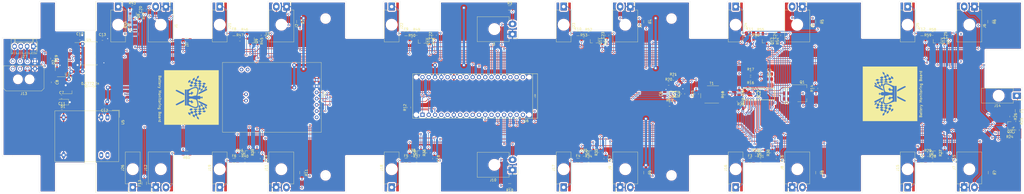
<source format=kicad_pcb>
(kicad_pcb (version 20171130) (host pcbnew "(5.1.5)-3")
  (layers (0 F.Cu signal) (31 B.Cu signal) (34 B.Paste user) (35 F.Paste user) (36 B.SilkS user) (37 F.SilkS user) (38 B.Mask user) (39 F.Mask user) (44 Edge.Cuts user))
  (net 0 "")
  (net 1 GND_ISO)
  (net 2 +5V)
  (net 3 C0)
  (net 4 Vreg)
  (net 5 "Net-(C3-Pad2)")
  (net 6 "Net-(C4-Pad1)")
  (net 7 "Net-(C5-Pad1)")
  (net 8 GND)
  (net 9 +12V)
  (net 10 VCC)
  (net 11 "Net-(C9-Pad2)")
  (net 12 VCC_ISO)
  (net 13 C6)
  (net 14 C7)
  (net 15 C8)
  (net 16 C9)
  (net 17 C10)
  (net 18 C11)
  (net 19 C12)
  (net 20 C1)
  (net 21 C2)
  (net 22 C3)
  (net 23 C4)
  (net 24 C5)
  (net 25 Cell6)
  (net 26 "Net-(F1-Pad1)")
  (net 27 Cell7)
  (net 28 "Net-(F2-Pad1)")
  (net 29 Cell8)
  (net 30 "Net-(F3-Pad1)")
  (net 31 "Net-(F4-Pad1)")
  (net 32 Cell9)
  (net 33 Cell10)
  (net 34 "Net-(F5-Pad1)")
  (net 35 Cell11)
  (net 36 "Net-(F6-Pad1)")
  (net 37 "Net-(F7-Pad1)")
  (net 38 Cell0)
  (net 39 "Net-(F8-Pad1)")
  (net 40 Cell1)
  (net 41 "Net-(F9-Pad1)")
  (net 42 Cell2)
  (net 43 Cell3)
  (net 44 "Net-(F10-Pad1)")
  (net 45 "Net-(F11-Pad1)")
  (net 46 Cell4)
  (net 47 "Net-(F12-Pad1)")
  (net 48 Cell5)
  (net 49 SI)
  (net 50 SO)
  (net 51 SCK)
  (net 52 CS)
  (net 53 IM)
  (net 54 IP)
  (net 55 "Net-(IC1-Pad15)")
  (net 56 "Net-(IC1-Pad16)")
  (net 57 S12)
  (net 58 S11)
  (net 59 S10)
  (net 60 S9)
  (net 61 S8)
  (net 62 S7)
  (net 63 S6)
  (net 64 S5)
  (net 65 S4)
  (net 66 S3)
  (net 67 S2)
  (net 68 S1)
  (net 69 "Net-(IC2-Pad27)")
  (net 70 "Net-(IC2-Pad28)")
  (net 71 "Net-(IC2-Pad29)")
  (net 72 "Net-(IC2-Pad32)")
  (net 73 "Net-(IC2-Pad33)")
  (net 74 "Net-(IC2-Pad36)")
  (net 75 DRV)
  (net 76 "Net-(IC2-Pad39)")
  (net 77 IMA)
  (net 78 IPA)
  (net 79 "Net-(IC2-Pad43)")
  (net 80 "Net-(IC2-Pad44)")
  (net 81 T0)
  (net 82 T1)
  (net 83 T2)
  (net 84 T3)
  (net 85 T4)
  (net 86 T5)
  (net 87 T6)
  (net 88 T7)
  (net 89 T8)
  (net 90 T9)
  (net 91 T10)
  (net 92 T11)
  (net 93 CANH)
  (net 94 CANL)
  (net 95 "Net-(Q2-Pad2)")
  (net 96 "Net-(Q2-Pad1)")
  (net 97 "Net-(Q3-Pad1)")
  (net 98 "Net-(Q3-Pad2)")
  (net 99 "Net-(Q4-Pad1)")
  (net 100 "Net-(Q4-Pad2)")
  (net 101 "Net-(Q5-Pad2)")
  (net 102 "Net-(Q5-Pad1)")
  (net 103 "Net-(Q6-Pad2)")
  (net 104 "Net-(Q6-Pad1)")
  (net 105 "Net-(Q7-Pad1)")
  (net 106 "Net-(Q7-Pad2)")
  (net 107 Cell12)
  (net 108 "Net-(Q8-Pad2)")
  (net 109 "Net-(Q8-Pad1)")
  (net 110 "Net-(Q9-Pad2)")
  (net 111 "Net-(Q9-Pad1)")
  (net 112 "Net-(Q10-Pad1)")
  (net 113 "Net-(Q10-Pad2)")
  (net 114 "Net-(Q11-Pad2)")
  (net 115 "Net-(Q11-Pad1)")
  (net 116 "Net-(Q12-Pad1)")
  (net 117 "Net-(Q12-Pad2)")
  (net 118 "Net-(Q13-Pad1)")
  (net 119 "Net-(Q13-Pad2)")
  (net 120 "Net-(R19-Pad1)")
  (net 121 "Net-(U1-Pad1)")
  (net 122 ISO_CANH)
  (net 123 ISO_CANL)
  (net 124 "Net-(U1-Pad10)")
  (net 125 "Net-(U1-Pad11)")
  (net 126 TXD)
  (net 127 RXD)
  (net 128 "Net-(U2-Pad5)")
  (net 129 "Net-(F13-Pad1)")
  (net 130 "Net-(R12-Pad2)")
  (net 131 "Net-(U6-PadAREF)")
  (net 132 "Net-(U6-PadRST)")
  (net 133 "Net-(U6-Pad3.3V)")
  (net 134 "Net-(U6-PadRX)")
  (net 135 "Net-(U6-Pad2)")
  (net 136 "Net-(U6-Pad3)")
  (net 137 "Net-(U6-Pad5)")
  (net 138 "Net-(U6-Pad7)")
  (net 139 "Net-(U6-Pad13)")
  (net 140 "Net-(U6-Pad11)")
  (net 141 DCDC+)
  (net 142 Sens_Fans)
  (net 143 PWM_Fans)
  (module Connector_Molex:Molex_Micro-Fit_3.0_43045-0800_2x04_P3.00mm_Horizontal (layer F.Cu) (at 110.3757 202.78598 180)
    (fp_text reference J13 (at 4.5 -10.12) (layer F.SilkS))
    (fp_text value Conn_01x08)
    (pad 8 thru_hole circle (at 9 3 180) (size 1.5 1.5) (drill 1.02) (layers *.Cu *.Mask) (net 143 PWM_Fans))
    (pad 7 thru_hole circle (at 6 3 180) (size 1.5 1.5) (drill 1.02) (layers *.Cu *.Mask) (net 142 Sens_Fans))
    (pad 6 thru_hole circle (at 3 3 180) (size 1.5 1.5) (drill 1.02) (layers *.Cu *.Mask) (net 141 DCDC+))
    (pad 5 thru_hole circle (at 0 3 180) (size 1.5 1.5) (drill 1.02) (layers *.Cu *.Mask) (net 8 GND))
    (pad 4 thru_hole circle (at 9 0 180) (size 1.5 1.5) (drill 1.02) (layers *.Cu *.Mask) (net 94 CANL))
    (pad 3 thru_hole circle (at 6 0 180) (size 1.5 1.5) (drill 1.02) (layers *.Cu *.Mask) (net 93 CANH))
    (pad 2 thru_hole circle (at 3 0 180) (size 1.5 1.5) (drill 1.02) (layers *.Cu *.Mask) (net 9 +12V))
    (pad 1 thru_hole roundrect (at 0 0 180) (size 1.5 1.5) (drill 1.02) (layers *.Cu *.Mask) (roundrect_rratio 0.166667) (net 8 GND))
    (pad "" np_thru_hole circle (at 6.86 -4.32 180) (size 3 3) (drill 3) (layers *.Cu *.Mask))
    (pad "" np_thru_hole circle (at 2.16 -4.32 180) (size 3 3) (drill 3) (layers *.Cu *.Mask))
  )
  (module Arduino_Shield_Modules_for_KiCad_V3:MCP2515_ArduinoShield (layer F.Cu) (at 226.31654 228.48316 90)
    (fp_text reference U1 (at 15.3416 1.2192 90) (layer F.SilkS))
    (fp_text value MCP2551_CANmodule)
    (pad 11 thru_hole circle (at 25.34 -29.84 90) (size 1.524 1.524) (drill 0.762) (layers *.Cu *.Mask) (net 125 "Net-(U1-Pad11)"))
    (pad 10 thru_hole circle (at 25.34 -32.36 90) (size 1.524 1.524) (drill 0.762) (layers *.Cu *.Mask) (net 124 "Net-(U1-Pad10)"))
    (pad 8 thru_hole circle (at 12.76 -30.5 90) (size 1.524 1.524) (drill 0.762) (layers *.Cu *.Mask) (net 122 ISO_CANH))
    (pad 9 thru_hole circle (at 15.32 -30.5 90) (size 1.524 1.524) (drill 0.762) (layers *.Cu *.Mask) (net 123 ISO_CANL))
    (pad 7 thru_hole circle (at 21.15 -1.92 90) (size 1.524 1.524) (drill 0.762) (layers *.Cu *.Mask) (net 2 +5V))
    (pad 6 thru_hole circle (at 18.6 -1.92 90) (size 1.524 1.524) (drill 0.762) (layers *.Cu *.Mask) (net 1 GND_ISO))
    (pad 5 thru_hole circle (at 16.08 -1.92 90) (size 1.524 1.524) (drill 0.762) (layers *.Cu *.Mask) (net 52 CS))
    (pad 4 thru_hole circle (at 13.56 -1.92 90) (size 1.524 1.524) (drill 0.762) (layers *.Cu *.Mask) (net 50 SO))
    (pad 3 thru_hole circle (at 11.04 -1.92 90) (size 1.524 1.524) (drill 0.762) (layers *.Cu *.Mask) (net 49 SI))
    (pad 2 thru_hole circle (at 8.52 -1.92 90) (size 1.524 1.524) (drill 0.762) (layers *.Cu *.Mask) (net 51 SCK))
    (pad 1 thru_hole circle (at 6 -1.92 90) (size 1.524 1.524) (drill 0.762) (layers *.Cu *.Mask) (net 121 "Net-(U1-Pad1)"))
  )
  (module "Slave Board:flag" (layer F.Cu) (at 456.438 212.979 90)
    (fp_text reference G*** hide)
    (fp_text value LOGO hide)
  )
  (module "Slave Board:flag" (layer F.Cu) (at 173.73092 214.4649 270)
    (fp_text reference G*** hide)
    (fp_text value LOGO hide)
  )
  (module Resistor_SMD:R_0805_2012Metric (layer F.Cu) (at 261.747 218.5185 90)
    (fp_text reference R12 (at 0 -1.65 90) (layer F.SilkS))
    (fp_text value NC)
    (pad 1 smd roundrect (at -0.9375 0 90) (size 0.975 1.4) (layers F.Cu F.Paste F.Mask) (net 52 CS))
    (pad 2 smd roundrect (at 0.9375 0 90) (size 0.975 1.4) (layers F.Cu F.Paste F.Mask) (net 130 "Net-(R12-Pad2)"))
  )
  (module Connector_TE-Connectivity:TE_MATE-N-LOK_1-794374-x_1x01_P4.14mm_Horizontal (layer F.Cu) (at 144.07134 177.67046 270)
    (fp_text reference J20 (at 7.85 -4.06 270) (layer F.SilkS))
    (fp_text value Conn_01x01)
    (pad 1 thru_hole roundrect (at 0 0 270) (size 3.3 2.64) (drill 1.4) (layers *.Cu *.Mask) (roundrect_rratio 0.094697) (net 37 "Net-(F7-Pad1)"))
    (pad "" np_thru_hole circle (at 7.34 0 270) (size 3.86 3.86) (drill 3.86) (layers *.Cu *.Mask))
  )
  (module Capacitor_SMD:C_0805_2012Metric (layer F.Cu) (at 372.618 212.979 90)
    (fp_text reference C1 (at 0 -1.65 90) (layer F.SilkS))
    (fp_text value 100n)
    (pad 2 smd roundrect (at 0.9375 0 90) (size 0.975 1.4) (layers F.Cu F.Paste F.Mask) (net 1 GND_ISO))
    (pad 1 smd roundrect (at -0.9375 0 90) (size 0.975 1.4) (layers F.Cu F.Paste F.Mask) (net 2 +5V))
  )
  (module Capacitor_SMD:C_0805_2012Metric (layer F.Cu) (at 414.4795 215.0595 180)
    (fp_text reference C2 (at 0 -1.65) (layer F.SilkS))
    (fp_text value 1u)
    (pad 2 smd roundrect (at 0.9375 0 180) (size 0.975 1.4) (layers F.Cu F.Paste F.Mask) (net 3 C0))
    (pad 1 smd roundrect (at -0.9375 0 180) (size 0.975 1.4) (layers F.Cu F.Paste F.Mask) (net 4 Vreg))
  )
  (module Capacitor_SMD:C_0805_2012Metric (layer F.Cu) (at 414.4795 212.725)
    (fp_text reference C3 (at 0 -1.65) (layer F.SilkS))
    (fp_text value 100n)
    (pad 2 smd roundrect (at 0.9375 0) (size 0.975 1.4) (layers F.Cu F.Paste F.Mask) (net 5 "Net-(C3-Pad2)"))
    (pad 1 smd roundrect (at -0.9375 0) (size 0.975 1.4) (layers F.Cu F.Paste F.Mask) (net 3 C0))
  )
  (module Capacitor_SMD:C_0805_2012Metric (layer F.Cu) (at 407.6215 204.978)
    (fp_text reference C4 (at 0 -1.65) (layer F.SilkS))
    (fp_text value 1u)
    (pad 2 smd roundrect (at 0.9375 0) (size 0.975 1.4) (layers F.Cu F.Paste F.Mask) (net 3 C0))
    (pad 1 smd roundrect (at -0.9375 0) (size 0.975 1.4) (layers F.Cu F.Paste F.Mask) (net 6 "Net-(C4-Pad1)"))
  )
  (module Capacitor_SMD:C_0805_2012Metric (layer F.Cu) (at 407.6215 207.01)
    (fp_text reference C5 (at 0 -1.65) (layer F.SilkS))
    (fp_text value 1u)
    (pad 1 smd roundrect (at -0.9375 0) (size 0.975 1.4) (layers F.Cu F.Paste F.Mask) (net 7 "Net-(C5-Pad1)"))
    (pad 2 smd roundrect (at 0.9375 0) (size 0.975 1.4) (layers F.Cu F.Paste F.Mask) (net 3 C0))
  )
  (module Capacitor_SMD:C_0805_2012Metric (layer F.Cu) (at 365.252 213.0275 90)
    (fp_text reference C6 (at 0 -1.65 90) (layer F.SilkS))
    (fp_text value 100n)
    (pad 1 smd roundrect (at -0.9375 0 90) (size 0.975 1.4) (layers F.Cu F.Paste F.Mask) (net 2 +5V))
    (pad 2 smd roundrect (at 0.9375 0 90) (size 0.975 1.4) (layers F.Cu F.Paste F.Mask) (net 1 GND_ISO))
  )
  (module Capacitor_SMD:C_0805_2012Metric (layer F.Cu) (at 121.13538 214.1601)
    (fp_text reference C7 (at 0 -1.65) (layer F.SilkS))
    (fp_text value 100n)
    (pad 1 smd roundrect (at -0.9375 0) (size 0.975 1.4) (layers F.Cu F.Paste F.Mask) (net 9 +12V))
    (pad 2 smd roundrect (at 0.9375 0) (size 0.975 1.4) (layers F.Cu F.Paste F.Mask) (net 8 GND))
  )
  (module Capacitor_SMD:C_0805_2012Metric (layer F.Cu) (at 117.76202 208.32802 270)
    (fp_text reference C8 (at 0 -1.65 90) (layer F.SilkS))
    (fp_text value 100n)
    (pad 1 smd roundrect (at -0.9375 0 270) (size 0.975 1.4) (layers F.Cu F.Paste F.Mask) (net 10 VCC))
    (pad 2 smd roundrect (at 0.9375 0 270) (size 0.975 1.4) (layers F.Cu F.Paste F.Mask) (net 8 GND))
  )
  (module Capacitor_SMD:C_0805_2012Metric (layer F.Cu) (at 395.351 212.5195 270)
    (fp_text reference C9 (at 0 -1.65 90) (layer F.SilkS))
    (fp_text value 100n)
    (pad 1 smd roundrect (at -0.9375 0 270) (size 0.975 1.4) (layers F.Cu F.Paste F.Mask) (net 3 C0))
    (pad 2 smd roundrect (at 0.9375 0 270) (size 0.975 1.4) (layers F.Cu F.Paste F.Mask) (net 11 "Net-(C9-Pad2)"))
  )
  (module Capacitor_SMD:C_0805_2012Metric (layer F.Cu) (at 128.5598 190.39332)
    (fp_text reference C10 (at 0 -1.65) (layer F.SilkS))
    (fp_text value 100n)
    (pad 1 smd roundrect (at -0.9375 0) (size 0.975 1.4) (layers F.Cu F.Paste F.Mask) (net 10 VCC))
    (pad 2 smd roundrect (at 0.9375 0) (size 0.975 1.4) (layers F.Cu F.Paste F.Mask) (net 8 GND))
  )
  (module Capacitor_SMD:C_0805_2012Metric (layer F.Cu) (at 121.27508 218.60002)
    (fp_text reference C11 (at 0 -1.65) (layer F.SilkS))
    (fp_text value 100n)
    (pad 1 smd roundrect (at -0.9375 0) (size 0.975 1.4) (layers F.Cu F.Paste F.Mask) (net 9 +12V))
    (pad 2 smd roundrect (at 0.9375 0) (size 0.975 1.4) (layers F.Cu F.Paste F.Mask) (net 8 GND))
  )
  (module Capacitor_SMD:C_0805_2012Metric (layer F.Cu) (at 138.542 218.07424 180)
    (fp_text reference C12 (at 0 -1.65) (layer F.SilkS))
    (fp_text value 100n)
    (pad 2 smd roundrect (at 0.9375 0 180) (size 0.975 1.4) (layers F.Cu F.Paste F.Mask) (net 1 GND_ISO))
    (pad 1 smd roundrect (at -0.9375 0 180) (size 0.975 1.4) (layers F.Cu F.Paste F.Mask) (net 12 VCC_ISO))
  )
  (module Capacitor_SMD:C_0805_2012Metric (layer F.Cu) (at 137.7038 190.64732)
    (fp_text reference C13 (at 0 -1.65) (layer F.SilkS))
    (fp_text value 100n)
    (pad 1 smd roundrect (at -0.9375 0) (size 0.975 1.4) (layers F.Cu F.Paste F.Mask) (net 2 +5V))
    (pad 2 smd roundrect (at 0.9375 0) (size 0.975 1.4) (layers F.Cu F.Paste F.Mask) (net 1 GND_ISO))
  )
  (module Capacitor_SMD:C_0805_2012Metric (layer F.Cu) (at 508 227.6325 90)
    (fp_text reference C14 (at 0 -1.65 90) (layer F.SilkS))
    (fp_text value 10n)
    (pad 2 smd roundrect (at 0.9375 0 90) (size 0.975 1.4) (layers F.Cu F.Paste F.Mask) (net 13 C6))
    (pad 1 smd roundrect (at -0.9375 0 90) (size 0.975 1.4) (layers F.Cu F.Paste F.Mask) (net 14 C7))
  )
  (module Capacitor_SMD:C_0805_2012Metric (layer F.Cu) (at 480.695 239.0625 270)
    (fp_text reference C15 (at 0 -1.65 90) (layer F.SilkS))
    (fp_text value 10n)
    (pad 1 smd roundrect (at -0.9375 0 270) (size 0.975 1.4) (layers F.Cu F.Paste F.Mask) (net 15 C8))
    (pad 2 smd roundrect (at 0.9375 0 270) (size 0.975 1.4) (layers F.Cu F.Paste F.Mask) (net 14 C7))
  )
  (module Capacitor_SMD:C_0805_2012Metric (layer F.Cu) (at 411.099 239.1895 270)
    (fp_text reference C16 (at 0 -1.65 90) (layer F.SilkS))
    (fp_text value 10n)
    (pad 2 smd roundrect (at 0.9375 0 270) (size 0.975 1.4) (layers F.Cu F.Paste F.Mask) (net 15 C8))
    (pad 1 smd roundrect (at -0.9375 0 270) (size 0.975 1.4) (layers F.Cu F.Paste F.Mask) (net 16 C9))
  )
  (module Capacitor_SMD:C_0805_2012Metric (layer F.Cu) (at 341.376 239.1895 270)
    (fp_text reference C17 (at 0 -1.65 90) (layer F.SilkS))
    (fp_text value 10n)
    (pad 1 smd roundrect (at -0.9375 0 270) (size 0.975 1.4) (layers F.Cu F.Paste F.Mask) (net 17 C10))
    (pad 2 smd roundrect (at 0.9375 0 270) (size 0.975 1.4) (layers F.Cu F.Paste F.Mask) (net 16 C9))
  )
  (module Capacitor_SMD:C_0805_2012Metric (layer F.Cu) (at 272.034 239.1895 270)
    (fp_text reference C18 (at 0 -1.65 90) (layer F.SilkS))
    (fp_text value 10n)
    (pad 1 smd roundrect (at -0.9375 0 270) (size 0.975 1.4) (layers F.Cu F.Paste F.Mask) (net 18 C11))
    (pad 2 smd roundrect (at 0.9375 0 270) (size 0.975 1.4) (layers F.Cu F.Paste F.Mask) (net 17 C10))
  )
  (module Capacitor_SMD:C_0805_2012Metric (layer F.Cu) (at 202.311 239.1895 270)
    (fp_text reference C19 (at 0 -1.65 90) (layer F.SilkS))
    (fp_text value 10n)
    (pad 1 smd roundrect (at -0.9375 0 270) (size 0.975 1.4) (layers F.Cu F.Paste F.Mask) (net 19 C12))
    (pad 2 smd roundrect (at 0.9375 0 270) (size 0.975 1.4) (layers F.Cu F.Paste F.Mask) (net 18 C11))
  )
  (module Capacitor_SMD:C_0805_2012Metric (layer F.Cu) (at 154.79522 178.86402 90)
    (fp_text reference C20 (at 0 -1.65 90) (layer F.SilkS))
    (fp_text value 10n)
    (pad 2 smd roundrect (at 0.9375 0 90) (size 0.975 1.4) (layers F.Cu F.Paste F.Mask) (net 3 C0))
    (pad 1 smd roundrect (at -0.9375 0 90) (size 0.975 1.4) (layers F.Cu F.Paste F.Mask) (net 20 C1))
  )
  (module Capacitor_SMD:C_0805_2012Metric (layer F.Cu) (at 202.692 189.3085 270)
    (fp_text reference C21 (at 0 -1.65 90) (layer F.SilkS))
    (fp_text value 10n)
    (pad 1 smd roundrect (at -0.9375 0 270) (size 0.975 1.4) (layers F.Cu F.Paste F.Mask) (net 21 C2))
    (pad 2 smd roundrect (at 0.9375 0 270) (size 0.975 1.4) (layers F.Cu F.Paste F.Mask) (net 20 C1))
  )
  (module Capacitor_SMD:C_0805_2012Metric (layer F.Cu) (at 272.161 189.3085 90)
    (fp_text reference C22 (at 0 -1.65 90) (layer F.SilkS))
    (fp_text value 10n)
    (pad 1 smd roundrect (at -0.9375 0 90) (size 0.975 1.4) (layers F.Cu F.Paste F.Mask) (net 22 C3))
    (pad 2 smd roundrect (at 0.9375 0 90) (size 0.975 1.4) (layers F.Cu F.Paste F.Mask) (net 21 C2))
  )
  (module Capacitor_SMD:C_0805_2012Metric (layer F.Cu) (at 341.884 189.3085 90)
    (fp_text reference C23 (at 0 -1.65 90) (layer F.SilkS))
    (fp_text value 10n)
    (pad 2 smd roundrect (at 0.9375 0 90) (size 0.975 1.4) (layers F.Cu F.Paste F.Mask) (net 22 C3))
    (pad 1 smd roundrect (at -0.9375 0 90) (size 0.975 1.4) (layers F.Cu F.Paste F.Mask) (net 23 C4))
  )
  (module Capacitor_SMD:C_0805_2012Metric (layer F.Cu) (at 411.48 189.3085 90)
    (fp_text reference C24 (at 0 -1.65 90) (layer F.SilkS))
    (fp_text value 10n)
    (pad 2 smd roundrect (at 0.9375 0 90) (size 0.975 1.4) (layers F.Cu F.Paste F.Mask) (net 23 C4))
    (pad 1 smd roundrect (at -0.9375 0 90) (size 0.975 1.4) (layers F.Cu F.Paste F.Mask) (net 24 C5))
  )
  (module Capacitor_SMD:C_0805_2012Metric (layer F.Cu) (at 480.568 189.3085 90)
    (fp_text reference C25 (at 0 -1.65 90) (layer F.SilkS))
    (fp_text value 10n)
    (pad 1 smd roundrect (at -0.9375 0 90) (size 0.975 1.4) (layers F.Cu F.Paste F.Mask) (net 13 C6))
    (pad 2 smd roundrect (at 0.9375 0 90) (size 0.975 1.4) (layers F.Cu F.Paste F.Mask) (net 24 C5))
  )
  (module Diode_SMD:D_1206_3216Metric (layer F.Cu) (at 121.7198 216.34958 180)
    (fp_text reference D1 (at 0 -1.82) (layer F.SilkS))
    (fp_text value DIODE)
    (pad 2 smd roundrect (at 1.4 0 180) (size 1.25 1.75) (layers F.Cu F.Paste F.Mask) (roundrect_rratio 0.2) (net 9 +12V))
    (pad 1 smd roundrect (at -1.4 0 180) (size 1.25 1.75) (layers F.Cu F.Paste F.Mask) (roundrect_rratio 0.2) (net 8 GND))
  )
  (module Fuse:Fuse_1206_3216Metric (layer F.Cu) (at 508 219.834 270)
    (fp_text reference F1 (at 0 -1.82 90) (layer F.SilkS))
    (fp_text value Fuse)
    (pad 2 smd roundrect (at 1.4 0 270) (size 1.25 1.75) (layers F.Cu F.Paste F.Mask) (roundrect_rratio 0.2) (net 25 Cell6))
    (pad 1 smd roundrect (at -1.4 0 270) (size 1.25 1.75) (layers F.Cu F.Paste F.Mask) (roundrect_rratio 0.2) (net 26 "Net-(F1-Pad1)"))
  )
  (module Fuse:Fuse_1206_3216Metric (layer F.Cu) (at 469.395 239.903)
    (fp_text reference F2 (at 0 -1.82) (layer F.SilkS))
    (fp_text value Fuse)
    (pad 2 smd roundrect (at 1.4 0) (size 1.25 1.75) (layers F.Cu F.Paste F.Mask) (roundrect_rratio 0.2) (net 27 Cell7))
    (pad 1 smd roundrect (at -1.4 0) (size 1.25 1.75) (layers F.Cu F.Paste F.Mask) (roundrect_rratio 0.2) (net 28 "Net-(F2-Pad1)"))
  )
  (module Fuse:Fuse_1206_3216Metric (layer F.Cu) (at 399.799 239.903)
    (fp_text reference F3 (at 0 -1.82) (layer F.SilkS))
    (fp_text value Fuse)
    (pad 2 smd roundrect (at 1.4 0) (size 1.25 1.75) (layers F.Cu F.Paste F.Mask) (roundrect_rratio 0.2) (net 29 Cell8))
    (pad 1 smd roundrect (at -1.4 0) (size 1.25 1.75) (layers F.Cu F.Paste F.Mask) (roundrect_rratio 0.2) (net 30 "Net-(F3-Pad1)"))
  )
  (module Fuse:Fuse_1206_3216Metric (layer F.Cu) (at 330.203 239.903)
    (fp_text reference F4 (at 0 -1.82) (layer F.SilkS))
    (fp_text value Fuse)
    (pad 1 smd roundrect (at -1.4 0) (size 1.25 1.75) (layers F.Cu F.Paste F.Mask) (roundrect_rratio 0.2) (net 31 "Net-(F4-Pad1)"))
    (pad 2 smd roundrect (at 1.4 0) (size 1.25 1.75) (layers F.Cu F.Paste F.Mask) (roundrect_rratio 0.2) (net 32 Cell9))
  )
  (module Fuse:Fuse_1206_3216Metric (layer F.Cu) (at 260.607 239.903)
    (fp_text reference F5 (at 0 -1.82) (layer F.SilkS))
    (fp_text value Fuse)
    (pad 2 smd roundrect (at 1.4 0) (size 1.25 1.75) (layers F.Cu F.Paste F.Mask) (roundrect_rratio 0.2) (net 33 Cell10))
    (pad 1 smd roundrect (at -1.4 0) (size 1.25 1.75) (layers F.Cu F.Paste F.Mask) (roundrect_rratio 0.2) (net 34 "Net-(F5-Pad1)"))
  )
  (module Fuse:Fuse_1206_3216Metric (layer F.Cu) (at 191.011 239.903)
    (fp_text reference F6 (at 0 -1.82) (layer F.SilkS))
    (fp_text value Fuse)
    (pad 2 smd roundrect (at 1.4 0) (size 1.25 1.75) (layers F.Cu F.Paste F.Mask) (roundrect_rratio 0.2) (net 35 Cell11))
    (pad 1 smd roundrect (at -1.4 0) (size 1.25 1.75) (layers F.Cu F.Paste F.Mask) (roundrect_rratio 0.2) (net 36 "Net-(F6-Pad1)"))
  )
  (module Fuse:Fuse_1206_3216Metric (layer F.Cu) (at 150.8252 187.36864 90)
    (fp_text reference F7 (at 0 -1.82 90) (layer F.SilkS))
    (fp_text value Fuse)
    (pad 1 smd roundrect (at -1.4 0 90) (size 1.25 1.75) (layers F.Cu F.Paste F.Mask) (roundrect_rratio 0.2) (net 37 "Net-(F7-Pad1)"))
    (pad 2 smd roundrect (at 1.4 0 90) (size 1.25 1.75) (layers F.Cu F.Paste F.Mask) (roundrect_rratio 0.2) (net 38 Cell0))
  )
  (module Fuse:Fuse_1206_3216Metric (layer F.Cu) (at 191.005 188.595)
    (fp_text reference F8 (at 0 -1.82) (layer F.SilkS))
    (fp_text value Fuse)
    (pad 1 smd roundrect (at -1.4 0) (size 1.25 1.75) (layers F.Cu F.Paste F.Mask) (roundrect_rratio 0.2) (net 39 "Net-(F8-Pad1)"))
    (pad 2 smd roundrect (at 1.4 0) (size 1.25 1.75) (layers F.Cu F.Paste F.Mask) (roundrect_rratio 0.2) (net 40 Cell1))
  )
  (module Fuse:Fuse_1206_3216Metric (layer F.Cu) (at 260.607 188.595)
    (fp_text reference F9 (at 0 -1.82) (layer F.SilkS))
    (fp_text value Fuse)
    (pad 1 smd roundrect (at -1.4 0) (size 1.25 1.75) (layers F.Cu F.Paste F.Mask) (roundrect_rratio 0.2) (net 41 "Net-(F9-Pad1)"))
    (pad 2 smd roundrect (at 1.4 0) (size 1.25 1.75) (layers F.Cu F.Paste F.Mask) (roundrect_rratio 0.2) (net 42 Cell2))
  )
  (module Fuse:Fuse_1206_3216Metric (layer F.Cu) (at 330.203 188.595)
    (fp_text reference F10 (at 0 -1.82) (layer F.SilkS))
    (fp_text value Fuse)
    (pad 2 smd roundrect (at 1.4 0) (size 1.25 1.75) (layers F.Cu F.Paste F.Mask) (roundrect_rratio 0.2) (net 43 Cell3))
    (pad 1 smd roundrect (at -1.4 0) (size 1.25 1.75) (layers F.Cu F.Paste F.Mask) (roundrect_rratio 0.2) (net 44 "Net-(F10-Pad1)"))
  )
  (module Fuse:Fuse_1206_3216Metric (layer F.Cu) (at 399.799 188.595)
    (fp_text reference F11 (at 0 -1.82) (layer F.SilkS))
    (fp_text value Fuse)
    (pad 1 smd roundrect (at -1.4 0) (size 1.25 1.75) (layers F.Cu F.Paste F.Mask) (roundrect_rratio 0.2) (net 45 "Net-(F11-Pad1)"))
    (pad 2 smd roundrect (at 1.4 0) (size 1.25 1.75) (layers F.Cu F.Paste F.Mask) (roundrect_rratio 0.2) (net 46 Cell4))
  )
  (module Fuse:Fuse_1206_3216Metric (layer F.Cu) (at 469.395 188.595)
    (fp_text reference F12 (at 0 -1.82) (layer F.SilkS))
    (fp_text value Fuse)
    (pad 1 smd roundrect (at -1.4 0) (size 1.25 1.75) (layers F.Cu F.Paste F.Mask) (roundrect_rratio 0.2) (net 47 "Net-(F12-Pad1)"))
    (pad 2 smd roundrect (at 1.4 0) (size 1.25 1.75) (layers F.Cu F.Paste F.Mask) (roundrect_rratio 0.2) (net 48 Cell5))
  )
  (module LTC6820IMS#PBF:SOP50P490X110-16N (layer F.Cu) (at 369.189 213.106 90)
    (fp_text reference IC1 (at 0 0 90) (layer F.SilkS) (effects (font (size 1.27 1.27) (thickness 0.254))))
    (fp_text value LTC6820IMS#PBF hide)
    (pad 1 smd rect (at -2.212 -1.75 180) (size 0.3 1.425) (layers F.Cu F.Paste F.Mask) (net 2 +5V))
    (pad 2 smd rect (at -2.212 -1.25 180) (size 0.3 1.425) (layers F.Cu F.Paste F.Mask) (net 49 SI))
    (pad 3 smd rect (at -2.212 -0.75 180) (size 0.3 1.425) (layers F.Cu F.Paste F.Mask) (net 50 SO))
    (pad 4 smd rect (at -2.212 -0.25 180) (size 0.3 1.425) (layers F.Cu F.Paste F.Mask) (net 51 SCK))
    (pad 5 smd rect (at -2.212 0.25 180) (size 0.3 1.425) (layers F.Cu F.Paste F.Mask) (net 52 CS))
    (pad 6 smd rect (at -2.212 0.75 180) (size 0.3 1.425) (layers F.Cu F.Paste F.Mask) (net 2 +5V))
    (pad 7 smd rect (at -2.212 1.25 180) (size 0.3 1.425) (layers F.Cu F.Paste F.Mask) (net 2 +5V))
    (pad 8 smd rect (at -2.212 1.75 180) (size 0.3 1.425) (layers F.Cu F.Paste F.Mask) (net 2 +5V))
    (pad 9 smd rect (at 2.212 1.75 180) (size 0.3 1.425) (layers F.Cu F.Paste F.Mask) (net 2 +5V))
    (pad 10 smd rect (at 2.212 1.25 180) (size 0.3 1.425) (layers F.Cu F.Paste F.Mask) (net 53 IM))
    (pad 11 smd rect (at 2.212 0.75 180) (size 0.3 1.425) (layers F.Cu F.Paste F.Mask) (net 54 IP))
    (pad 12 smd rect (at 2.212 0.25 180) (size 0.3 1.425) (layers F.Cu F.Paste F.Mask) (net 2 +5V))
    (pad 13 smd rect (at 2.212 -0.25 180) (size 0.3 1.425) (layers F.Cu F.Paste F.Mask) (net 1 GND_ISO))
    (pad 14 smd rect (at 2.212 -0.75 180) (size 0.3 1.425) (layers F.Cu F.Paste F.Mask) (net 1 GND_ISO))
    (pad 15 smd rect (at 2.212 -1.25 180) (size 0.3 1.425) (layers F.Cu F.Paste F.Mask) (net 55 "Net-(IC1-Pad15)"))
    (pad 16 smd rect (at 2.212 -1.75 180) (size 0.3 1.425) (layers F.Cu F.Paste F.Mask) (net 56 "Net-(IC1-Pad16)"))
  )
  (module LTC6804-2:SOP50P780X200-48N (layer F.Cu) (at 403.352 213.106 90)
    (fp_text reference IC2 (at 0 0 90) (layer F.SilkS) (effects (font (size 1.27 1.27) (thickness 0.254))))
    (fp_text value LTC6804-2 hide)
    (pad 1 smd rect (at -3.55 -5.75 180) (size 0.3 1.8) (layers F.Cu F.Paste F.Mask) (net 11 "Net-(C9-Pad2)"))
    (pad 2 smd rect (at -3.55 -5.25 180) (size 0.3 1.8) (layers F.Cu F.Paste F.Mask) (net 19 C12))
    (pad 3 smd rect (at -3.55 -4.75 180) (size 0.3 1.8) (layers F.Cu F.Paste F.Mask) (net 57 S12))
    (pad 4 smd rect (at -3.55 -4.25 180) (size 0.3 1.8) (layers F.Cu F.Paste F.Mask) (net 18 C11))
    (pad 5 smd rect (at -3.55 -3.75 180) (size 0.3 1.8) (layers F.Cu F.Paste F.Mask) (net 58 S11))
    (pad 6 smd rect (at -3.55 -3.25 180) (size 0.3 1.8) (layers F.Cu F.Paste F.Mask) (net 17 C10))
    (pad 7 smd rect (at -3.55 -2.75 180) (size 0.3 1.8) (layers F.Cu F.Paste F.Mask) (net 59 S10))
    (pad 8 smd rect (at -3.55 -2.25 180) (size 0.3 1.8) (layers F.Cu F.Paste F.Mask) (net 16 C9))
    (pad 9 smd rect (at -3.55 -1.75 180) (size 0.3 1.8) (layers F.Cu F.Paste F.Mask) (net 60 S9))
    (pad 10 smd rect (at -3.55 -1.25 180) (size 0.3 1.8) (layers F.Cu F.Paste F.Mask) (net 15 C8))
    (pad 11 smd rect (at -3.55 -0.75 180) (size 0.3 1.8) (layers F.Cu F.Paste F.Mask) (net 61 S8))
    (pad 12 smd rect (at -3.55 -0.25 180) (size 0.3 1.8) (layers F.Cu F.Paste F.Mask) (net 14 C7))
    (pad 13 smd rect (at -3.55 0.25 180) (size 0.3 1.8) (layers F.Cu F.Paste F.Mask) (net 62 S7))
    (pad 14 smd rect (at -3.55 0.75 180) (size 0.3 1.8) (layers F.Cu F.Paste F.Mask) (net 13 C6))
    (pad 15 smd rect (at -3.55 1.25 180) (size 0.3 1.8) (layers F.Cu F.Paste F.Mask) (net 63 S6))
    (pad 16 smd rect (at -3.55 1.75 180) (size 0.3 1.8) (layers F.Cu F.Paste F.Mask) (net 24 C5))
    (pad 17 smd rect (at -3.55 2.25 180) (size 0.3 1.8) (layers F.Cu F.Paste F.Mask) (net 64 S5))
    (pad 18 smd rect (at -3.55 2.75 180) (size 0.3 1.8) (layers F.Cu F.Paste F.Mask) (net 23 C4))
    (pad 19 smd rect (at -3.55 3.25 180) (size 0.3 1.8) (layers F.Cu F.Paste F.Mask) (net 65 S4))
    (pad 20 smd rect (at -3.55 3.75 180) (size 0.3 1.8) (layers F.Cu F.Paste F.Mask) (net 22 C3))
    (pad 21 smd rect (at -3.55 4.25 180) (size 0.3 1.8) (layers F.Cu F.Paste F.Mask) (net 66 S3))
    (pad 22 smd rect (at -3.55 4.75 180) (size 0.3 1.8) (layers F.Cu F.Paste F.Mask) (net 21 C2))
    (pad 23 smd rect (at -3.55 5.25 180) (size 0.3 1.8) (layers F.Cu F.Paste F.Mask) (net 67 S2))
    (pad 24 smd rect (at -3.55 5.75 180) (size 0.3 1.8) (layers F.Cu F.Paste F.Mask) (net 20 C1))
    (pad 25 smd rect (at 3.55 5.75 180) (size 0.3 1.8) (layers F.Cu F.Paste F.Mask) (net 68 S1))
    (pad 26 smd rect (at 3.55 5.25 180) (size 0.3 1.8) (layers F.Cu F.Paste F.Mask) (net 3 C0))
    (pad 27 smd rect (at 3.55 4.75 180) (size 0.3 1.8) (layers F.Cu F.Paste F.Mask) (net 69 "Net-(IC2-Pad27)"))
    (pad 28 smd rect (at 3.55 4.25 180) (size 0.3 1.8) (layers F.Cu F.Paste F.Mask) (net 70 "Net-(IC2-Pad28)"))
    (pad 29 smd rect (at 3.55 3.75 180) (size 0.3 1.8) (layers F.Cu F.Paste F.Mask) (net 71 "Net-(IC2-Pad29)"))
    (pad 30 smd rect (at 3.55 3.25 180) (size 0.3 1.8) (layers F.Cu F.Paste F.Mask) (net 3 C0))
    (pad 31 smd rect (at 3.55 2.75 180) (size 0.3 1.8) (layers F.Cu F.Paste F.Mask) (net 3 C0))
    (pad 32 smd rect (at 3.55 2.25 180) (size 0.3 1.8) (layers F.Cu F.Paste F.Mask) (net 72 "Net-(IC2-Pad32)"))
    (pad 33 smd rect (at 3.55 1.75 180) (size 0.3 1.8) (layers F.Cu F.Paste F.Mask) (net 73 "Net-(IC2-Pad33)"))
    (pad 34 smd rect (at 3.55 1.25 180) (size 0.3 1.8) (layers F.Cu F.Paste F.Mask) (net 7 "Net-(C5-Pad1)"))
    (pad 35 smd rect (at 3.55 0.75 180) (size 0.3 1.8) (layers F.Cu F.Paste F.Mask) (net 6 "Net-(C4-Pad1)"))
    (pad 36 smd rect (at 3.55 0.25 180) (size 0.3 1.8) (layers F.Cu F.Paste F.Mask) (net 74 "Net-(IC2-Pad36)"))
    (pad 37 smd rect (at 3.55 -0.25 180) (size 0.3 1.8) (layers F.Cu F.Paste F.Mask) (net 4 Vreg))
    (pad 38 smd rect (at 3.55 -0.75 180) (size 0.3 1.8) (layers F.Cu F.Paste F.Mask) (net 75 DRV))
    (pad 39 smd rect (at 3.55 -1.25 180) (size 0.3 1.8) (layers F.Cu F.Paste F.Mask) (net 76 "Net-(IC2-Pad39)"))
    (pad 40 smd rect (at 3.55 -1.75 180) (size 0.3 1.8) (layers F.Cu F.Paste F.Mask) (net 4 Vreg))
    (pad 41 smd rect (at 3.55 -2.25 180) (size 0.3 1.8) (layers F.Cu F.Paste F.Mask) (net 77 IMA))
    (pad 42 smd rect (at 3.55 -2.75 180) (size 0.3 1.8) (layers F.Cu F.Paste F.Mask) (net 78 IPA))
    (pad 43 smd rect (at 3.55 -3.25 180) (size 0.3 1.8) (layers F.Cu F.Paste F.Mask) (net 79 "Net-(IC2-Pad43)"))
    (pad 44 smd rect (at 3.55 -3.75 180) (size 0.3 1.8) (layers F.Cu F.Paste F.Mask) (net 80 "Net-(IC2-Pad44)"))
    (pad 45 smd rect (at 3.55 -4.25 180) (size 0.3 1.8) (layers F.Cu F.Paste F.Mask) (net 3 C0))
    (pad 46 smd rect (at 3.55 -4.75 180) (size 0.3 1.8) (layers F.Cu F.Paste F.Mask) (net 3 C0))
    (pad 47 smd rect (at 3.55 -5.25 180) (size 0.3 1.8) (layers F.Cu F.Paste F.Mask) (net 3 C0))
    (pad 48 smd rect (at 3.55 -5.75 180) (size 0.3 1.8) (layers F.Cu F.Paste F.Mask) (net 3 C0))
  )
  (module Connector_TE-Connectivity:TE_MATE-N-LOK_1-770966-x_1x02_P4.14mm_Horizontal (layer F.Cu) (at 163.3728 177.673 270)
    (fp_text reference J1 (at 7.85 -4.06 90) (layer F.SilkS))
    (fp_text value Conn_01x02)
    (pad "" np_thru_hole circle (at 7.34 2.07 270) (size 3.86 3.86) (drill 3.86) (layers *.Cu *.Mask))
    (pad 2 thru_hole oval (at 0 4.14 270) (size 3.3 2.64) (drill 1.4) (layers *.Cu *.Mask) (net 81 T0))
    (pad 1 thru_hole roundrect (at 0 0 270) (size 3.3 2.64) (drill 1.4) (layers *.Cu *.Mask) (roundrect_rratio 0.094697) (net 1 GND_ISO))
  )
  (module Connector_TE-Connectivity:TE_MATE-N-LOK_1-770966-x_1x02_P4.14mm_Horizontal (layer F.Cu) (at 212.217 177.673 270)
    (fp_text reference J2 (at 7.85 -4.06 90) (layer F.SilkS))
    (fp_text value Conn_01x02)
    (pad 1 thru_hole roundrect (at 0 0 270) (size 3.3 2.64) (drill 1.4) (layers *.Cu *.Mask) (roundrect_rratio 0.094697) (net 1 GND_ISO))
    (pad 2 thru_hole oval (at 0 4.14 270) (size 3.3 2.64) (drill 1.4) (layers *.Cu *.Mask) (net 82 T1))
    (pad "" np_thru_hole circle (at 7.34 2.07 270) (size 3.86 3.86) (drill 3.86) (layers *.Cu *.Mask))
  )
  (module Connector_TE-Connectivity:TE_MATE-N-LOK_1-770966-x_1x02_P4.14mm_Horizontal (layer F.Cu) (at 303.657 188.849 180)
    (fp_text reference J3 (at 7.85 -4.06) (layer F.SilkS))
    (fp_text value Conn_01x02)
    (pad "" np_thru_hole circle (at 7.34 2.07 180) (size 3.86 3.86) (drill 3.86) (layers *.Cu *.Mask))
    (pad 2 thru_hole oval (at 0 4.14 180) (size 3.3 2.64) (drill 1.4) (layers *.Cu *.Mask) (net 83 T2))
    (pad 1 thru_hole roundrect (at 0 0 180) (size 3.3 2.64) (drill 1.4) (layers *.Cu *.Mask) (roundrect_rratio 0.094697) (net 1 GND_ISO))
  )
  (module Connector_TE-Connectivity:TE_MATE-N-LOK_1-770966-x_1x02_P4.14mm_Horizontal (layer F.Cu) (at 351.358 177.673 270)
    (fp_text reference J4 (at 7.85 -4.06 90) (layer F.SilkS))
    (fp_text value Conn_01x02)
    (pad 1 thru_hole roundrect (at 0 0 270) (size 3.3 2.64) (drill 1.4) (layers *.Cu *.Mask) (roundrect_rratio 0.094697) (net 1 GND_ISO))
    (pad 2 thru_hole oval (at 0 4.14 270) (size 3.3 2.64) (drill 1.4) (layers *.Cu *.Mask) (net 84 T3))
    (pad "" np_thru_hole circle (at 7.34 2.07 270) (size 3.86 3.86) (drill 3.86) (layers *.Cu *.Mask))
  )
  (module Connector_TE-Connectivity:TE_MATE-N-LOK_1-770966-x_1x02_P4.14mm_Horizontal (layer F.Cu) (at 420.954 177.673 270)
    (fp_text reference J5 (at 7.85 -4.06 90) (layer F.SilkS))
    (fp_text value Conn_01x02)
    (pad "" np_thru_hole circle (at 7.34 2.07 270) (size 3.86 3.86) (drill 3.86) (layers *.Cu *.Mask))
    (pad 2 thru_hole oval (at 0 4.14 270) (size 3.3 2.64) (drill 1.4) (layers *.Cu *.Mask) (net 85 T4))
    (pad 1 thru_hole roundrect (at 0 0 270) (size 3.3 2.64) (drill 1.4) (layers *.Cu *.Mask) (roundrect_rratio 0.094697) (net 1 GND_ISO))
  )
  (module Connector_TE-Connectivity:TE_MATE-N-LOK_1-770966-x_1x02_P4.14mm_Horizontal (layer F.Cu) (at 490.601 177.673 270)
    (fp_text reference J6 (at 7.85 -4.06 90) (layer F.SilkS))
    (fp_text value Conn_01x02)
    (pad 1 thru_hole roundrect (at 0 0 270) (size 3.3 2.64) (drill 1.4) (layers *.Cu *.Mask) (roundrect_rratio 0.094697) (net 1 GND_ISO))
    (pad 2 thru_hole oval (at 0 4.14 270) (size 3.3 2.64) (drill 1.4) (layers *.Cu *.Mask) (net 86 T5))
    (pad "" np_thru_hole circle (at 7.34 2.07 270) (size 3.86 3.86) (drill 3.86) (layers *.Cu *.Mask))
  )
  (module Connector_TE-Connectivity:TE_MATE-N-LOK_1-770966-x_1x02_P4.14mm_Horizontal (layer F.Cu) (at 486.461 250.825 90)
    (fp_text reference J7 (at 7.85 -4.06 90) (layer F.SilkS))
    (fp_text value Conn_01x02)
    (pad 1 thru_hole roundrect (at 0 0 90) (size 3.3 2.64) (drill 1.4) (layers *.Cu *.Mask) (roundrect_rratio 0.094697) (net 1 GND_ISO))
    (pad 2 thru_hole oval (at 0 4.14 90) (size 3.3 2.64) (drill 1.4) (layers *.Cu *.Mask) (net 87 T6))
    (pad "" np_thru_hole circle (at 7.34 2.07 90) (size 3.86 3.86) (drill 3.86) (layers *.Cu *.Mask))
  )
  (module Connector_TE-Connectivity:TE_MATE-N-LOK_1-770966-x_1x02_P4.14mm_Horizontal (layer F.Cu) (at 416.865 250.825 90)
    (fp_text reference J8 (at 7.85 -4.06 90) (layer F.SilkS))
    (fp_text value Conn_01x02)
    (pad "" np_thru_hole circle (at 7.34 2.07 90) (size 3.86 3.86) (drill 3.86) (layers *.Cu *.Mask))
    (pad 2 thru_hole oval (at 0 4.14 90) (size 3.3 2.64) (drill 1.4) (layers *.Cu *.Mask) (net 88 T7))
    (pad 1 thru_hole roundrect (at 0 0 90) (size 3.3 2.64) (drill 1.4) (layers *.Cu *.Mask) (roundrect_rratio 0.094697) (net 1 GND_ISO))
  )
  (module Connector_TE-Connectivity:TE_MATE-N-LOK_1-770966-x_1x02_P4.14mm_Horizontal (layer F.Cu) (at 347.218 250.825 90)
    (fp_text reference J9 (at 7.85 -4.06 90) (layer F.SilkS))
    (fp_text value Conn_01x02)
    (pad 1 thru_hole roundrect (at 0 0 90) (size 3.3 2.64) (drill 1.4) (layers *.Cu *.Mask) (roundrect_rratio 0.094697) (net 1 GND_ISO))
    (pad 2 thru_hole oval (at 0 4.14 90) (size 3.3 2.64) (drill 1.4) (layers *.Cu *.Mask) (net 89 T8))
    (pad "" np_thru_hole circle (at 7.34 2.07 90) (size 3.86 3.86) (drill 3.86) (layers *.Cu *.Mask))
  )
  (module Connector_TE-Connectivity:TE_MATE-N-LOK_1-770966-x_1x02_P4.14mm_Horizontal (layer F.Cu) (at 303.657 243.789 180)
    (fp_text reference J10 (at 7.85 -4.06) (layer F.SilkS))
    (fp_text value Conn_01x02)
    (pad "" np_thru_hole circle (at 7.34 2.07 180) (size 3.86 3.86) (drill 3.86) (layers *.Cu *.Mask))
    (pad 2 thru_hole oval (at 0 4.14 180) (size 3.3 2.64) (drill 1.4) (layers *.Cu *.Mask) (net 90 T9))
    (pad 1 thru_hole roundrect (at 0 0 180) (size 3.3 2.64) (drill 1.4) (layers *.Cu *.Mask) (roundrect_rratio 0.094697) (net 1 GND_ISO))
  )
  (module Connector_TE-Connectivity:TE_MATE-N-LOK_1-770966-x_1x02_P4.14mm_Horizontal (layer F.Cu) (at 208.026 250.825 90)
    (fp_text reference J11 (at 7.85 -4.06 90) (layer F.SilkS))
    (fp_text value Conn_01x02)
    (pad 1 thru_hole roundrect (at 0 0 90) (size 3.3 2.64) (drill 1.4) (layers *.Cu *.Mask) (roundrect_rratio 0.094697) (net 1 GND_ISO))
    (pad 2 thru_hole oval (at 0 4.14 90) (size 3.3 2.64) (drill 1.4) (layers *.Cu *.Mask) (net 91 T10))
    (pad "" np_thru_hole circle (at 7.34 2.07 90) (size 3.86 3.86) (drill 3.86) (layers *.Cu *.Mask))
  )
  (module Connector_TE-Connectivity:TE_MATE-N-LOK_1-770966-x_1x02_P4.14mm_Horizontal (layer F.Cu) (at 159.2707 250.81484 90)
    (fp_text reference J12 (at 7.85 -4.06 90) (layer F.SilkS))
    (fp_text value Conn_01x02)
    (pad "" np_thru_hole circle (at 7.34 2.07 90) (size 3.86 3.86) (drill 3.86) (layers *.Cu *.Mask))
    (pad 2 thru_hole oval (at 0 4.14 90) (size 3.3 2.64) (drill 1.4) (layers *.Cu *.Mask) (net 92 T11))
    (pad 1 thru_hole roundrect (at 0 0 90) (size 3.3 2.64) (drill 1.4) (layers *.Cu *.Mask) (roundrect_rratio 0.094697) (net 1 GND_ISO))
  )
  (module Connector_TE-Connectivity:TE_MATE-N-LOK_1-794374-x_1x01_P4.14mm_Horizontal (layer F.Cu) (at 507.746 213.741 180)
    (fp_text reference J14 (at 7.85 -4.06) (layer F.SilkS))
    (fp_text value Conn_01x01)
    (pad "" np_thru_hole circle (at 7.34 0 180) (size 3.86 3.86) (drill 3.86) (layers *.Cu *.Mask))
    (pad 1 thru_hole roundrect (at 0 0 180) (size 3.3 2.64) (drill 1.4) (layers *.Cu *.Mask) (roundrect_rratio 0.094697) (net 26 "Net-(F1-Pad1)"))
  )
  (module Connector_TE-Connectivity:TE_MATE-N-LOK_1-794374-x_1x01_P4.14mm_Horizontal (layer F.Cu) (at 463.55 250.825 90)
    (fp_text reference J15 (at 7.85 -4.06 90) (layer F.SilkS))
    (fp_text value Conn_01x01)
    (pad 1 thru_hole roundrect (at 0 0 90) (size 3.3 2.64) (drill 1.4) (layers *.Cu *.Mask) (roundrect_rratio 0.094697) (net 28 "Net-(F2-Pad1)"))
    (pad "" np_thru_hole circle (at 7.34 0 90) (size 3.86 3.86) (drill 3.86) (layers *.Cu *.Mask))
  )
  (module Connector_TE-Connectivity:TE_MATE-N-LOK_1-794374-x_1x01_P4.14mm_Horizontal (layer F.Cu) (at 393.954 250.825 90)
    (fp_text reference J16 (at 7.85 -4.06 90) (layer F.SilkS))
    (fp_text value Conn_01x01)
    (pad 1 thru_hole roundrect (at 0 0 90) (size 3.3 2.64) (drill 1.4) (layers *.Cu *.Mask) (roundrect_rratio 0.094697) (net 30 "Net-(F3-Pad1)"))
    (pad "" np_thru_hole circle (at 7.34 0 90) (size 3.86 3.86) (drill 3.86) (layers *.Cu *.Mask))
  )
  (module Connector_TE-Connectivity:TE_MATE-N-LOK_1-794374-x_1x01_P4.14mm_Horizontal (layer F.Cu) (at 324.358 250.825 90)
    (fp_text reference J17 (at 7.85 -4.06 90) (layer F.SilkS))
    (fp_text value Conn_01x01)
    (pad "" np_thru_hole circle (at 7.34 0 90) (size 3.86 3.86) (drill 3.86) (layers *.Cu *.Mask))
    (pad 1 thru_hole roundrect (at 0 0 90) (size 3.3 2.64) (drill 1.4) (layers *.Cu *.Mask) (roundrect_rratio 0.094697) (net 31 "Net-(F4-Pad1)"))
  )
  (module Connector_TE-Connectivity:TE_MATE-N-LOK_1-794374-x_1x01_P4.14mm_Horizontal (layer F.Cu) (at 254.762 250.825 90)
    (fp_text reference J18 (at 7.85 -4.06 90) (layer F.SilkS))
    (fp_text value Conn_01x01)
    (pad 1 thru_hole roundrect (at 0 0 90) (size 3.3 2.64) (drill 1.4) (layers *.Cu *.Mask) (roundrect_rratio 0.094697) (net 34 "Net-(F5-Pad1)"))
    (pad "" np_thru_hole circle (at 7.34 0 90) (size 3.86 3.86) (drill 3.86) (layers *.Cu *.Mask))
  )
  (module Connector_TE-Connectivity:TE_MATE-N-LOK_1-794374-x_1x01_P4.14mm_Horizontal (layer F.Cu) (at 185.166 250.825 90)
    (fp_text reference J19 (at 7.85 -4.06 90) (layer F.SilkS))
    (fp_text value Conn_01x01)
    (pad "" np_thru_hole circle (at 7.34 0 90) (size 3.86 3.86) (drill 3.86) (layers *.Cu *.Mask))
    (pad 1 thru_hole roundrect (at 0 0 90) (size 3.3 2.64) (drill 1.4) (layers *.Cu *.Mask) (roundrect_rratio 0.094697) (net 36 "Net-(F6-Pad1)"))
  )
  (module Connector_TE-Connectivity:TE_MATE-N-LOK_1-794374-x_1x01_P4.14mm_Horizontal (layer F.Cu) (at 185.166 177.673 270)
    (fp_text reference J21 (at 7.85 -4.06 90) (layer F.SilkS))
    (fp_text value Conn_01x01)
    (pad 1 thru_hole roundrect (at 0 0 270) (size 3.3 2.64) (drill 1.4) (layers *.Cu *.Mask) (roundrect_rratio 0.094697) (net 39 "Net-(F8-Pad1)"))
    (pad "" np_thru_hole circle (at 7.34 0 270) (size 3.86 3.86) (drill 3.86) (layers *.Cu *.Mask))
  )
  (module Connector_TE-Connectivity:TE_MATE-N-LOK_1-794374-x_1x01_P4.14mm_Horizontal (layer F.Cu) (at 254.762 177.673 270)
    (fp_text reference J22 (at 7.85 -4.06 90) (layer F.SilkS))
    (fp_text value Conn_01x01)
    (pad 1 thru_hole roundrect (at 0 0 270) (size 3.3 2.64) (drill 1.4) (layers *.Cu *.Mask) (roundrect_rratio 0.094697) (net 41 "Net-(F9-Pad1)"))
    (pad "" np_thru_hole circle (at 7.34 0 270) (size 3.86 3.86) (drill 3.86) (layers *.Cu *.Mask))
  )
  (module Connector_TE-Connectivity:TE_MATE-N-LOK_1-794374-x_1x01_P4.14mm_Horizontal (layer F.Cu) (at 324.358 177.673 270)
    (fp_text reference J23 (at 7.85 -4.06 90) (layer F.SilkS))
    (fp_text value Conn_01x01)
    (pad "" np_thru_hole circle (at 7.34 0 270) (size 3.86 3.86) (drill 3.86) (layers *.Cu *.Mask))
    (pad 1 thru_hole roundrect (at 0 0 270) (size 3.3 2.64) (drill 1.4) (layers *.Cu *.Mask) (roundrect_rratio 0.094697) (net 44 "Net-(F10-Pad1)"))
  )
  (module Connector_TE-Connectivity:TE_MATE-N-LOK_1-794374-x_1x01_P4.14mm_Horizontal (layer F.Cu) (at 393.954 177.673 270)
    (fp_text reference J24 (at 7.85 -4.06 90) (layer F.SilkS))
    (fp_text value Conn_01x01)
    (pad "" np_thru_hole circle (at 7.34 0 270) (size 3.86 3.86) (drill 3.86) (layers *.Cu *.Mask))
    (pad 1 thru_hole roundrect (at 0 0 270) (size 3.3 2.64) (drill 1.4) (layers *.Cu *.Mask) (roundrect_rratio 0.094697) (net 45 "Net-(F11-Pad1)"))
  )
  (module Connector_TE-Connectivity:TE_MATE-N-LOK_1-794374-x_1x01_P4.14mm_Horizontal (layer F.Cu) (at 463.55 177.673 270)
    (fp_text reference J25 (at 7.85 -4.06 90) (layer F.SilkS))
    (fp_text value Conn_01x01)
    (pad "" np_thru_hole circle (at 7.34 0 270) (size 3.86 3.86) (drill 3.86) (layers *.Cu *.Mask))
    (pad 1 thru_hole roundrect (at 0 0 270) (size 3.3 2.64) (drill 1.4) (layers *.Cu *.Mask) (roundrect_rratio 0.094697) (net 47 "Net-(F12-Pad1)"))
  )
  (module Package_TO_SOT_SMD:SOT-223 (layer F.Cu) (at 420.878 212.725)
    (fp_text reference Q1 (at 0 -4.5) (layer F.SilkS))
    (fp_text value Q_NPN_BCE)
    (pad 1 smd rect (at -3.15 -2.3) (size 2 1.5) (layers F.Cu F.Paste F.Mask) (net 75 DRV))
    (pad 3 smd rect (at -3.15 2.3) (size 2 1.5) (layers F.Cu F.Paste F.Mask) (net 4 Vreg))
    (pad 2 smd rect (at -3.15 0) (size 2 1.5) (layers F.Cu F.Paste F.Mask) (net 5 "Net-(C3-Pad2)"))
    (pad 4 smd rect (at 3.15 0) (size 2 3.8) (layers F.Cu F.Paste F.Mask))
  )
  (module Package_TO_SOT_SMD:SOT-23 (layer F.Cu) (at 504.809 225.806 180)
    (fp_text reference Q2 (at 0 -2.5) (layer F.SilkS))
    (fp_text value Q_PMOS_GSD)
    (pad 3 smd rect (at 1 0 180) (size 0.9 0.8) (layers F.Cu F.Paste F.Mask) (net 27 Cell7))
    (pad 2 smd rect (at -1 0.95 180) (size 0.9 0.8) (layers F.Cu F.Paste F.Mask) (net 95 "Net-(Q2-Pad2)"))
    (pad 1 smd rect (at -1 -0.95 180) (size 0.9 0.8) (layers F.Cu F.Paste F.Mask) (net 96 "Net-(Q2-Pad1)"))
  )
  (module Package_TO_SOT_SMD:SOT-23 (layer F.Cu) (at 475.549 236.871 90)
    (fp_text reference Q3 (at 0 -2.5 90) (layer F.SilkS))
    (fp_text value Q_PMOS_GSD)
    (pad 1 smd rect (at -1 -0.95 90) (size 0.9 0.8) (layers F.Cu F.Paste F.Mask) (net 97 "Net-(Q3-Pad1)"))
    (pad 2 smd rect (at -1 0.95 90) (size 0.9 0.8) (layers F.Cu F.Paste F.Mask) (net 98 "Net-(Q3-Pad2)"))
    (pad 3 smd rect (at 1 0 90) (size 0.9 0.8) (layers F.Cu F.Paste F.Mask) (net 29 Cell8))
  )
  (module Package_TO_SOT_SMD:SOT-23 (layer F.Cu) (at 405.892 236.728 90)
    (fp_text reference Q4 (at 0 -2.5 90) (layer F.SilkS))
    (fp_text value Q_PMOS_GSD)
    (pad 1 smd rect (at -1 -0.95 90) (size 0.9 0.8) (layers F.Cu F.Paste F.Mask) (net 99 "Net-(Q4-Pad1)"))
    (pad 2 smd rect (at -1 0.95 90) (size 0.9 0.8) (layers F.Cu F.Paste F.Mask) (net 100 "Net-(Q4-Pad2)"))
    (pad 3 smd rect (at 1 0 90) (size 0.9 0.8) (layers F.Cu F.Paste F.Mask) (net 32 Cell9))
  )
  (module Package_TO_SOT_SMD:SOT-23 (layer F.Cu) (at 336.362 236.744 90)
    (fp_text reference Q5 (at 0 -2.5 90) (layer F.SilkS))
    (fp_text value Q_PMOS_GSD)
    (pad 3 smd rect (at 1 0 90) (size 0.9 0.8) (layers F.Cu F.Paste F.Mask) (net 33 Cell10))
    (pad 2 smd rect (at -1 0.95 90) (size 0.9 0.8) (layers F.Cu F.Paste F.Mask) (net 101 "Net-(Q5-Pad2)"))
    (pad 1 smd rect (at -1 -0.95 90) (size 0.9 0.8) (layers F.Cu F.Paste F.Mask) (net 102 "Net-(Q5-Pad1)"))
  )
  (module Package_TO_SOT_SMD:SOT-23 (layer F.Cu) (at 266.634 236.744 90)
    (fp_text reference Q6 (at 0 -2.5 90) (layer F.SilkS))
    (fp_text value Q_PMOS_GSD)
    (pad 3 smd rect (at 1 0 90) (size 0.9 0.8) (layers F.Cu F.Paste F.Mask) (net 35 Cell11))
    (pad 2 smd rect (at -1 0.95 90) (size 0.9 0.8) (layers F.Cu F.Paste F.Mask) (net 103 "Net-(Q6-Pad2)"))
    (pad 1 smd rect (at -1 -0.95 90) (size 0.9 0.8) (layers F.Cu F.Paste F.Mask) (net 104 "Net-(Q6-Pad1)"))
  )
  (module Package_TO_SOT_SMD:SOT-23 (layer F.Cu) (at 197.104 236.728 90)
    (fp_text reference Q7 (at 0 -2.5 90) (layer F.SilkS))
    (fp_text value Q_PMOS_GSD)
    (pad 1 smd rect (at -1 -0.95 90) (size 0.9 0.8) (layers F.Cu F.Paste F.Mask) (net 105 "Net-(Q7-Pad1)"))
    (pad 2 smd rect (at -1 0.95 90) (size 0.9 0.8) (layers F.Cu F.Paste F.Mask) (net 106 "Net-(Q7-Pad2)"))
    (pad 3 smd rect (at 1 0 90) (size 0.9 0.8) (layers F.Cu F.Paste F.Mask) (net 107 Cell12))
  )
  (module Package_TO_SOT_SMD:SOT-23 (layer F.Cu) (at 149.84222 181.50586 270)
    (fp_text reference Q8 (at 0 -2.5 90) (layer F.SilkS))
    (fp_text value Q_PMOS_GSD)
    (pad 3 smd rect (at 1 0 270) (size 0.9 0.8) (layers F.Cu F.Paste F.Mask) (net 40 Cell1))
    (pad 2 smd rect (at -1 0.95 270) (size 0.9 0.8) (layers F.Cu F.Paste F.Mask) (net 108 "Net-(Q8-Pad2)"))
    (pad 1 smd rect (at -1 -0.95 270) (size 0.9 0.8) (layers F.Cu F.Paste F.Mask) (net 109 "Net-(Q8-Pad1)"))
  )
  (module Package_TO_SOT_SMD:SOT-23 (layer F.Cu) (at 197.546 191.627 270)
    (fp_text reference Q9 (at 0 -2.5 90) (layer F.SilkS))
    (fp_text value Q_PMOS_GSD)
    (pad 3 smd rect (at 1 0 270) (size 0.9 0.8) (layers F.Cu F.Paste F.Mask) (net 42 Cell2))
    (pad 2 smd rect (at -1 0.95 270) (size 0.9 0.8) (layers F.Cu F.Paste F.Mask) (net 110 "Net-(Q9-Pad2)"))
    (pad 1 smd rect (at -1 -0.95 270) (size 0.9 0.8) (layers F.Cu F.Paste F.Mask) (net 111 "Net-(Q9-Pad1)"))
  )
  (module Package_TO_SOT_SMD:SOT-23 (layer F.Cu) (at 267.081 191.77 270)
    (fp_text reference Q10 (at 0 -2.5 90) (layer F.SilkS))
    (fp_text value Q_PMOS_GSD)
    (pad 1 smd rect (at -1 -0.95 270) (size 0.9 0.8) (layers F.Cu F.Paste F.Mask) (net 112 "Net-(Q10-Pad1)"))
    (pad 2 smd rect (at -1 0.95 270) (size 0.9 0.8) (layers F.Cu F.Paste F.Mask) (net 113 "Net-(Q10-Pad2)"))
    (pad 3 smd rect (at 1 0 270) (size 0.9 0.8) (layers F.Cu F.Paste F.Mask) (net 43 Cell3))
  )
  (module Package_TO_SOT_SMD:SOT-23 (layer F.Cu) (at 336.738 191.627 270)
    (fp_text reference Q11 (at 0 -2.5 90) (layer F.SilkS))
    (fp_text value Q_PMOS_GSD)
    (pad 3 smd rect (at 1 0 270) (size 0.9 0.8) (layers F.Cu F.Paste F.Mask) (net 46 Cell4))
    (pad 2 smd rect (at -1 0.95 270) (size 0.9 0.8) (layers F.Cu F.Paste F.Mask) (net 114 "Net-(Q11-Pad2)"))
    (pad 1 smd rect (at -1 -0.95 270) (size 0.9 0.8) (layers F.Cu F.Paste F.Mask) (net 115 "Net-(Q11-Pad1)"))
  )
  (module Package_TO_SOT_SMD:SOT-23 (layer F.Cu) (at 406.334 191.627 270)
    (fp_text reference Q12 (at 0 -2.5 90) (layer F.SilkS))
    (fp_text value Q_PMOS_GSD)
    (pad 1 smd rect (at -1 -0.95 270) (size 0.9 0.8) (layers F.Cu F.Paste F.Mask) (net 116 "Net-(Q12-Pad1)"))
    (pad 2 smd rect (at -1 0.95 270) (size 0.9 0.8) (layers F.Cu F.Paste F.Mask) (net 117 "Net-(Q12-Pad2)"))
    (pad 3 smd rect (at 1 0 270) (size 0.9 0.8) (layers F.Cu F.Paste F.Mask) (net 48 Cell5))
  )
  (module Package_TO_SOT_SMD:SOT-23 (layer F.Cu) (at 475.488 191.643 270)
    (fp_text reference Q13 (at 0 -2.5 90) (layer F.SilkS))
    (fp_text value Q_PMOS_GSD)
    (pad 1 smd rect (at -1 -0.95 270) (size 0.9 0.8) (layers F.Cu F.Paste F.Mask) (net 118 "Net-(Q13-Pad1)"))
    (pad 2 smd rect (at -1 0.95 270) (size 0.9 0.8) (layers F.Cu F.Paste F.Mask) (net 119 "Net-(Q13-Pad2)"))
    (pad 3 smd rect (at 1 0 270) (size 0.9 0.8) (layers F.Cu F.Paste F.Mask) (net 25 Cell6))
  )
  (module Resistor_SMD:R_1206_3216Metric (layer F.Cu) (at 171.79498 191.41694 180)
    (fp_text reference R1 (at 0 -1.82) (layer F.SilkS))
    (fp_text value 680)
    (pad 2 smd roundrect (at 1.4 0 180) (size 1.25 1.75) (layers F.Cu F.Paste F.Mask) (roundrect_rratio 0.2) (net 81 T0))
    (pad 1 smd roundrect (at -1.4 0 180) (size 1.25 1.75) (layers F.Cu F.Paste F.Mask) (roundrect_rratio 0.2) (net 2 +5V))
  )
  (module Resistor_SMD:R_1206_3216Metric (layer F.Cu) (at 217.17 183.769 270)
    (fp_text reference R2 (at 0 -1.82 90) (layer F.SilkS))
    (fp_text value 680)
    (pad 1 smd roundrect (at -1.4 0 270) (size 1.25 1.75) (layers F.Cu F.Paste F.Mask) (roundrect_rratio 0.2) (net 2 +5V))
    (pad 2 smd roundrect (at 1.4 0 270) (size 1.25 1.75) (layers F.Cu F.Paste F.Mask) (roundrect_rratio 0.2) (net 82 T1))
  )
  (module Resistor_SMD:R_1206_3216Metric (layer F.Cu) (at 302.517 178.181)
    (fp_text reference R3 (at 0 -1.82) (layer F.SilkS))
    (fp_text value 680)
    (pad 2 smd roundrect (at 1.4 0) (size 1.25 1.75) (layers F.Cu F.Paste F.Mask) (roundrect_rratio 0.2) (net 83 T2))
    (pad 1 smd roundrect (at -1.4 0) (size 1.25 1.75) (layers F.Cu F.Paste F.Mask) (roundrect_rratio 0.2) (net 2 +5V))
  )
  (module Resistor_SMD:R_1206_3216Metric (layer F.Cu) (at 357.632 183.766 270)
    (fp_text reference R4 (at 0 -1.82 90) (layer F.SilkS))
    (fp_text value 680)
    (pad 1 smd roundrect (at -1.4 0 270) (size 1.25 1.75) (layers F.Cu F.Paste F.Mask) (roundrect_rratio 0.2) (net 2 +5V))
    (pad 2 smd roundrect (at 1.4 0 270) (size 1.25 1.75) (layers F.Cu F.Paste F.Mask) (roundrect_rratio 0.2) (net 84 T3))
  )
  (module Resistor_SMD:R_1206_3216Metric (layer F.Cu) (at 427.228 183.766 270)
    (fp_text reference R5 (at 0 -1.82 90) (layer F.SilkS))
    (fp_text value 680)
    (pad 1 smd roundrect (at -1.4 0 270) (size 1.25 1.75) (layers F.Cu F.Paste F.Mask) (roundrect_rratio 0.2) (net 2 +5V))
    (pad 2 smd roundrect (at 1.4 0 270) (size 1.25 1.75) (layers F.Cu F.Paste F.Mask) (roundrect_rratio 0.2) (net 85 T4))
  )
  (module Resistor_SMD:R_1206_3216Metric (layer F.Cu) (at 496.951 183.766 270)
    (fp_text reference R6 (at 0 -1.82 90) (layer F.SilkS))
    (fp_text value 680)
    (pad 2 smd roundrect (at 1.4 0 270) (size 1.25 1.75) (layers F.Cu F.Paste F.Mask) (roundrect_rratio 0.2) (net 86 T5))
    (pad 1 smd roundrect (at -1.4 0 270) (size 1.25 1.75) (layers F.Cu F.Paste F.Mask) (roundrect_rratio 0.2) (net 2 +5V))
  )
  (module Resistor_SMD:R_1206_3216Metric (layer F.Cu) (at 497.078 244.853 270)
    (fp_text reference R7 (at 0 -1.82 90) (layer F.SilkS))
    (fp_text value 680)
    (pad 1 smd roundrect (at -1.4 0 270) (size 1.25 1.75) (layers F.Cu F.Paste F.Mask) (roundrect_rratio 0.2) (net 2 +5V))
    (pad 2 smd roundrect (at 1.4 0 270) (size 1.25 1.75) (layers F.Cu F.Paste F.Mask) (roundrect_rratio 0.2) (net 87 T6))
  )
  (module Resistor_SMD:R_1206_3216Metric (layer F.Cu) (at 427.228 244.859 270)
    (fp_text reference R8 (at 0 -1.82 90) (layer F.SilkS))
    (fp_text value 680)
    (pad 2 smd roundrect (at 1.4 0 270) (size 1.25 1.75) (layers F.Cu F.Paste F.Mask) (roundrect_rratio 0.2) (net 88 T7))
    (pad 1 smd roundrect (at -1.4 0 270) (size 1.25 1.75) (layers F.Cu F.Paste F.Mask) (roundrect_rratio 0.2) (net 2 +5V))
  )
  (module Resistor_SMD:R_1206_3216Metric (layer F.Cu) (at 357.632 244.859 270)
    (fp_text reference R9 (at 0 -1.82 90) (layer F.SilkS))
    (fp_text value 680)
    (pad 1 smd roundrect (at -1.4 0 270) (size 1.25 1.75) (layers F.Cu F.Paste F.Mask) (roundrect_rratio 0.2) (net 2 +5V))
    (pad 2 smd roundrect (at 1.4 0 270) (size 1.25 1.75) (layers F.Cu F.Paste F.Mask) (roundrect_rratio 0.2) (net 89 T8))
  )
  (module Resistor_SMD:R_1206_3216Metric (layer F.Cu) (at 302.517 250.19 180)
    (fp_text reference R10 (at 0 -1.82) (layer F.SilkS))
    (fp_text value 680)
    (pad 1 smd roundrect (at -1.4 0 180) (size 1.25 1.75) (layers F.Cu F.Paste F.Mask) (roundrect_rratio 0.2) (net 2 +5V))
    (pad 2 smd roundrect (at 1.4 0 180) (size 1.25 1.75) (layers F.Cu F.Paste F.Mask) (roundrect_rratio 0.2) (net 90 T9))
  )
  (module Resistor_SMD:R_1206_3216Metric (layer F.Cu) (at 218.44 244.859 270)
    (fp_text reference R11 (at 0 -1.82 90) (layer F.SilkS))
    (fp_text value 680)
    (pad 2 smd roundrect (at 1.4 0 270) (size 1.25 1.75) (layers F.Cu F.Paste F.Mask) (roundrect_rratio 0.2) (net 91 T10))
    (pad 1 smd roundrect (at -1.4 0 270) (size 1.25 1.75) (layers F.Cu F.Paste F.Mask) (roundrect_rratio 0.2) (net 2 +5V))
  )
  (module Resistor_SMD:R_0805_2012Metric (layer F.Cu) (at 367.2355 217.297)
    (fp_text reference R13 (at 0 -1.65) (layer F.SilkS))
    (fp_text value 5k)
    (pad 2 smd roundrect (at 0.9375 0) (size 0.975 1.4) (layers F.Cu F.Paste F.Mask) (net 50 SO))
    (pad 1 smd roundrect (at -0.9375 0) (size 0.975 1.4) (layers F.Cu F.Paste F.Mask) (net 2 +5V))
  )
  (module Resistor_SMD:R_0805_2012Metric (layer F.Cu) (at 426.466 210.82 90)
    (fp_text reference R14 (at 0 -1.65 90) (layer F.SilkS))
    (fp_text value 100)
    (pad 1 smd roundrect (at -0.9375 0 90) (size 0.975 1.4) (layers F.Cu F.Paste F.Mask) (net 5 "Net-(C3-Pad2)"))
    (pad 2 smd roundrect (at 0.9375 0 90) (size 0.975 1.4) (layers F.Cu F.Paste F.Mask) (net 46 Cell4))
  )
  (module Resistor_SMD:R_0805_2012Metric (layer F.Cu) (at 378.206 212.979 90)
    (fp_text reference R15 (at 0 -1.65 90) (layer F.SilkS))
    (fp_text value 100)
    (pad 1 smd roundrect (at -0.9375 0 90) (size 0.975 1.4) (layers F.Cu F.Paste F.Mask) (net 53 IM))
    (pad 2 smd roundrect (at 0.9375 0 90) (size 0.975 1.4) (layers F.Cu F.Paste F.Mask) (net 54 IP))
  )
  (module Resistor_SMD:R_0805_2012Metric (layer F.Cu) (at 399.9715 206.883 180)
    (fp_text reference R16 (at 0 -1.65) (layer F.SilkS))
    (fp_text value 1k21)
    (pad 1 smd roundrect (at -0.9375 0 180) (size 0.975 1.4) (layers F.Cu F.Paste F.Mask) (net 79 "Net-(IC2-Pad43)"))
    (pad 2 smd roundrect (at 0.9375 0 180) (size 0.975 1.4) (layers F.Cu F.Paste F.Mask) (net 80 "Net-(IC2-Pad44)"))
  )
  (module Resistor_SMD:R_0805_2012Metric (layer F.Cu) (at 400.0015 204.724)
    (fp_text reference R17 (at 0 -1.65) (layer F.SilkS))
    (fp_text value 860)
    (pad 2 smd roundrect (at 0.9375 0) (size 0.975 1.4) (layers F.Cu F.Paste F.Mask) (net 79 "Net-(IC2-Pad43)"))
    (pad 1 smd roundrect (at -0.9375 0) (size 0.975 1.4) (layers F.Cu F.Paste F.Mask) (net 3 C0))
  )
  (module Resistor_SMD:R_0805_2012Metric (layer F.Cu) (at 390.398 213.3115 90)
    (fp_text reference R18 (at 0 -1.65 90) (layer F.SilkS))
    (fp_text value 100)
    (pad 1 smd roundrect (at -0.9375 0 90) (size 0.975 1.4) (layers F.Cu F.Paste F.Mask) (net 77 IMA))
    (pad 2 smd roundrect (at 0.9375 0 90) (size 0.975 1.4) (layers F.Cu F.Paste F.Mask) (net 78 IPA))
  )
  (module Resistor_SMD:R_0805_2012Metric (layer F.Cu) (at 117.4242 198.69428 270)
    (fp_text reference R19 (at 0 -1.65 90) (layer F.SilkS))
    (fp_text value 10k)
    (pad 1 smd roundrect (at -0.9375 0 270) (size 0.975 1.4) (layers F.Cu F.Paste F.Mask) (net 120 "Net-(R19-Pad1)"))
    (pad 2 smd roundrect (at 0.9375 0 270) (size 0.975 1.4) (layers F.Cu F.Paste F.Mask) (net 8 GND))
  )
  (module Resistor_SMD:R_0805_2012Metric (layer F.Cu) (at 366.8545 208.788)
    (fp_text reference R20 (at 0 -1.65) (layer F.SilkS))
    (fp_text value 1k21)
    (pad 2 smd roundrect (at 0.9375 0) (size 0.975 1.4) (layers F.Cu F.Paste F.Mask) (net 55 "Net-(IC1-Pad15)"))
    (pad 1 smd roundrect (at -0.9375 0) (size 0.975 1.4) (layers F.Cu F.Paste F.Mask) (net 56 "Net-(IC1-Pad16)"))
  )
  (module Resistor_SMD:R_0805_2012Metric (layer F.Cu) (at 368.7295 206.756)
    (fp_text reference R21 (at 0 -1.65) (layer F.SilkS))
    (fp_text value 860)
    (pad 1 smd roundrect (at -0.9375 0) (size 0.975 1.4) (layers F.Cu F.Paste F.Mask) (net 55 "Net-(IC1-Pad15)"))
    (pad 2 smd roundrect (at 0.9375 0) (size 0.975 1.4) (layers F.Cu F.Paste F.Mask) (net 1 GND_ISO))
  )
  (module Resistor_SMD:R_0805_2012Metric (layer F.Cu) (at 396.0645 218.821)
    (fp_text reference R22 (at 0 -1.65) (layer F.SilkS))
    (fp_text value 100)
    (pad 1 smd roundrect (at -0.9375 0) (size 0.975 1.4) (layers F.Cu F.Paste F.Mask) (net 107 Cell12))
    (pad 2 smd roundrect (at 0.9375 0) (size 0.975 1.4) (layers F.Cu F.Paste F.Mask) (net 19 C12))
  )
  (module Resistor_SMD:R_0805_2012Metric (layer F.Cu) (at 395.351 216.1055 270)
    (fp_text reference R23 (at 0 -1.65 90) (layer F.SilkS))
    (fp_text value 100)
    (pad 1 smd roundrect (at -0.9375 0 270) (size 0.975 1.4) (layers F.Cu F.Paste F.Mask) (net 11 "Net-(C9-Pad2)"))
    (pad 2 smd roundrect (at 0.9375 0 270) (size 0.975 1.4) (layers F.Cu F.Paste F.Mask) (net 107 Cell12))
  )
  (module Resistor_SMD:R_0805_2012Metric (layer F.Cu) (at 504.8735 228.727 180)
    (fp_text reference R24 (at 0 -1.65) (layer F.SilkS))
    (fp_text value 3k3)
    (pad 2 smd roundrect (at 0.9375 0 180) (size 0.975 1.4) (layers F.Cu F.Paste F.Mask) (net 62 S7))
    (pad 1 smd roundrect (at -0.9375 0 180) (size 0.975 1.4) (layers F.Cu F.Paste F.Mask) (net 96 "Net-(Q2-Pad1)"))
  )
  (module Resistor_SMD:R_0805_2012Metric (layer F.Cu) (at 508 224.0765 270)
    (fp_text reference R25 (at 0 -1.65 90) (layer F.SilkS))
    (fp_text value 100)
    (pad 2 smd roundrect (at 0.9375 0 270) (size 0.975 1.4) (layers F.Cu F.Paste F.Mask) (net 13 C6))
    (pad 1 smd roundrect (at -0.9375 0 270) (size 0.975 1.4) (layers F.Cu F.Paste F.Mask) (net 25 Cell6))
  )
  (module Resistor_SMD:R_0805_2012Metric (layer F.Cu) (at 505.587 222.1715 270)
    (fp_text reference R26 (at 0 -1.65 90) (layer F.SilkS))
    (fp_text value 33)
    (pad 1 smd roundrect (at -0.9375 0 270) (size 0.975 1.4) (layers F.Cu F.Paste F.Mask) (net 25 Cell6))
    (pad 2 smd roundrect (at 0.9375 0 270) (size 0.975 1.4) (layers F.Cu F.Paste F.Mask) (net 95 "Net-(Q2-Pad2)"))
  )
  (module Resistor_SMD:R_0805_2012Metric (layer F.Cu) (at 478.536 236.9335 90)
    (fp_text reference R27 (at 0 -1.65 90) (layer F.SilkS))
    (fp_text value 3k3)
    (pad 1 smd roundrect (at -0.9375 0 90) (size 0.975 1.4) (layers F.Cu F.Paste F.Mask) (net 97 "Net-(Q3-Pad1)"))
    (pad 2 smd roundrect (at 0.9375 0 90) (size 0.975 1.4) (layers F.Cu F.Paste F.Mask) (net 61 S8))
  )
  (module Resistor_SMD:R_0805_2012Metric (layer F.Cu) (at 473.6315 239.903)
    (fp_text reference R28 (at 0 -1.65) (layer F.SilkS))
    (fp_text value 100)
    (pad 2 smd roundrect (at 0.9375 0) (size 0.975 1.4) (layers F.Cu F.Paste F.Mask) (net 14 C7))
    (pad 1 smd roundrect (at -0.9375 0) (size 0.975 1.4) (layers F.Cu F.Paste F.Mask) (net 27 Cell7))
  )
  (module Resistor_SMD:R_0805_2012Metric (layer F.Cu) (at 471.7265 237.617)
    (fp_text reference R29 (at 0 -1.65) (layer F.SilkS))
    (fp_text value 33)
    (pad 2 smd roundrect (at 0.9375 0) (size 0.975 1.4) (layers F.Cu F.Paste F.Mask) (net 98 "Net-(Q3-Pad2)"))
    (pad 1 smd roundrect (at -0.9375 0) (size 0.975 1.4) (layers F.Cu F.Paste F.Mask) (net 27 Cell7))
  )
  (module Resistor_SMD:R_0805_2012Metric (layer F.Cu) (at 408.813 236.8065 90)
    (fp_text reference R30 (at 0 -1.65 90) (layer F.SilkS))
    (fp_text value 3k3)
    (pad 2 smd roundrect (at 0.9375 0 90) (size 0.975 1.4) (layers F.Cu F.Paste F.Mask) (net 60 S9))
    (pad 1 smd roundrect (at -0.9375 0 90) (size 0.975 1.4) (layers F.Cu F.Paste F.Mask) (net 99 "Net-(Q4-Pad1)"))
  )
  (module Resistor_SMD:R_0805_2012Metric (layer F.Cu) (at 404.0355 239.903)
    (fp_text reference R31 (at 0 -1.65) (layer F.SilkS))
    (fp_text value 100)
    (pad 2 smd roundrect (at 0.9375 0) (size 0.975 1.4) (layers F.Cu F.Paste F.Mask) (net 15 C8))
    (pad 1 smd roundrect (at -0.9375 0) (size 0.975 1.4) (layers F.Cu F.Paste F.Mask) (net 29 Cell8))
  )
  (module Resistor_SMD:R_0805_2012Metric (layer F.Cu) (at 402.1305 237.49)
    (fp_text reference R32 (at 0 -1.65) (layer F.SilkS))
    (fp_text value 33)
    (pad 1 smd roundrect (at -0.9375 0) (size 0.975 1.4) (layers F.Cu F.Paste F.Mask) (net 29 Cell8))
    (pad 2 smd roundrect (at 0.9375 0) (size 0.975 1.4) (layers F.Cu F.Paste F.Mask) (net 100 "Net-(Q4-Pad2)"))
  )
  (module Resistor_SMD:R_0805_2012Metric (layer F.Cu) (at 339.217 236.6795 90)
    (fp_text reference R33 (at 0 -1.65 90) (layer F.SilkS))
    (fp_text value 3k3)
    (pad 1 smd roundrect (at -0.9375 0 90) (size 0.975 1.4) (layers F.Cu F.Paste F.Mask) (net 102 "Net-(Q5-Pad1)"))
    (pad 2 smd roundrect (at 0.9375 0 90) (size 0.975 1.4) (layers F.Cu F.Paste F.Mask) (net 59 S10))
  )
  (module Resistor_SMD:R_0805_2012Metric (layer F.Cu) (at 334.4395 239.903)
    (fp_text reference R34 (at 0 -1.65) (layer F.SilkS))
    (fp_text value 100)
    (pad 2 smd roundrect (at 0.9375 0) (size 0.975 1.4) (layers F.Cu F.Paste F.Mask) (net 16 C9))
    (pad 1 smd roundrect (at -0.9375 0) (size 0.975 1.4) (layers F.Cu F.Paste F.Mask) (net 32 Cell9))
  )
  (module Resistor_SMD:R_0805_2012Metric (layer F.Cu) (at 332.5345 237.49)
    (fp_text reference R35 (at 0 -1.65) (layer F.SilkS))
    (fp_text value 33)
    (pad 1 smd roundrect (at -0.9375 0) (size 0.975 1.4) (layers F.Cu F.Paste F.Mask) (net 32 Cell9))
    (pad 2 smd roundrect (at 0.9375 0) (size 0.975 1.4) (layers F.Cu F.Paste F.Mask) (net 101 "Net-(Q5-Pad2)"))
  )
  (module Resistor_SMD:R_0805_2012Metric (layer F.Cu) (at 269.621 236.8065 90)
    (fp_text reference R36 (at 0 -1.65 90) (layer F.SilkS))
    (fp_text value 3k3)
    (pad 2 smd roundrect (at 0.9375 0 90) (size 0.975 1.4) (layers F.Cu F.Paste F.Mask) (net 58 S11))
    (pad 1 smd roundrect (at -0.9375 0 90) (size 0.975 1.4) (layers F.Cu F.Paste F.Mask) (net 104 "Net-(Q6-Pad1)"))
  )
  (module Resistor_SMD:R_0805_2012Metric (layer F.Cu) (at 264.8435 239.903)
    (fp_text reference R37 (at 0 -1.65) (layer F.SilkS))
    (fp_text value 100)
    (pad 2 smd roundrect (at 0.9375 0) (size 0.975 1.4) (layers F.Cu F.Paste F.Mask) (net 17 C10))
    (pad 1 smd roundrect (at -0.9375 0) (size 0.975 1.4) (layers F.Cu F.Paste F.Mask) (net 33 Cell10))
  )
  (module Resistor_SMD:R_0805_2012Metric (layer F.Cu) (at 262.9385 237.49)
    (fp_text reference R38 (at 0 -1.65) (layer F.SilkS))
    (fp_text value 33)
    (pad 2 smd roundrect (at 0.9375 0) (size 0.975 1.4) (layers F.Cu F.Paste F.Mask) (net 103 "Net-(Q6-Pad2)"))
    (pad 1 smd roundrect (at -0.9375 0) (size 0.975 1.4) (layers F.Cu F.Paste F.Mask) (net 33 Cell10))
  )
  (module Resistor_SMD:R_0805_2012Metric (layer F.Cu) (at 200.152 236.6795 90)
    (fp_text reference R39 (at 0 -1.65 90) (layer F.SilkS))
    (fp_text value 3k3)
    (pad 1 smd roundrect (at -0.9375 0 90) (size 0.975 1.4) (layers F.Cu F.Paste F.Mask) (net 105 "Net-(Q7-Pad1)"))
    (pad 2 smd roundrect (at 0.9375 0 90) (size 0.975 1.4) (layers F.Cu F.Paste F.Mask) (net 57 S12))
  )
  (module Resistor_SMD:R_0805_2012Metric (layer F.Cu) (at 195.3745 239.903)
    (fp_text reference R40 (at 0 -1.65) (layer F.SilkS))
    (fp_text value 100)
    (pad 2 smd roundrect (at 0.9375 0) (size 0.975 1.4) (layers F.Cu F.Paste F.Mask) (net 18 C11))
    (pad 1 smd roundrect (at -0.9375 0) (size 0.975 1.4) (layers F.Cu F.Paste F.Mask) (net 35 Cell11))
  )
  (module Resistor_SMD:R_0805_2012Metric (layer F.Cu) (at 193.3425 237.49)
    (fp_text reference R41 (at 0 -1.65) (layer F.SilkS))
    (fp_text value 33)
    (pad 2 smd roundrect (at 0.9375 0) (size 0.975 1.4) (layers F.Cu F.Paste F.Mask) (net 106 "Net-(Q7-Pad2)"))
    (pad 1 smd roundrect (at -0.9375 0) (size 0.975 1.4) (layers F.Cu F.Paste F.Mask) (net 35 Cell11))
  )
  (module Resistor_SMD:R_0805_2012Metric (layer F.Cu) (at 152.76322 181.45736 270)
    (fp_text reference R42 (at 0 -1.65 90) (layer F.SilkS))
    (fp_text value 3k3)
    (pad 2 smd roundrect (at 0.9375 0 270) (size 0.975 1.4) (layers F.Cu F.Paste F.Mask) (net 68 S1))
    (pad 1 smd roundrect (at -0.9375 0 270) (size 0.975 1.4) (layers F.Cu F.Paste F.Mask) (net 109 "Net-(Q8-Pad1)"))
  )
  (module Resistor_SMD:R_0805_2012Metric (layer F.Cu) (at 149.76626 177.91938)
    (fp_text reference R43 (at 0 -1.65) (layer F.SilkS))
    (fp_text value 100)
    (pad 2 smd roundrect (at 0.9375 0) (size 0.975 1.4) (layers F.Cu F.Paste F.Mask) (net 3 C0))
    (pad 1 smd roundrect (at -0.9375 0) (size 0.975 1.4) (layers F.Cu F.Paste F.Mask) (net 38 Cell0))
  )
  (module Resistor_SMD:R_0805_2012Metric (layer F.Cu) (at 148.5265 185.03138 90)
    (fp_text reference R44 (at 0 -1.65 90) (layer F.SilkS))
    (fp_text value 33)
    (pad 1 smd roundrect (at -0.9375 0 90) (size 0.975 1.4) (layers F.Cu F.Paste F.Mask) (net 38 Cell0))
    (pad 2 smd roundrect (at 0.9375 0 90) (size 0.975 1.4) (layers F.Cu F.Paste F.Mask) (net 108 "Net-(Q8-Pad2)"))
  )
  (module Resistor_SMD:R_0805_2012Metric (layer F.Cu) (at 200.533 191.643 270)
    (fp_text reference R45 (at 0 -1.65 90) (layer F.SilkS))
    (fp_text value 3k3)
    (pad 1 smd roundrect (at -0.9375 0 270) (size 0.975 1.4) (layers F.Cu F.Paste F.Mask) (net 111 "Net-(Q9-Pad1)"))
    (pad 2 smd roundrect (at 0.9375 0 270) (size 0.975 1.4) (layers F.Cu F.Paste F.Mask) (net 67 S2))
  )
  (module Resistor_SMD:R_0805_2012Metric (layer F.Cu) (at 195.2475 188.595)
    (fp_text reference R46 (at 0 -1.65) (layer F.SilkS))
    (fp_text value 100)
    (pad 1 smd roundrect (at -0.9375 0) (size 0.975 1.4) (layers F.Cu F.Paste F.Mask) (net 40 Cell1))
    (pad 2 smd roundrect (at 0.9375 0) (size 0.975 1.4) (layers F.Cu F.Paste F.Mask) (net 20 C1))
  )
  (module Resistor_SMD:R_0805_2012Metric (layer F.Cu) (at 193.3425 190.881)
    (fp_text reference R47 (at 0 -1.65) (layer F.SilkS))
    (fp_text value 33)
    (pad 1 smd roundrect (at -0.9375 0) (size 0.975 1.4) (layers F.Cu F.Paste F.Mask) (net 40 Cell1))
    (pad 2 smd roundrect (at 0.9375 0) (size 0.975 1.4) (layers F.Cu F.Paste F.Mask) (net 110 "Net-(Q9-Pad2)"))
  )
  (module Resistor_SMD:R_0805_2012Metric (layer F.Cu) (at 270.002 191.7215 270)
    (fp_text reference R48 (at 0 -1.65 90) (layer F.SilkS))
    (fp_text value 3k3)
    (pad 2 smd roundrect (at 0.9375 0 270) (size 0.975 1.4) (layers F.Cu F.Paste F.Mask) (net 66 S3))
    (pad 1 smd roundrect (at -0.9375 0 270) (size 0.975 1.4) (layers F.Cu F.Paste F.Mask) (net 112 "Net-(Q10-Pad1)"))
  )
  (module Resistor_SMD:R_0805_2012Metric (layer F.Cu) (at 264.8435 188.595)
    (fp_text reference R49 (at 0 -1.65) (layer F.SilkS))
    (fp_text value 100)
    (pad 2 smd roundrect (at 0.9375 0) (size 0.975 1.4) (layers F.Cu F.Paste F.Mask) (net 21 C2))
    (pad 1 smd roundrect (at -0.9375 0) (size 0.975 1.4) (layers F.Cu F.Paste F.Mask) (net 42 Cell2))
  )
  (module Resistor_SMD:R_0805_2012Metric (layer F.Cu) (at 262.9685 191.008)
    (fp_text reference R50 (at 0 -1.65) (layer F.SilkS))
    (fp_text value 33)
    (pad 1 smd roundrect (at -0.9375 0) (size 0.975 1.4) (layers F.Cu F.Paste F.Mask) (net 42 Cell2))
    (pad 2 smd roundrect (at 0.9375 0) (size 0.975 1.4) (layers F.Cu F.Paste F.Mask) (net 113 "Net-(Q10-Pad2)"))
  )
  (module Resistor_SMD:R_0805_2012Metric (layer F.Cu) (at 339.725 191.6915 270)
    (fp_text reference R51 (at 0 -1.65 90) (layer F.SilkS))
    (fp_text value 3k3)
    (pad 2 smd roundrect (at 0.9375 0 270) (size 0.975 1.4) (layers F.Cu F.Paste F.Mask) (net 65 S4))
    (pad 1 smd roundrect (at -0.9375 0 270) (size 0.975 1.4) (layers F.Cu F.Paste F.Mask) (net 115 "Net-(Q11-Pad1)"))
  )
  (module Resistor_SMD:R_0805_2012Metric (layer F.Cu) (at 334.4395 188.595)
    (fp_text reference R52 (at 0 -1.65) (layer F.SilkS))
    (fp_text value 100)
    (pad 1 smd roundrect (at -0.9375 0) (size 0.975 1.4) (layers F.Cu F.Paste F.Mask) (net 43 Cell3))
    (pad 2 smd roundrect (at 0.9375 0) (size 0.975 1.4) (layers F.Cu F.Paste F.Mask) (net 22 C3))
  )
  (module Resistor_SMD:R_0805_2012Metric (layer F.Cu) (at 332.5345 190.881)
    (fp_text reference R53 (at 0 -1.65) (layer F.SilkS))
    (fp_text value 33)
    (pad 2 smd roundrect (at 0.9375 0) (size 0.975 1.4) (layers F.Cu F.Paste F.Mask) (net 114 "Net-(Q11-Pad2)"))
    (pad 1 smd roundrect (at -0.9375 0) (size 0.975 1.4) (layers F.Cu F.Paste F.Mask) (net 43 Cell3))
  )
  (module Resistor_SMD:R_0805_2012Metric (layer F.Cu) (at 409.321 191.643 270)
    (fp_text reference R54 (at 0 -1.65 90) (layer F.SilkS))
    (fp_text value 3k3)
    (pad 1 smd roundrect (at -0.9375 0 270) (size 0.975 1.4) (layers F.Cu F.Paste F.Mask) (net 116 "Net-(Q12-Pad1)"))
    (pad 2 smd roundrect (at 0.9375 0 270) (size 0.975 1.4) (layers F.Cu F.Paste F.Mask) (net 64 S5))
  )
  (module Resistor_SMD:R_0805_2012Metric (layer F.Cu) (at 404.0355 188.595)
    (fp_text reference R55 (at 0 -1.65) (layer F.SilkS))
    (fp_text value 100)
    (pad 1 smd roundrect (at -0.9375 0) (size 0.975 1.4) (layers F.Cu F.Paste F.Mask) (net 46 Cell4))
    (pad 2 smd roundrect (at 0.9375 0) (size 0.975 1.4) (layers F.Cu F.Paste F.Mask) (net 23 C4))
  )
  (module Resistor_SMD:R_0805_2012Metric (layer F.Cu) (at 402.1305 190.881)
    (fp_text reference R56 (at 0 -1.65) (layer F.SilkS))
    (fp_text value 33)
    (pad 2 smd roundrect (at 0.9375 0) (size 0.975 1.4) (layers F.Cu F.Paste F.Mask) (net 117 "Net-(Q12-Pad2)"))
    (pad 1 smd roundrect (at -0.9375 0) (size 0.975 1.4) (layers F.Cu F.Paste F.Mask) (net 46 Cell4))
  )
  (module Resistor_SMD:R_0805_2012Metric (layer F.Cu) (at 478.409 191.5945 270)
    (fp_text reference R57 (at 0 -1.65 90) (layer F.SilkS))
    (fp_text value 3k3)
    (pad 1 smd roundrect (at -0.9375 0 270) (size 0.975 1.4) (layers F.Cu F.Paste F.Mask) (net 118 "Net-(Q13-Pad1)"))
    (pad 2 smd roundrect (at 0.9375 0 270) (size 0.975 1.4) (layers F.Cu F.Paste F.Mask) (net 63 S6))
  )
  (module Resistor_SMD:R_0805_2012Metric (layer F.Cu) (at 473.6615 188.595)
    (fp_text reference R58 (at 0 -1.65) (layer F.SilkS))
    (fp_text value 100)
    (pad 1 smd roundrect (at -0.9375 0) (size 0.975 1.4) (layers F.Cu F.Paste F.Mask) (net 48 Cell5))
    (pad 2 smd roundrect (at 0.9375 0) (size 0.975 1.4) (layers F.Cu F.Paste F.Mask) (net 24 C5))
  )
  (module Resistor_SMD:R_0805_2012Metric (layer F.Cu) (at 471.7265 190.881)
    (fp_text reference R59 (at 0 -1.65) (layer F.SilkS))
    (fp_text value 33)
    (pad 2 smd roundrect (at 0.9375 0) (size 0.975 1.4) (layers F.Cu F.Paste F.Mask) (net 119 "Net-(Q13-Pad2)"))
    (pad 1 smd roundrect (at -0.9375 0) (size 0.975 1.4) (layers F.Cu F.Paste F.Mask) (net 48 Cell5))
  )
  (module Transformer_SMD:Pulse_PA2001NL (layer F.Cu) (at 384.2695 213.233)
    (fp_text reference T1 (at 0 -4.5) (layer F.SilkS))
    (fp_text value PE-68386NL)
    (pad 1 smd rect (at -3.8425 -2.54) (size 1.585 1.78) (layers F.Cu F.Paste F.Mask) (net 54 IP))
    (pad 3 smd rect (at -3.8425 2.54) (size 1.585 1.78) (layers F.Cu F.Paste F.Mask) (net 53 IM))
    (pad 4 smd rect (at 3.8425 2.54) (size 1.585 1.78) (layers F.Cu F.Paste F.Mask) (net 77 IMA))
    (pad 6 smd rect (at 3.8425 -2.54) (size 1.585 1.78) (layers F.Cu F.Paste F.Mask) (net 78 IPA))
  )
  (module Package_SO:SOIC-8_3.9x4.9mm_P1.27mm (layer F.Cu) (at 121.2342 200.23478 90)
    (fp_text reference U2 (at 0 -3.4 90) (layer F.SilkS))
    (fp_text value MCP2551-I-SN)
    (pad 1 smd roundrect (at -2.475 -1.905 90) (size 1.95 0.6) (layers F.Cu F.Paste F.Mask) (net 126 TXD))
    (pad 2 smd roundrect (at -2.475 -0.635 90) (size 1.95 0.6) (layers F.Cu F.Paste F.Mask) (net 8 GND))
    (pad 3 smd roundrect (at -2.475 0.635 90) (size 1.95 0.6) (layers F.Cu F.Paste F.Mask) (net 10 VCC))
    (pad 4 smd roundrect (at -2.475 1.905 90) (size 1.95 0.6) (layers F.Cu F.Paste F.Mask) (net 127 RXD))
    (pad 5 smd roundrect (at 2.475 1.905 90) (size 1.95 0.6) (layers F.Cu F.Paste F.Mask) (net 128 "Net-(U2-Pad5)"))
    (pad 6 smd roundrect (at 2.475 0.635 90) (size 1.95 0.6) (layers F.Cu F.Paste F.Mask) (net 94 CANL))
    (pad 7 smd roundrect (at 2.475 -0.635 90) (size 1.95 0.6) (layers F.Cu F.Paste F.Mask) (net 93 CANH))
    (pad 8 smd roundrect (at 2.475 -1.905 90) (size 1.95 0.6) (layers F.Cu F.Paste F.Mask) (net 120 "Net-(R19-Pad1)"))
  )
  (module Package_TO_SOT_SMD:SOT-223 (layer F.Cu) (at 123.47702 209.51952)
    (fp_text reference U3 (at 0 -4.5) (layer F.SilkS))
    (fp_text value OKI-78SR-3.3_1.5-W36-C)
    (pad 1 smd rect (at -3.15 -2.3) (size 2 1.5) (layers F.Cu F.Paste F.Mask) (net 10 VCC))
    (pad 3 smd rect (at -3.15 2.3) (size 2 1.5) (layers F.Cu F.Paste F.Mask) (net 9 +12V))
    (pad 2 smd rect (at -3.15 0) (size 2 1.5) (layers F.Cu F.Paste F.Mask) (net 8 GND))
    (pad 4 smd rect (at 3.15 0) (size 2 3.8) (layers F.Cu F.Paste F.Mask))
  )
  (module Package_SO:SOP-8_6.62x9.15mm_P2.54mm (layer F.Cu) (at 132.1943 196.61632)
    (fp_text reference U4 (at 0 -5.52) (layer F.SilkS))
    (fp_text value ISO1050DUB)
    (pad 1 smd roundrect (at -4.525 -3.81) (size 2.35 0.65) (layers F.Cu F.Paste F.Mask) (net 10 VCC))
    (pad 2 smd roundrect (at -4.525 -1.27) (size 2.35 0.65) (layers F.Cu F.Paste F.Mask) (net 127 RXD))
    (pad 3 smd roundrect (at -4.525 1.27) (size 2.35 0.65) (layers F.Cu F.Paste F.Mask) (net 126 TXD))
    (pad 4 smd roundrect (at -4.525 3.81) (size 2.35 0.65) (layers F.Cu F.Paste F.Mask) (net 8 GND))
    (pad 5 smd roundrect (at 4.525 3.81) (size 2.35 0.65) (layers F.Cu F.Paste F.Mask) (net 1 GND_ISO))
    (pad 6 smd roundrect (at 4.525 1.27) (size 2.35 0.65) (layers F.Cu F.Paste F.Mask) (net 123 ISO_CANL))
    (pad 7 smd roundrect (at 4.525 -1.27) (size 2.35 0.65) (layers F.Cu F.Paste F.Mask) (net 122 ISO_CANH))
    (pad 8 smd roundrect (at 4.525 -3.81) (size 2.35 0.65) (layers F.Cu F.Paste F.Mask) (net 2 +5V))
  )
  (module Converter_DCDC_TRACO_TRN-3_xxxx_SM:Converter_DCDC_TRACO_POWER_TEL_10-xxxx_THT (layer F.Cu) (at 139.7635 222.51924 270)
    (fp_text reference U5 (at 1.99 -6.22 90) (layer F.SilkS))
    (fp_text value TMR_1-1212)
    (pad 7 thru_hole oval (at 15.24 2.54 270) (size 2.5 1.5) (drill 0.91) (layers *.Cu *.Mask))
    (pad 6 thru_hole oval (at 0 2.54 270) (size 2.5 1.5) (drill 0.91) (layers *.Cu *.Mask) (net 1 GND_ISO))
    (pad 8 thru_hole oval (at 15.24 0 270) (size 2.5 1.5) (drill 0.91) (layers *.Cu *.Mask))
    (pad 1 thru_hole oval (at 15.24 17.78 270) (size 2.5 1.5) (drill 0.91) (layers *.Cu *.Mask) (net 8 GND))
    (pad 2 thru_hole oval (at 0 17.78 270) (size 2.5 1.5) (drill 0.91) (layers *.Cu *.Mask) (net 9 +12V))
    (pad 4 thru_hole oval (at 0 0 270) (size 2.5 1.5) (drill 0.91) (layers *.Cu *.Mask) (net 12 VCC_ISO))
  )
  (module Fuse:Fuse_1206_3216Metric (layer F.Cu) (at 154.62758 249.17954 90)
    (fp_text reference F13 (at 0 -1.82 90) (layer F.SilkS))
    (fp_text value Fuse)
    (pad 1 smd roundrect (at -1.4 0 90) (size 1.25 1.75) (layers F.Cu F.Paste F.Mask) (roundrect_rratio 0.2) (net 129 "Net-(F13-Pad1)"))
    (pad 2 smd roundrect (at 1.4 0 90) (size 1.25 1.75) (layers F.Cu F.Paste F.Mask) (roundrect_rratio 0.2) (net 107 Cell12))
  )
  (module Connector_TE-Connectivity:TE_MATE-N-LOK_1-794374-x_1x01_P4.14mm_Horizontal (layer F.Cu) (at 149.96922 250.81738 90)
    (fp_text reference J26 (at 7.85 -4.06 90) (layer F.SilkS))
    (fp_text value Conn_01x01)
    (pad 1 thru_hole roundrect (at 0 0 90) (size 3.3 2.64) (drill 1.4) (layers *.Cu *.Mask) (roundrect_rratio 0.094697) (net 129 "Net-(F13-Pad1)"))
    (pad "" np_thru_hole circle (at 7.34 0 90) (size 3.86 3.86) (drill 3.86) (layers *.Cu *.Mask))
  )
  (module Arduino:Arduino_Micro_Socket (layer F.Cu) (at 311.785 204.851 180)
    (fp_text reference U6 (at 2.54 -19.05) (layer F.SilkS))
    (fp_text value ARDUINO_MICRO_SHIELD)
    (fp_text user 3.3V (at 6.46 -2.794) (layer F.SilkS) (effects (font (size 0.5 0.5) (thickness 0.075))))
    (fp_text user USB (at -1.016 -9.017 90) (layer F.SilkS) (effects (font (size 0.5 0.5) (thickness 0.075))))
    (pad "" np_thru_hole circle (at 47.1 -16.62 180) (size 1.016 1.016) (drill 1.016) (layers *.Cu *.Mask))
    (pad "" np_thru_hole circle (at 1.38 -16.62 180) (size 1.016 1.016) (drill 1.016) (layers *.Cu *.Mask))
    (pad "" np_thru_hole circle (at 47.1 -1.38 180) (size 1.016 1.016) (drill 1.016) (layers *.Cu *.Mask))
    (pad NC2 thru_hole oval (at 26.78 -1.38 180) (size 1.7272 1.7272) (drill 1.016) (layers *.Cu *.Mask))
    (pad RST1 thru_hole oval (at 34.4 -16.62 180) (size 1.7272 1.7272) (drill 1.016) (layers *.Cu *.Mask))
    (pad MO thru_hole rect (at 44.56 -16.62 180) (size 1.7272 1.7272) (drill 1.016) (layers *.Cu *.Mask) (net 49 SI))
    (pad SCK thru_hole oval (at 44.56 -1.38 180) (size 1.7272 1.7272) (drill 1.016) (layers *.Cu *.Mask) (net 51 SCK))
    (pad A0 thru_hole oval (at 11.54 -1.38 180) (size 1.7272 1.7272) (drill 1.016) (layers *.Cu *.Mask) (net 81 T0))
    (pad VI thru_hole oval (at 39.48 -1.38 180) (size 1.7272 1.7272) (drill 1.016) (layers *.Cu *.Mask) (net 12 VCC_ISO))
    (pad GND thru_hole oval (at 31.86 -16.62 180) (size 1.7272 1.7272) (drill 1.016) (layers *.Cu *.Mask) (net 1 GND_ISO))
    (pad GND thru_hole oval (at 36.94 -1.38 180) (size 1.7272 1.7272) (drill 1.016) (layers *.Cu *.Mask) (net 1 GND_ISO))
    (pad 5V thru_hole oval (at 31.86 -1.38 180) (size 1.7272 1.7272) (drill 1.016) (layers *.Cu *.Mask) (net 2 +5V))
    (pad 3.3V thru_hole oval (at 6.46 -1.38 180) (size 1.7272 1.7272) (drill 1.016) (layers *.Cu *.Mask) (net 133 "Net-(U6-Pad3.3V)"))
    (pad RST thru_hole oval (at 34.4 -1.38 180) (size 1.7272 1.7272) (drill 1.016) (layers *.Cu *.Mask) (net 132 "Net-(U6-PadRST)"))
    (pad SS thru_hole oval (at 42.02 -16.62 180) (size 1.7272 1.7272) (drill 1.016) (layers *.Cu *.Mask) (net 52 CS))
    (pad RX thru_hole oval (at 36.94 -16.62 180) (size 1.7272 1.7272) (drill 1.016) (layers *.Cu *.Mask) (net 134 "Net-(U6-PadRX)"))
    (pad TX thru_hole oval (at 39.48 -16.62 180) (size 1.7272 1.7272) (drill 1.016) (layers *.Cu *.Mask) (net 130 "Net-(R12-Pad2)"))
    (pad 2 thru_hole oval (at 29.32 -16.62 180) (size 1.7272 1.7272) (drill 1.016) (layers *.Cu *.Mask) (net 135 "Net-(U6-Pad2)"))
    (pad 3 thru_hole oval (at 26.78 -16.62 180) (size 1.7272 1.7272) (drill 1.016) (layers *.Cu *.Mask) (net 136 "Net-(U6-Pad3)"))
    (pad 4 thru_hole oval (at 24.24 -16.62 180) (size 1.7272 1.7272) (drill 1.016) (layers *.Cu *.Mask) (net 87 T6))
    (pad 5 thru_hole oval (at 21.7 -16.62 180) (size 1.7272 1.7272) (drill 1.016) (layers *.Cu *.Mask) (net 137 "Net-(U6-Pad5)"))
    (pad 6 thru_hole oval (at 19.16 -16.62 180) (size 1.7272 1.7272) (drill 1.016) (layers *.Cu *.Mask) (net 88 T7))
    (pad 7 thru_hole oval (at 16.62 -16.62 180) (size 1.7272 1.7272) (drill 1.016) (layers *.Cu *.Mask) (net 138 "Net-(U6-Pad7)"))
    (pad 8 thru_hole oval (at 14.08 -16.62 180) (size 1.7272 1.7272) (drill 1.016) (layers *.Cu *.Mask) (net 89 T8))
    (pad 9 thru_hole oval (at 11.54 -16.62 180) (size 1.7272 1.7272) (drill 1.016) (layers *.Cu *.Mask) (net 90 T9))
    (pad 10 thru_hole oval (at 9 -16.62 180) (size 1.7272 1.7272) (drill 1.016) (layers *.Cu *.Mask) (net 91 T10))
    (pad "" np_thru_hole circle (at 1.38 -1.38 180) (size 1.016 1.016) (drill 1.016) (layers *.Cu *.Mask))
    (pad AREF thru_hole oval (at 9 -1.38 180) (size 1.7272 1.7272) (drill 1.016) (layers *.Cu *.Mask) (net 131 "Net-(U6-PadAREF)"))
    (pad 13 thru_hole oval (at 3.92 -1.38 180) (size 1.7272 1.7272) (drill 1.016) (layers *.Cu *.Mask) (net 139 "Net-(U6-Pad13)"))
    (pad 12 thru_hole oval (at 3.92 -16.62 180) (size 1.7272 1.7272) (drill 1.016) (layers *.Cu *.Mask) (net 92 T11))
    (pad 11 thru_hole oval (at 6.46 -16.62 180) (size 1.7272 1.7272) (drill 1.016) (layers *.Cu *.Mask) (net 140 "Net-(U6-Pad11)"))
    (pad NC1 thru_hole oval (at 29.32 -1.38 180) (size 1.7272 1.7272) (drill 1.016) (layers *.Cu *.Mask))
    (pad A1 thru_hole oval (at 14.08 -1.38 180) (size 1.7272 1.7272) (drill 1.016) (layers *.Cu *.Mask) (net 82 T1))
    (pad A2 thru_hole oval (at 16.62 -1.38 180) (size 1.7272 1.7272) (drill 1.016) (layers *.Cu *.Mask) (net 83 T2))
    (pad A3 thru_hole oval (at 19.16 -1.38 180) (size 1.7272 1.7272) (drill 1.016) (layers *.Cu *.Mask) (net 84 T3))
    (pad A4 thru_hole oval (at 21.7 -1.38 180) (size 1.7272 1.7272) (drill 1.016) (layers *.Cu *.Mask) (net 85 T4))
    (pad A5 thru_hole oval (at 24.24 -1.38 180) (size 1.7272 1.7272) (drill 1.016) (layers *.Cu *.Mask) (net 86 T5))
    (pad MI thru_hole oval (at 42.02 -1.38 180) (size 1.7272 1.7272) (drill 1.016) (layers *.Cu *.Mask) (net 50 SO))
  )
  (module Resistor_SMD:R_1206_3216Metric (layer F.Cu) (at 171.75018 237.00232 180)
    (fp_text reference R60 (at 0 -1.82) (layer F.SilkS))
    (fp_text value 680)
    (pad 1 smd roundrect (at -1.4 0 180) (size 1.25 1.75) (layers F.Cu F.Paste F.Mask) (roundrect_rratio 0.2) (net 2 +5V))
    (pad 2 smd roundrect (at 1.4 0 180) (size 1.25 1.75) (layers F.Cu F.Paste F.Mask) (roundrect_rratio 0.2) (net 92 T11))
  )
  (module Connector_Molex:Molex_KK-254_AE-6410-04A_1x04_P2.54mm_Vertical (layer F.Cu) (at 109.75086 193.77406 180)
    (fp_text reference J27 (at 3.81 -4.12) (layer F.SilkS))
    (fp_text value Conn_01x04)
    (pad 1 thru_hole roundrect (at 0 0 180) (size 1.74 2.2) (drill 1.2) (layers *.Cu *.Mask) (roundrect_rratio 0.143678) (net 8 GND))
    (pad 2 thru_hole oval (at 2.54 0 180) (size 1.74 2.2) (drill 1.2) (layers *.Cu *.Mask) (net 141 DCDC+))
    (pad 3 thru_hole oval (at 5.08 0 180) (size 1.74 2.2) (drill 1.2) (layers *.Cu *.Mask) (net 142 Sens_Fans))
    (pad 4 thru_hole oval (at 7.62 0 180) (size 1.74 2.2) (drill 1.2) (layers *.Cu *.Mask) (net 143 PWM_Fans))
  )
  (gr_line (start 130.50012 187.23864) (end 130.50012 241.22634) (layer F.SilkS) (width 0.12))
  (dimension 4.5 (width 0.12) (layer F.SilkS) (gr_text "4.500 mm" (at 132.75012 211.2391) (layer F.SilkS) (effects (font (size 1 1) (thickness 0.15)))) (feature1 (pts (xy 135.00012 209.9691) (xy 135.00012 210.555521))) (feature2 (pts (xy 130.50012 209.9691) (xy 130.50012 210.555521))) (crossbar (pts (xy 130.50012 209.9691) (xy 135.00012 209.9691))) (arrow1a (pts (xy 135.00012 209.9691) (xy 133.873616 210.555521))) (arrow1b (pts (xy 135.00012 209.9691) (xy 133.873616 209.382679))) (arrow2a (pts (xy 130.50012 209.9691) (xy 131.626624 210.555521))) (arrow2b (pts (xy 130.50012 209.9691) (xy 131.626624 209.382679))))
  (gr_line (start 135 175.5) (end 135 253) (layer F.SilkS) (width 0.12))
  (gr_line (start 97.177 190.238) (end 97.177 238.238) (layer Edge.Cuts) (width 0.05))
  (gr_line (start 97.282 238.125) (end 97.282 238.252) (layer F.SilkS) (width 0.12))
  (gr_line (start 101.346 238.125) (end 101.346 238.252) (layer F.SilkS) (width 0.12))
  (gr_line (start 509.905 175.514) (end 509.905 195.238) (layer Edge.Cuts) (width 0.05))
  (gr_line (start 112.177 175.514) (end 118.999 175.514) (layer Edge.Cuts) (width 0.05))
  (gr_line (start 482.979 252.984) (end 509.905 252.984) (layer Edge.Cuts) (width 0.05))
  (gr_text "Battery Monitoring Board" (at 468.884 213.106 90) (layer F.SilkS) (effects (font (size 1 1))))
  (gr_text "Battery Monitoring Board" (at 160.909 214.9856 270) (layer F.SilkS) (effects (font (size 1 1))))
  (gr_circle (center 368 182.514) (end 369.626394 182.514) (layer Edge.Cuts) (width 0.05))
  (gr_circle (center 368 245.984) (end 369.626394 245.984) (layer Edge.Cuts) (width 0.05))
  (gr_circle (center 228 245.984) (end 229.626394 245.984) (layer Edge.Cuts) (width 0.05))
  (gr_circle (center 228 182.514) (end 229.626394 182.514) (layer Edge.Cuts) (width 0.05))
  (gr_line (start 204.595 175.514) (end 236.369 175.514) (layer Edge.Cuts) (width 0.05))
  (gr_line (start 188.595 175.514) (end 188.595 187.238) (layer Edge.Cuts) (width 0.05))
  (gr_line (start 181.773 175.514) (end 188.595 175.514) (layer Edge.Cuts) (width 0.05))
  (gr_line (start 251.369 190.238) (end 251.369 175.514) (layer Edge.Cuts) (width 0.05))
  (gr_line (start 236.369 190.238) (end 251.369 190.238) (layer Edge.Cuts) (width 0.05))
  (gr_line (start 204.595 187.238) (end 204.595 175.514) (layer Edge.Cuts) (width 0.05))
  (gr_line (start 188.595 187.238) (end 204.595 187.238) (layer Edge.Cuts) (width 0.05))
  (gr_line (start 236.369 175.514) (end 236.369 190.238) (layer Edge.Cuts) (width 0.05))
  (gr_line (start 118.999 175.514) (end 118.999 187.238) (layer Edge.Cuts) (width 0.05))
  (gr_line (start 135.001 252.984) (end 134.999 241.238) (layer Edge.Cuts) (width 0.05))
  (gr_line (start 236.369 238.238) (end 236.369 252.984) (layer Edge.Cuts) (width 0.05))
  (gr_line (start 258.191001 252.984) (end 251.369 252.984) (layer Edge.Cuts) (width 0.05))
  (gr_line (start 181.773 190.238) (end 181.773 175.514) (layer Edge.Cuts) (width 0.05))
  (gr_line (start 251.369 238.238) (end 236.369 238.238) (layer Edge.Cuts) (width 0.05))
  (gr_line (start 166.773 190.238) (end 181.773 190.238) (layer Edge.Cuts) (width 0.05))
  (gr_line (start 181.773 238.238) (end 166.773 238.238) (layer Edge.Cuts) (width 0.05))
  (gr_line (start 97.177 190.238) (end 112.177 190.238) (layer Edge.Cuts) (width 0.05))
  (gr_line (start 118.999 241.238) (end 118.999 252.984) (layer Edge.Cuts) (width 0.05))
  (gr_line (start 166.773 175.514) (end 166.773 190.238) (layer Edge.Cuts) (width 0.05))
  (gr_line (start 204.595 252.984) (end 204.595 241.238) (layer Edge.Cuts) (width 0.05))
  (gr_line (start 135.001 175.514) (end 166.773 175.514) (layer Edge.Cuts) (width 0.05))
  (gr_line (start 204.595 241.238) (end 188.595 241.238) (layer Edge.Cuts) (width 0.05))
  (gr_line (start 112.177 252.984) (end 112.177 238.238) (layer Edge.Cuts) (width 0.05))
  (gr_line (start 118.999 252.984) (end 112.177 252.984) (layer Edge.Cuts) (width 0.05))
  (gr_line (start 134.999 241.238) (end 118.999 241.238) (layer Edge.Cuts) (width 0.05))
  (gr_line (start 166.773 252.984) (end 135.001 252.984) (layer Edge.Cuts) (width 0.05))
  (gr_line (start 166.773 238.238) (end 166.773 252.984) (layer Edge.Cuts) (width 0.05))
  (gr_line (start 181.773 252.984) (end 181.773 238.238) (layer Edge.Cuts) (width 0.05))
  (gr_line (start 251.369 252.984) (end 251.369 238.238) (layer Edge.Cuts) (width 0.05))
  (gr_line (start 343.787 252.984) (end 343.787 241.238) (layer Edge.Cuts) (width 0.05))
  (gr_line (start 258.191001 241.238) (end 258.191001 252.984) (layer Edge.Cuts) (width 0.05))
  (gr_line (start 274.191001 241.238) (end 258.191001 241.238) (layer Edge.Cuts) (width 0.05))
  (gr_line (start 320.965 252.984) (end 320.965 238.238) (layer Edge.Cuts) (width 0.05))
  (gr_line (start 327.787 252.984) (end 320.965 252.984) (layer Edge.Cuts) (width 0.05))
  (gr_line (start 343.787 241.238) (end 327.787 241.238) (layer Edge.Cuts) (width 0.05))
  (gr_line (start 375.561 238.238) (end 375.561 252.984) (layer Edge.Cuts) (width 0.05))
  (gr_line (start 188.595 252.984) (end 181.773 252.984) (layer Edge.Cuts) (width 0.05))
  (gr_line (start 236.369 252.984) (end 204.595 252.984) (layer Edge.Cuts) (width 0.05))
  (gr_line (start 375.561 252.984) (end 343.787 252.984) (layer Edge.Cuts) (width 0.05))
  (gr_line (start 112.177 190.238) (end 112.177 175.514) (layer Edge.Cuts) (width 0.05))
  (gr_line (start 274.193 252.984) (end 274.191001 241.238) (layer Edge.Cuts) (width 0.05))
  (gr_line (start 188.595 241.238) (end 188.595 252.984) (layer Edge.Cuts) (width 0.05))
  (gr_line (start 327.787 241.238) (end 327.787 252.984) (layer Edge.Cuts) (width 0.05))
  (gr_line (start 134.999 187.238) (end 135.001 175.514) (layer Edge.Cuts) (width 0.05))
  (gr_line (start 112.177 238.238) (end 97.177 238.238) (layer Edge.Cuts) (width 0.05))
  (gr_line (start 118.999 187.238) (end 134.999 187.238) (layer Edge.Cuts) (width 0.05))
  (gr_line (start 460.157 238.238) (end 445.157 238.238) (layer Edge.Cuts) (width 0.05))
  (gr_line (start 466.979 241.238) (end 466.979 252.984) (layer Edge.Cuts) (width 0.05))
  (gr_line (start 460.157 252.984) (end 460.157 238.238) (layer Edge.Cuts) (width 0.05))
  (gr_line (start 466.979 252.984) (end 460.157 252.984) (layer Edge.Cuts) (width 0.05))
  (gr_line (start 482.979 241.238) (end 466.979 241.238) (layer Edge.Cuts) (width 0.05))
  (gr_line (start 343.789 175.514) (end 375.561 175.514) (layer Edge.Cuts) (width 0.05))
  (gr_line (start 320.965 175.514) (end 327.787 175.514) (layer Edge.Cuts) (width 0.05))
  (gr_line (start 327.787 175.514) (end 327.787 187.238) (layer Edge.Cuts) (width 0.05))
  (gr_line (start 460.157 175.514) (end 466.979 175.514) (layer Edge.Cuts) (width 0.05))
  (gr_line (start 413.383 187.238) (end 413.383 175.514) (layer Edge.Cuts) (width 0.05))
  (gr_line (start 320.965 190.238) (end 320.965 175.514) (layer Edge.Cuts) (width 0.05))
  (gr_line (start 343.787 187.238) (end 343.789 175.514) (layer Edge.Cuts) (width 0.05))
  (gr_line (start 397.383 175.514) (end 397.383 187.238) (layer Edge.Cuts) (width 0.05))
  (gr_line (start 460.157 190.238) (end 460.157 175.514) (layer Edge.Cuts) (width 0.05))
  (gr_line (start 390.561 175.514) (end 397.383 175.514) (layer Edge.Cuts) (width 0.05))
  (gr_line (start 327.787 187.238) (end 343.787 187.238) (layer Edge.Cuts) (width 0.05))
  (gr_line (start 445.157 175.514) (end 445.157 190.238) (layer Edge.Cuts) (width 0.05))
  (gr_line (start 413.383 175.514) (end 445.157 175.514) (layer Edge.Cuts) (width 0.05))
  (gr_line (start 390.561 190.238) (end 390.561 175.514) (layer Edge.Cuts) (width 0.05))
  (gr_line (start 482.979 187.238) (end 482.979 175.514) (layer Edge.Cuts) (width 0.05))
  (gr_line (start 482.979 252.984) (end 482.979 241.238) (layer Edge.Cuts) (width 0.05))
  (gr_line (start 509.905 210.238) (end 509.905 252.984) (layer Edge.Cuts) (width 0.05))
  (gr_line (start 397.383 187.238) (end 413.383 187.238) (layer Edge.Cuts) (width 0.05))
  (gr_line (start 495.157 210.238) (end 509.905 210.238) (layer Edge.Cuts) (width 0.05))
  (gr_line (start 375.561 175.514) (end 375.561 190.238) (layer Edge.Cuts) (width 0.05))
  (gr_line (start 509.905 195.238) (end 495.157 195.238) (layer Edge.Cuts) (width 0.05))
  (gr_line (start 375.561 190.238) (end 390.561 190.238) (layer Edge.Cuts) (width 0.05))
  (gr_line (start 495.157 195.238) (end 495.157 210.238) (layer Edge.Cuts) (width 0.05))
  (gr_line (start 482.979 175.514) (end 509.905 175.514) (layer Edge.Cuts) (width 0.05))
  (gr_line (start 466.979 187.238) (end 482.979 187.238) (layer Edge.Cuts) (width 0.05))
  (gr_line (start 466.979 175.514) (end 466.979 187.238) (layer Edge.Cuts) (width 0.05))
  (gr_line (start 445.157 190.238) (end 460.157 190.238) (layer Edge.Cuts) (width 0.05))
  (gr_line (start 305.965 175.514) (end 305.965 190.238) (layer Edge.Cuts) (width 0.05))
  (gr_line (start 274.191001 187.238) (end 274.191001 175.514) (layer Edge.Cuts) (width 0.05))
  (gr_line (start 305.965 190.238) (end 320.965 190.238) (layer Edge.Cuts) (width 0.05))
  (gr_line (start 274.191001 175.514) (end 305.965 175.514) (layer Edge.Cuts) (width 0.05))
  (gr_line (start 258.191001 187.238) (end 274.191001 187.238) (layer Edge.Cuts) (width 0.05))
  (gr_line (start 251.369 175.514) (end 258.191001 175.514) (layer Edge.Cuts) (width 0.05))
  (gr_line (start 258.191001 175.514) (end 258.191001 187.238) (layer Edge.Cuts) (width 0.05))
  (gr_line (start 445.157 252.984) (end 413.385 252.984) (layer Edge.Cuts) (width 0.05))
  (gr_line (start 305.965 238.238) (end 305.965 252.984) (layer Edge.Cuts) (width 0.05))
  (gr_line (start 445.157 238.238) (end 445.157 252.984) (layer Edge.Cuts) (width 0.05))
  (gr_line (start 390.561 238.238) (end 375.561 238.238) (layer Edge.Cuts) (width 0.05))
  (gr_line (start 413.385 252.984) (end 413.383 241.238) (layer Edge.Cuts) (width 0.05))
  (gr_line (start 413.383 241.238) (end 397.383 241.238) (layer Edge.Cuts) (width 0.05))
  (gr_line (start 397.383 241.238) (end 397.383 252.984) (layer Edge.Cuts) (width 0.05))
  (gr_line (start 305.965 252.984) (end 274.193 252.984) (layer Edge.Cuts) (width 0.05))
  (gr_line (start 320.965 238.238) (end 305.965 238.238) (layer Edge.Cuts) (width 0.05))
  (gr_line (start 390.561 252.984) (end 390.561 238.238) (layer Edge.Cuts) (width 0.05))
  (gr_line (start 397.383 252.984) (end 390.561 252.984) (layer Edge.Cuts) (width 0.05))
  (via (at 485.14 199.898) (size 0.8) (drill 0.4) (layers F.Cu B.Cu) (net 0))
  (segment (start 484.668999 200.369001) (end 485.14 199.898) (width 0.25) (layer F.Cu) (net 0))
  (segment (start 485.14 199.898) (end 485.14 188.722) (width 0.25) (layer B.Cu) (net 0))
  (via (at 485.14 188.722) (size 0.8) (drill 0.4) (layers F.Cu B.Cu) (net 0))
  (via (at 365.76 211.201) (size 0.8) (drill 0.4) (layers F.Cu B.Cu) (net 1))
  (segment (start 365.76 212.09) (end 365.76 211.201) (width 0.25) (layer F.Cu) (net 1))
  (segment (start 365.76 211.201) (end 365.633 211.201) (width 0.25) (layer B.Cu) (net 1))
  (segment (start 365.633 211.201) (end 365.379 210.947) (width 0.25) (layer B.Cu) (net 1))
  (segment (start 368.439 210.894) (end 368.939 210.894) (width 0.25) (layer F.Cu) (net 1))
  (via (at 368.935 212.344) (size 0.8) (drill 0.4) (layers F.Cu B.Cu) (net 1))
  (segment (start 368.939 210.894) (end 368.939 212.34) (width 0.25) (layer F.Cu) (net 1))
  (segment (start 368.939 212.34) (end 368.935 212.344) (width 0.25) (layer F.Cu) (net 1))
  (segment (start 368.935 212.344) (end 368.554 212.725) (width 0.25) (layer B.Cu) (net 1))
  (segment (start 369.667 206.756) (end 369.667 205.389) (width 0.25) (layer F.Cu) (net 1))
  (via (at 369.697 205.359) (size 0.8) (drill 0.4) (layers F.Cu B.Cu) (net 1))
  (segment (start 369.667 205.389) (end 369.697 205.359) (width 0.25) (layer F.Cu) (net 1))
  (segment (start 369.697 204.793315) (end 369.627685 204.724) (width 0.25) (layer B.Cu) (net 1))
  (segment (start 369.697 205.359) (end 369.697 204.793315) (width 0.25) (layer B.Cu) (net 1))
  (via (at 372.618 210.947) (size 0.8) (drill 0.4) (layers F.Cu B.Cu) (net 1))
  (segment (start 372.618 212.0415) (end 372.618 210.947) (width 0.25) (layer F.Cu) (net 1))
  (segment (start 372.618 210.947) (end 373.183685 210.947) (width 0.25) (layer B.Cu) (net 1))
  (via (at 139.8143 190.64732) (size 0.8) (drill 0.4) (layers F.Cu B.Cu) (net 1))
  (segment (start 138.6413 190.64732) (end 139.8143 190.64732) (width 0.25) (layer F.Cu) (net 1))
  (segment (start 139.8143 190.64732) (end 140.3223 190.64732) (width 0.25) (layer B.Cu) (net 1))
  (via (at 138.2903 200.42632) (size 0.8) (drill 0.4) (layers F.Cu B.Cu) (net 1))
  (segment (start 136.7193 200.42632) (end 138.2903 200.42632) (width 0.25) (layer F.Cu) (net 1))
  (segment (start 138.2903 200.42632) (end 138.9253 200.42632) (width 0.25) (layer B.Cu) (net 1))
  (segment (start 137.2235 220.74124) (end 137.2235 222.90024) (width 1) (layer F.Cu) (net 1))
  (segment (start 137.6045 220.36024) (end 137.6045 218.07424) (width 1) (layer F.Cu) (net 1))
  (segment (start 137.2235 220.74124) (end 137.6045 220.36024) (width 1) (layer F.Cu) (net 1))
  (segment (start 357.632 182.366) (end 361.182 182.366) (width 1) (layer F.Cu) (net 2))
  (via (at 361.569 182.366) (size 1.6) (drill 0.8) (layers F.Cu B.Cu) (net 2))
  (via (at 361.569 202.565) (size 1.6) (drill 0.8) (layers F.Cu B.Cu) (net 2))
  (segment (start 361.569 182.366) (end 361.569 202.565) (width 1) (layer B.Cu) (net 2))
  (segment (start 361.569 202.565) (end 361.569 203.69637) (width 1) (layer F.Cu) (net 2))
  (via (at 357.632 241.808) (size 1.6) (drill 0.8) (layers F.Cu B.Cu) (net 2))
  (segment (start 357.632 243.459) (end 357.632 241.808) (width 1) (layer F.Cu) (net 2))
  (via (at 357.632 223.088) (size 1.6) (drill 0.8) (layers F.Cu B.Cu) (net 2))
  (segment (start 357.632 241.808) (end 357.632 223.088) (width 1) (layer B.Cu) (net 2))
  (segment (start 357.632 223.088) (end 357.632 221.95663) (width 1) (layer F.Cu) (net 2))
  (segment (start 301.117 178.181) (end 300.492 178.181) (width 1) (layer F.Cu) (net 2))
  (via (at 283.972 178.181) (size 1.6) (drill 0.8) (layers F.Cu B.Cu) (net 2))
  (segment (start 300.492 178.181) (end 283.972 178.181) (width 1) (layer F.Cu) (net 2))
  (via (at 283.972 201.367) (size 1.6) (drill 0.8) (layers F.Cu B.Cu) (net 2))
  (segment (start 283.972 178.181) (end 283.972 201.367) (width 1) (layer B.Cu) (net 2))
  (segment (start 283.972 201.367) (end 283.972 202.692) (width 1) (layer F.Cu) (net 2))
  (segment (start 217.17 182.369) (end 219.072 182.369) (width 1) (layer F.Cu) (net 2))
  (via (at 219.075 182.372) (size 1.6) (drill 0.8) (layers F.Cu B.Cu) (net 2))
  (segment (start 219.072 182.369) (end 219.075 182.372) (width 1) (layer F.Cu) (net 2))
  (via (at 219.075 202.867) (size 1.6) (drill 0.8) (layers F.Cu B.Cu) (net 2))
  (segment (start 219.075 182.372) (end 219.075 202.867) (width 1) (layer B.Cu) (net 2))
  (segment (start 219.075 202.867) (end 219.075 204.343) (width 1) (layer F.Cu) (net 2))
  (segment (start 366.298 216.597) (end 366.298 217.297) (width 0.25) (layer F.Cu) (net 2))
  (segment (start 366.298 216.059) (end 366.298 216.597) (width 0.25) (layer F.Cu) (net 2))
  (segment (start 367.039 215.318) (end 366.298 216.059) (width 0.25) (layer F.Cu) (net 2))
  (segment (start 367.439 215.318) (end 367.039 215.318) (width 0.25) (layer F.Cu) (net 2))
  (segment (start 369.439 211.774998) (end 369.754002 212.09) (width 0.25) (layer F.Cu) (net 2))
  (segment (start 369.439 210.894) (end 369.439 211.774998) (width 0.25) (layer F.Cu) (net 2))
  (segment (start 370.939 211.8565) (end 370.939 210.894) (width 0.25) (layer F.Cu) (net 2))
  (segment (start 370.7055 212.09) (end 370.939 211.8565) (width 0.25) (layer F.Cu) (net 2))
  (segment (start 369.754002 212.09) (end 370.7055 212.09) (width 0.25) (layer F.Cu) (net 2))
  (segment (start 369.939 215.318) (end 370.439 215.318) (width 0.25) (layer F.Cu) (net 2))
  (segment (start 370.439 215.318) (end 370.939 215.318) (width 0.25) (layer F.Cu) (net 2))
  (segment (start 370.7055 212.09) (end 370.7055 213.4795) (width 0.25) (layer F.Cu) (net 2))
  (segment (start 371.1425 213.9165) (end 372.618 213.9165) (width 0.25) (layer F.Cu) (net 2))
  (segment (start 370.7055 213.4795) (end 371.1425 213.9165) (width 0.25) (layer F.Cu) (net 2))
  (segment (start 397.637 209.591) (end 397.602 209.556) (width 0.25) (layer F.Cu) (net 3))
  (segment (start 397.602 209.556) (end 398.102 209.556) (width 0.25) (layer F.Cu) (net 3))
  (segment (start 398.102 209.556) (end 398.602 209.556) (width 0.25) (layer F.Cu) (net 3))
  (segment (start 398.602 209.556) (end 399.102 209.556) (width 0.25) (layer F.Cu) (net 3))
  (via (at 406.038635 210.983108) (size 0.8) (drill 0.4) (layers F.Cu B.Cu) (net 3))
  (segment (start 406.102 210.919743) (end 406.102 209.556) (width 0.25) (layer F.Cu) (net 3))
  (segment (start 406.038635 210.983108) (end 406.102 210.919743) (width 0.25) (layer F.Cu) (net 3))
  (segment (start 406.102 209.556) (end 406.602 209.556) (width 0.25) (layer F.Cu) (net 3))
  (segment (start 413.542 212.725) (end 408.686 212.725) (width 0.25) (layer F.Cu) (net 3))
  (via (at 408.686 212.725) (size 0.8) (drill 0.4) (layers F.Cu B.Cu) (net 3))
  (segment (start 408.686 212.725) (end 408.686 210.963753) (width 0.25) (layer B.Cu) (net 3))
  (segment (start 408.686 210.963753) (end 408.666195 210.983558) (width 0.25) (layer B.Cu) (net 3))
  (via (at 408.666195 210.983558) (size 0.8) (drill 0.4) (layers F.Cu B.Cu) (net 3))
  (segment (start 408.602 210.919363) (end 408.602 209.556) (width 0.25) (layer F.Cu) (net 3))
  (segment (start 408.666195 210.983558) (end 408.602 210.919363) (width 0.25) (layer F.Cu) (net 3))
  (segment (start 408.665745 210.983108) (end 408.666195 210.983558) (width 0.25) (layer F.Cu) (net 3))
  (segment (start 406.038635 210.983108) (end 408.665745 210.983108) (width 0.25) (layer F.Cu) (net 3))
  (segment (start 408.602 207.053) (end 408.559 207.01) (width 0.25) (layer F.Cu) (net 3))
  (segment (start 408.602 209.556) (end 408.602 207.053) (width 0.25) (layer F.Cu) (net 3))
  (segment (start 408.559 207.01) (end 408.559 204.978) (width 0.25) (layer F.Cu) (net 3))
  (segment (start 413.542 212.725) (end 413.542 215.0595) (width 0.25) (layer F.Cu) (net 3))
  (segment (start 397.637 210.82) (end 398.907 210.82) (width 0.25) (layer B.Cu) (net 3))
  (segment (start 406.038635 210.983108) (end 405.928108 210.983108) (width 0.25) (layer B.Cu) (net 3))
  (segment (start 405.928108 210.983108) (end 405.638 210.693) (width 0.25) (layer B.Cu) (net 3))
  (via (at 398.953705 210.790222) (size 0.8) (drill 0.4) (layers F.Cu B.Cu) (net 3))
  (segment (start 398.907 210.82) (end 398.923927 210.82) (width 0.25) (layer B.Cu) (net 3))
  (segment (start 398.923927 210.82) (end 398.953705 210.790222) (width 0.25) (layer B.Cu) (net 3))
  (segment (start 398.953705 209.704295) (end 399.102 209.556) (width 0.25) (layer F.Cu) (net 3))
  (segment (start 398.953705 210.790222) (end 398.953705 209.704295) (width 0.25) (layer F.Cu) (net 3))
  (segment (start 398.953705 210.790222) (end 402.492778 210.790222) (width 0.25) (layer B.Cu) (net 3))
  (segment (start 402.59 210.693) (end 405.638 210.693) (width 0.25) (layer B.Cu) (net 3))
  (segment (start 402.492778 210.790222) (end 402.59 210.693) (width 0.25) (layer B.Cu) (net 3))
  (segment (start 397.637 210.82) (end 397.51 210.82) (width 0.25) (layer B.Cu) (net 3))
  (via (at 396.24 211.836) (size 0.8) (drill 0.4) (layers F.Cu B.Cu) (net 3))
  (segment (start 397.51 210.82) (end 396.494 211.836) (width 0.25) (layer B.Cu) (net 3))
  (segment (start 396.494 211.836) (end 396.24 211.836) (width 0.25) (layer B.Cu) (net 3))
  (segment (start 395.986 211.582) (end 396.24 211.836) (width 0.25) (layer F.Cu) (net 3))
  (segment (start 395.351 211.582) (end 395.986 211.582) (width 0.25) (layer F.Cu) (net 3))
  (via (at 395.351 210.693) (size 0.8) (drill 0.4) (layers F.Cu B.Cu) (net 3))
  (segment (start 395.351 211.582) (end 395.351 210.693) (width 0.25) (layer F.Cu) (net 3))
  (segment (start 395.351 210.693) (end 395.351 210.127315) (width 0.25) (layer B.Cu) (net 3))
  (via (at 395.351 204.724) (size 0.8) (drill 0.4) (layers F.Cu B.Cu) (net 3))
  (segment (start 395.351 210.127315) (end 395.351 204.724) (width 0.25) (layer B.Cu) (net 3))
  (segment (start 395.351 204.724) (end 399.064 204.724) (width 0.25) (layer F.Cu) (net 3))
  (via (at 395.351 200.242) (size 0.8) (drill 0.4) (layers F.Cu B.Cu) (net 3))
  (segment (start 395.351 204.724) (end 395.351 200.242) (width 0.25) (layer B.Cu) (net 3))
  (segment (start 154.78808 177.91938) (end 154.79522 177.92652) (width 0.25) (layer F.Cu) (net 3))
  (segment (start 150.70376 177.91938) (end 154.78808 177.91938) (width 0.25) (layer F.Cu) (net 3))
  (via (at 156.71038 177.91684) (size 0.8) (drill 0.4) (layers F.Cu B.Cu) (net 3))
  (segment (start 154.79522 177.92652) (end 156.7007 177.92652) (width 0.25) (layer F.Cu) (net 3))
  (segment (start 156.7007 177.92652) (end 156.71038 177.91684) (width 0.25) (layer F.Cu) (net 3))
  (via (at 156.72562 181.5846) (size 0.8) (drill 0.4) (layers F.Cu B.Cu) (net 3))
  (segment (start 156.71038 177.91684) (end 156.71038 181.56936) (width 0.25) (layer B.Cu) (net 3))
  (segment (start 156.71038 181.56936) (end 156.72562 181.5846) (width 0.25) (layer B.Cu) (net 3))
  (segment (start 156.72562 181.5846) (end 166.07282 181.5846) (width 0.25) (layer F.Cu) (net 3))
  (via (at 166.0906 181.56682) (size 0.8) (drill 0.4) (layers F.Cu B.Cu) (net 3))
  (segment (start 166.07282 181.5846) (end 166.0906 181.56682) (width 0.25) (layer F.Cu) (net 3))
  (via (at 166.09822 200.42124) (size 0.8) (drill 0.4) (layers F.Cu B.Cu) (net 3))
  (segment (start 166.0906 181.56682) (end 166.0906 200.41362) (width 0.25) (layer B.Cu) (net 3))
  (segment (start 166.0906 200.41362) (end 166.09822 200.42124) (width 0.25) (layer B.Cu) (net 3))
  (segment (start 201.586 200.242) (end 395.351 200.242) (width 0.25) (layer F.Cu) (net 3))
  (segment (start 166.09822 200.42124) (end 166.098982 200.422002) (width 0.25) (layer F.Cu) (net 3))
  (segment (start 201.405998 200.422002) (end 201.586 200.242) (width 0.25) (layer F.Cu) (net 3))
  (segment (start 166.098982 200.422002) (end 201.405998 200.422002) (width 0.25) (layer F.Cu) (net 3))
  (segment (start 415.417 215.9) (end 415.417 215.0595) (width 0.25) (layer F.Cu) (net 4))
  (segment (start 412.115 215.646) (end 412.877 216.408) (width 0.25) (layer F.Cu) (net 4))
  (segment (start 414.909 216.408) (end 415.417 215.9) (width 0.25) (layer F.Cu) (net 4))
  (segment (start 412.115 213.995) (end 412.115 215.646) (width 0.25) (layer F.Cu) (net 4))
  (segment (start 401.602 209.556) (end 401.602 210.691002) (width 0.25) (layer F.Cu) (net 4))
  (segment (start 401.602 210.691002) (end 403.127998 212.217) (width 0.25) (layer F.Cu) (net 4))
  (segment (start 408.374998 213.487) (end 411.607 213.487) (width 0.25) (layer F.Cu) (net 4))
  (segment (start 403.127998 212.217) (end 407.104998 212.217) (width 0.25) (layer F.Cu) (net 4))
  (segment (start 412.877 216.408) (end 414.909 216.408) (width 0.25) (layer F.Cu) (net 4))
  (segment (start 411.607 213.487) (end 412.115 213.995) (width 0.25) (layer F.Cu) (net 4))
  (segment (start 407.104998 212.217) (end 408.374998 213.487) (width 0.25) (layer F.Cu) (net 4))
  (segment (start 417.6935 215.0595) (end 417.728 215.025) (width 0.25) (layer F.Cu) (net 4))
  (segment (start 415.417 215.0595) (end 417.6935 215.0595) (width 0.25) (layer F.Cu) (net 4))
  (segment (start 401.602 208.406) (end 401.855 208.153) (width 0.25) (layer F.Cu) (net 4))
  (segment (start 401.602 209.556) (end 401.602 208.406) (width 0.25) (layer F.Cu) (net 4))
  (segment (start 403.102 208.406) (end 403.102 209.556) (width 0.25) (layer F.Cu) (net 4))
  (segment (start 402.849 208.153) (end 403.102 208.406) (width 0.25) (layer F.Cu) (net 4))
  (segment (start 401.855 208.153) (end 402.849 208.153) (width 0.25) (layer F.Cu) (net 4))
  (segment (start 415.417 212.725) (end 417.728 212.725) (width 0.25) (layer F.Cu) (net 5))
  (via (at 421.259 212.725) (size 0.8) (drill 0.4) (layers F.Cu B.Cu) (net 5))
  (segment (start 417.728 212.725) (end 421.259 212.725) (width 0.25) (layer F.Cu) (net 5))
  (via (at 421.259 217.805) (size 0.8) (drill 0.4) (layers F.Cu B.Cu) (net 5))
  (segment (start 421.259 212.725) (end 421.259 217.805) (width 0.25) (layer B.Cu) (net 5))
  (segment (start 421.259 217.805) (end 421.824685 217.805) (width 0.25) (layer F.Cu) (net 5))
  (via (at 426.466 217.805) (size 0.8) (drill 0.4) (layers F.Cu B.Cu) (net 5))
  (segment (start 421.824685 217.805) (end 426.466 217.805) (width 0.25) (layer F.Cu) (net 5))
  (via (at 426.466 212.852) (size 0.8) (drill 0.4) (layers F.Cu B.Cu) (net 5))
  (segment (start 426.466 217.805) (end 426.466 212.852) (width 0.25) (layer B.Cu) (net 5))
  (segment (start 426.466 212.852) (end 426.466 211.7575) (width 0.25) (layer F.Cu) (net 5))
  (via (at 404.116221 207.125473) (size 0.8) (drill 0.4) (layers F.Cu B.Cu) (net 6))
  (segment (start 404.102 209.556) (end 404.102 207.139694) (width 0.25) (layer F.Cu) (net 6))
  (segment (start 404.102 207.139694) (end 404.116221 207.125473) (width 0.25) (layer F.Cu) (net 6))
  (segment (start 404.116221 207.125473) (end 404.116221 204.853221) (width 0.25) (layer B.Cu) (net 6))
  (via (at 404.116221 204.853221) (size 0.8) (drill 0.4) (layers F.Cu B.Cu) (net 6))
  (segment (start 406.559221 204.853221) (end 406.684 204.978) (width 0.25) (layer F.Cu) (net 6))
  (segment (start 404.116221 204.853221) (end 406.559221 204.853221) (width 0.25) (layer F.Cu) (net 6))
  (segment (start 404.602 209.556) (end 404.602 207.665) (width 0.25) (layer F.Cu) (net 7))
  (segment (start 405.257 207.01) (end 406.684 207.01) (width 0.25) (layer F.Cu) (net 7))
  (segment (start 404.602 207.665) (end 405.257 207.01) (width 0.25) (layer F.Cu) (net 7))
  (segment (start 120.07302 209.26552) (end 120.32702 209.51952) (width 1) (layer F.Cu) (net 8))
  (segment (start 117.76202 209.26552) (end 120.07302 209.26552) (width 1) (layer F.Cu) (net 8))
  (via (at 122.84202 209.51952) (size 1.6) (drill 0.8) (layers F.Cu B.Cu) (net 8))
  (segment (start 120.32702 209.51952) (end 122.84202 209.51952) (width 1) (layer F.Cu) (net 8))
  (segment (start 122.84202 209.51952) (end 122.84202 210.65089) (width 1) (layer B.Cu) (net 8))
  (segment (start 122.0678 215.29758) (end 123.1198 216.34958) (width 1) (layer F.Cu) (net 8))
  (segment (start 122.0678 213.93658) (end 122.0678 215.29758) (width 1) (layer F.Cu) (net 8))
  (via (at 124.5108 216.34958) (size 1.6) (drill 0.8) (layers F.Cu B.Cu) (net 8))
  (segment (start 123.1198 216.34958) (end 124.5108 216.34958) (width 1) (layer F.Cu) (net 8))
  (segment (start 124.5108 216.34958) (end 125.3998 216.34958) (width 1) (layer B.Cu) (net 8))
  (via (at 127.6223 201.31532) (size 1.6) (drill 0.8) (layers F.Cu B.Cu) (net 8))
  (via (at 117.4242 200.55078) (size 0.8) (drill 0.4) (layers F.Cu B.Cu) (net 8))
  (segment (start 117.4242 199.63178) (end 117.4242 200.55078) (width 0.25) (layer F.Cu) (net 8))
  (segment (start 117.4242 200.55078) (end 117.4242 201.18578) (width 0.25) (layer B.Cu) (net 8))
  (via (at 129.5273 189.25032) (size 1.6) (drill 0.8) (layers F.Cu B.Cu) (net 8))
  (segment (start 129.4973 190.39332) (end 129.4973 189.28032) (width 1) (layer F.Cu) (net 8))
  (segment (start 129.4973 189.28032) (end 129.5273 189.25032) (width 1) (layer F.Cu) (net 8))
  (via (at 120.5992 201.43978) (size 0.8) (drill 0.4) (layers F.Cu B.Cu) (net 8))
  (segment (start 120.5992 202.70978) (end 120.5992 201.43978) (width 0.25) (layer F.Cu) (net 8))
  (segment (start 120.5992 201.43978) (end 120.5992 200.80478) (width 0.25) (layer B.Cu) (net 8))
  (segment (start 123.1198 217.6928) (end 122.21258 218.60002) (width 1) (layer F.Cu) (net 8))
  (segment (start 123.1198 216.34958) (end 123.1198 217.6928) (width 1) (layer F.Cu) (net 8))
  (segment (start 127.6223 200.47332) (end 127.6693 200.42632) (width 0.25) (layer F.Cu) (net 8))
  (segment (start 127.6223 201.31532) (end 127.6223 200.47332) (width 0.25) (layer F.Cu) (net 8))
  (segment (start 120.15602 207.39052) (end 120.32702 207.21952) (width 1) (layer F.Cu) (net 10))
  (segment (start 117.76202 207.39052) (end 120.15602 207.39052) (width 1) (layer F.Cu) (net 10))
  (segment (start 120.30202 207.19452) (end 120.32702 207.21952) (width 1) (layer F.Cu) (net 10))
  (segment (start 127.6223 192.75932) (end 127.6693 192.80632) (width 1) (layer F.Cu) (net 10))
  (segment (start 127.6223 190.39332) (end 127.6223 192.75932) (width 1) (layer F.Cu) (net 10))
  (via (at 129.6543 192.80632) (size 1.6) (drill 0.8) (layers F.Cu B.Cu) (net 10))
  (segment (start 127.6693 192.80632) (end 129.6543 192.80632) (width 1) (layer F.Cu) (net 10))
  (via (at 129.65684 203.87056) (size 1.6) (drill 0.8) (layers F.Cu B.Cu) (net 10))
  (segment (start 129.6543 192.80632) (end 129.6543 203.47432) (width 1) (layer B.Cu) (net 10))
  (segment (start 121.8692 203.68478) (end 121.8692 202.70978) (width 1) (layer F.Cu) (net 10))
  (segment (start 120.3042 205.24978) (end 121.8692 203.68478) (width 1) (layer F.Cu) (net 10))
  (segment (start 120.32702 205.2726) (end 120.32702 207.21952) (width 1) (layer F.Cu) (net 10))
  (segment (start 120.3042 205.24978) (end 120.32702 205.2726) (width 1) (layer F.Cu) (net 10))
  (via (at 124.10694 207.10906) (size 1.6) (drill 0.8) (layers F.Cu B.Cu) (net 10))
  (segment (start 120.32702 207.21952) (end 123.99648 207.21952) (width 1) (layer F.Cu) (net 10))
  (segment (start 123.99648 207.21952) (end 124.10694 207.10906) (width 1) (layer F.Cu) (net 10))
  (via (at 125.144691 203.982351) (size 1.6) (drill 0.8) (layers F.Cu B.Cu) (net 10))
  (segment (start 124.10694 207.10906) (end 124.10694 205.020102) (width 1) (layer B.Cu) (net 10))
  (segment (start 124.10694 205.020102) (end 125.144691 203.982351) (width 1) (layer B.Cu) (net 10))
  (segment (start 129.545049 203.982351) (end 129.65684 203.87056) (width 1) (layer F.Cu) (net 10))
  (segment (start 125.144691 203.982351) (end 129.545049 203.982351) (width 1) (layer F.Cu) (net 10))
  (segment (start 395.351 215.168) (end 397.286 215.168) (width 0.25) (layer F.Cu) (net 11))
  (segment (start 397.602 215.484) (end 397.602 216.656) (width 0.25) (layer F.Cu) (net 11))
  (segment (start 397.286 215.168) (end 397.602 215.484) (width 0.25) (layer F.Cu) (net 11))
  (segment (start 395.351 213.457) (end 395.351 215.168) (width 0.25) (layer F.Cu) (net 11))
  (via (at 272.288 201.367) (size 1.6) (drill 0.8) (layers F.Cu B.Cu) (net 12))
  (segment (start 272.305 206.231) (end 272.305 201.384) (width 1) (layer B.Cu) (net 12))
  (segment (start 272.305 201.384) (end 272.288 201.367) (width 1) (layer B.Cu) (net 12))
  (segment (start 272.288 201.367) (end 215.574 201.367) (width 1) (layer F.Cu) (net 12))
  (segment (start 139.7635 222.90024) (end 139.7635 220.74124) (width 1) (layer F.Cu) (net 12))
  (segment (start 139.7635 219.05824) (end 139.7635 220.74124) (width 1) (layer F.Cu) (net 12))
  (segment (start 139.4795 218.77424) (end 139.7635 219.05824) (width 1) (layer F.Cu) (net 12))
  (segment (start 139.4795 218.07424) (end 139.4795 218.77424) (width 1) (layer F.Cu) (net 12))
  (via (at 215.32596 201.367) (size 1.6) (drill 0.8) (layers F.Cu B.Cu) (net 12))
  (segment (start 215.574 201.367) (end 215.32596 201.367) (width 1) (layer F.Cu) (net 12))
  (segment (start 215.32596 201.367) (end 215.32596 210.4263) (width 1) (layer B.Cu) (net 12))
  (via (at 215.3285 210.42884) (size 1.6) (drill 0.8) (layers F.Cu B.Cu) (net 12))
  (segment (start 215.32596 210.4263) (end 215.3285 210.42884) (width 1) (layer B.Cu) (net 12))
  (via (at 139.88288 210.40852) (size 1.6) (drill 0.8) (layers F.Cu B.Cu) (net 12))
  (segment (start 215.3285 210.42884) (end 139.9032 210.42884) (width 1) (layer F.Cu) (net 12))
  (segment (start 139.9032 210.42884) (end 139.88288 210.40852) (width 1) (layer F.Cu) (net 12))
  (via (at 139.66444 216.1159) (size 1.6) (drill 0.8) (layers F.Cu B.Cu) (net 12))
  (segment (start 139.88288 210.40852) (end 139.88288 215.89746) (width 1) (layer B.Cu) (net 12))
  (segment (start 139.88288 215.89746) (end 139.66444 216.1159) (width 1) (layer B.Cu) (net 12))
  (segment (start 139.4795 216.30084) (end 139.66444 216.1159) (width 1) (layer F.Cu) (net 12))
  (segment (start 139.4795 218.07424) (end 139.4795 216.30084) (width 1) (layer F.Cu) (net 12))
  (segment (start 404.102 216.656) (end 404.102 225.032) (width 0.25) (layer F.Cu) (net 13))
  (segment (start 404.102 225.032) (end 404.102 225.59907) (width 0.25) (layer F.Cu) (net 13))
  (segment (start 404.102 225.59907) (end 404.680313 226.177383) (width 0.25) (layer F.Cu) (net 13))
  (segment (start 404.680313 226.177383) (end 497.449383 226.177383) (width 0.25) (layer F.Cu) (net 13))
  (via (at 497.449383 226.177383) (size 0.8) (drill 0.4) (layers F.Cu B.Cu) (net 13))
  (segment (start 497.449383 226.177383) (end 498.338383 226.177383) (width 0.25) (layer B.Cu) (net 13))
  (segment (start 498.338383 226.177383) (end 500.253 228.092) (width 0.25) (layer B.Cu) (net 13))
  (segment (start 500.253 228.092) (end 500.253 231.521) (width 0.25) (layer B.Cu) (net 13))
  (via (at 500.253 231.521) (size 0.8) (drill 0.4) (layers F.Cu B.Cu) (net 13))
  (segment (start 500.253 231.521) (end 508.762 231.521) (width 0.25) (layer F.Cu) (net 13))
  (segment (start 508.762 231.521) (end 509.397 230.886) (width 0.25) (layer F.Cu) (net 13))
  (segment (start 509.397 230.886) (end 509.397 227.203) (width 0.25) (layer F.Cu) (net 13))
  (segment (start 508.889 226.695) (end 508 226.695) (width 0.25) (layer F.Cu) (net 13))
  (segment (start 509.397 227.203) (end 508.889 226.695) (width 0.25) (layer F.Cu) (net 13))
  (segment (start 481.711 202.184) (end 493.522 202.184) (width 0.25) (layer F.Cu) (net 13))
  (via (at 493.522 202.184) (size 0.8) (drill 0.4) (layers F.Cu B.Cu) (net 13))
  (segment (start 493.522 202.184) (end 493.522 219.71) (width 0.25) (layer B.Cu) (net 13))
  (segment (start 497.449383 223.637383) (end 497.449383 226.177383) (width 0.25) (layer B.Cu) (net 13))
  (segment (start 493.522 219.71) (end 497.449383 223.637383) (width 0.25) (layer B.Cu) (net 13))
  (segment (start 481.711 202.184) (end 480.568 202.184) (width 0.25) (layer F.Cu) (net 13))
  (via (at 480.568 202.184) (size 0.8) (drill 0.4) (layers F.Cu B.Cu) (net 13))
  (segment (start 480.568 202.184) (end 480.568 191.389) (width 0.25) (layer B.Cu) (net 13))
  (via (at 480.568 191.389) (size 0.8) (drill 0.4) (layers F.Cu B.Cu) (net 13))
  (segment (start 480.568 191.389) (end 480.568 190.246) (width 0.25) (layer F.Cu) (net 13))
  (segment (start 508 226.695) (end 508 225.014) (width 0.25) (layer F.Cu) (net 13))
  (segment (start 403.102 217.806) (end 403.098 217.81) (width 0.25) (layer F.Cu) (net 14))
  (segment (start 403.102 216.656) (end 403.102 217.806) (width 0.25) (layer F.Cu) (net 14))
  (segment (start 403.098 217.81) (end 403.098 226.568) (width 0.25) (layer F.Cu) (net 14))
  (segment (start 403.626003 227.801001) (end 481.620999 227.801001) (width 0.25) (layer F.Cu) (net 14))
  (segment (start 403.098 226.568) (end 403.098 227.272998) (width 0.25) (layer F.Cu) (net 14))
  (segment (start 403.098 227.272998) (end 403.626003 227.801001) (width 0.25) (layer F.Cu) (net 14))
  (via (at 481.711 227.801) (size 0.8) (drill 0.4) (layers F.Cu B.Cu) (net 14))
  (segment (start 481.620999 227.801001) (end 481.621 227.801) (width 0.25) (layer F.Cu) (net 14))
  (segment (start 481.621 227.801) (end 481.711 227.801) (width 0.25) (layer F.Cu) (net 14))
  (segment (start 481.711 228.366685) (end 482.473 229.128685) (width 0.25) (layer B.Cu) (net 14))
  (segment (start 481.711 227.801) (end 481.711 228.366685) (width 0.25) (layer B.Cu) (net 14))
  (via (at 482.473 239.776) (size 0.8) (drill 0.4) (layers F.Cu B.Cu) (net 14))
  (segment (start 482.473 229.128685) (end 482.473 239.776) (width 0.25) (layer B.Cu) (net 14))
  (segment (start 480.919 239.776) (end 480.695 240) (width 0.25) (layer F.Cu) (net 14))
  (segment (start 482.473 239.776) (end 480.919 239.776) (width 0.25) (layer F.Cu) (net 14))
  (segment (start 481.711 227.801) (end 494.755 227.801) (width 0.25) (layer F.Cu) (net 14))
  (via (at 494.755 227.801) (size 0.8) (drill 0.4) (layers F.Cu B.Cu) (net 14))
  (segment (start 494.755 227.801) (end 495.154999 228.200999) (width 0.25) (layer B.Cu) (net 14))
  (via (at 497.713 230.759) (size 0.8) (drill 0.4) (layers F.Cu B.Cu) (net 14))
  (segment (start 495.154999 228.200999) (end 497.713 230.759) (width 0.25) (layer B.Cu) (net 14))
  (segment (start 508 229.997) (end 508 228.57) (width 0.25) (layer F.Cu) (net 14))
  (segment (start 497.713 230.759) (end 507.238 230.759) (width 0.25) (layer F.Cu) (net 14))
  (segment (start 507.238 230.759) (end 508 229.997) (width 0.25) (layer F.Cu) (net 14))
  (segment (start 480.598 239.903) (end 480.695 240) (width 0.25) (layer F.Cu) (net 14))
  (segment (start 474.569 239.903) (end 480.598 239.903) (width 0.25) (layer F.Cu) (net 14))
  (segment (start 402.299001 218.091999) (end 402.299001 219.111999) (width 0.25) (layer F.Cu) (net 15))
  (segment (start 402.102 216.656) (end 402.102 217.894998) (width 0.25) (layer F.Cu) (net 15))
  (segment (start 402.102 217.894998) (end 402.299001 218.091999) (width 0.25) (layer F.Cu) (net 15))
  (segment (start 401.991999 228.313001) (end 402.659998 228.981) (width 0.25) (layer F.Cu) (net 15))
  (segment (start 401.991999 227.473003) (end 401.991999 228.313001) (width 0.25) (layer F.Cu) (net 15))
  (segment (start 402.299001 219.111999) (end 402.299001 227.166001) (width 0.25) (layer F.Cu) (net 15))
  (segment (start 402.299001 227.166001) (end 401.991999 227.473003) (width 0.25) (layer F.Cu) (net 15))
  (via (at 413.766 229.362) (size 0.8) (drill 0.4) (layers F.Cu B.Cu) (net 15))
  (segment (start 402.659998 228.981) (end 413.385 228.981) (width 0.25) (layer F.Cu) (net 15))
  (segment (start 413.385 228.981) (end 413.766 229.362) (width 0.25) (layer F.Cu) (net 15))
  (segment (start 413.766 229.362) (end 413.766 235.204) (width 0.25) (layer B.Cu) (net 15))
  (segment (start 413.766 235.204) (end 412.75 236.22) (width 0.25) (layer B.Cu) (net 15))
  (via (at 412.75 240.03) (size 0.8) (drill 0.4) (layers F.Cu B.Cu) (net 15))
  (segment (start 412.75 236.22) (end 412.75 240.03) (width 0.25) (layer B.Cu) (net 15))
  (segment (start 411.196 240.03) (end 411.099 240.127) (width 0.25) (layer F.Cu) (net 15))
  (segment (start 412.75 240.03) (end 411.196 240.03) (width 0.25) (layer F.Cu) (net 15))
  (segment (start 477.716998 229.362) (end 478.351998 229.997) (width 0.25) (layer F.Cu) (net 15))
  (segment (start 413.766 229.362) (end 477.716998 229.362) (width 0.25) (layer F.Cu) (net 15))
  (via (at 480.568 229.997) (size 0.8) (drill 0.4) (layers F.Cu B.Cu) (net 15))
  (segment (start 478.351998 229.997) (end 480.568 229.997) (width 0.25) (layer F.Cu) (net 15))
  (segment (start 480.568 229.997) (end 480.568 230.562685) (width 0.25) (layer B.Cu) (net 15))
  (via (at 480.568 236.982) (size 0.8) (drill 0.4) (layers F.Cu B.Cu) (net 15))
  (segment (start 480.568 230.562685) (end 480.568 234.81299) (width 0.25) (layer B.Cu) (net 15))
  (segment (start 480.568 234.81299) (end 480.568 236.982) (width 0.25) (layer B.Cu) (net 15))
  (segment (start 480.568 237.998) (end 480.695 238.125) (width 0.25) (layer F.Cu) (net 15))
  (segment (start 480.568 236.982) (end 480.568 237.998) (width 0.25) (layer F.Cu) (net 15))
  (segment (start 410.875 239.903) (end 411.099 240.127) (width 0.25) (layer F.Cu) (net 15))
  (segment (start 404.973 239.903) (end 410.875 239.903) (width 0.25) (layer F.Cu) (net 15))
  (segment (start 401.126999 216.546001) (end 401.126999 215.071999) (width 0.25) (layer F.Cu) (net 16))
  (segment (start 401.102 216.656) (end 401.102 216.571) (width 0.25) (layer F.Cu) (net 16))
  (segment (start 401.102 216.571) (end 401.126999 216.546001) (width 0.25) (layer F.Cu) (net 16))
  (via (at 401.066 214.884) (size 0.8) (drill 0.4) (layers F.Cu B.Cu) (net 16))
  (segment (start 401.126999 215.071999) (end 401.066 215.011) (width 0.25) (layer F.Cu) (net 16))
  (segment (start 401.066 215.011) (end 401.066 214.884) (width 0.25) (layer F.Cu) (net 16))
  (segment (start 401.066 217.874998) (end 400.558 218.382998) (width 0.25) (layer B.Cu) (net 16))
  (segment (start 401.066 214.884) (end 401.066 217.874998) (width 0.25) (layer B.Cu) (net 16))
  (segment (start 400.558 218.382998) (end 400.558 232.156) (width 0.25) (layer B.Cu) (net 16))
  (via (at 400.558 232.156) (size 0.8) (drill 0.4) (layers F.Cu B.Cu) (net 16))
  (segment (start 400.558 232.156) (end 410.845 232.156) (width 0.25) (layer F.Cu) (net 16))
  (via (at 410.845 232.156) (size 0.8) (drill 0.4) (layers F.Cu B.Cu) (net 16))
  (segment (start 410.845 232.156) (end 410.845 233.864002) (width 0.25) (layer B.Cu) (net 16))
  (segment (start 410.845 233.864002) (end 410.845 237.109) (width 0.25) (layer B.Cu) (net 16))
  (via (at 410.845 237.109) (size 0.8) (drill 0.4) (layers F.Cu B.Cu) (net 16))
  (segment (start 410.845 237.998) (end 411.099 238.252) (width 0.25) (layer F.Cu) (net 16))
  (segment (start 410.845 237.109) (end 410.845 237.998) (width 0.25) (layer F.Cu) (net 16))
  (segment (start 400.558 232.156) (end 343.154 232.156) (width 0.25) (layer F.Cu) (net 16))
  (via (at 343.154 232.156) (size 0.8) (drill 0.4) (layers F.Cu B.Cu) (net 16))
  (segment (start 343.154 232.156) (end 343.154 240.03) (width 0.25) (layer B.Cu) (net 16))
  (via (at 343.154 240.03) (size 0.8) (drill 0.4) (layers F.Cu B.Cu) (net 16))
  (segment (start 341.473 240.03) (end 341.376 240.127) (width 0.25) (layer F.Cu) (net 16))
  (segment (start 343.154 240.03) (end 341.473 240.03) (width 0.25) (layer F.Cu) (net 16))
  (segment (start 341.152 239.903) (end 341.376 240.127) (width 0.25) (layer F.Cu) (net 16))
  (segment (start 335.377 239.903) (end 341.152 239.903) (width 0.25) (layer F.Cu) (net 16))
  (via (at 400.05 214.884) (size 0.8) (drill 0.4) (layers F.Cu B.Cu) (net 17))
  (segment (start 400.102 214.936) (end 400.05 214.884) (width 0.25) (layer F.Cu) (net 17))
  (segment (start 400.102 216.656) (end 400.102 214.936) (width 0.25) (layer F.Cu) (net 17))
  (segment (start 400.05 214.884) (end 400.05 230.886) (width 0.25) (layer B.Cu) (net 17))
  (segment (start 400.05 230.886) (end 399.669 231.267) (width 0.25) (layer B.Cu) (net 17))
  (via (at 399.669 231.267) (size 0.8) (drill 0.4) (layers F.Cu B.Cu) (net 17))
  (segment (start 399.669 231.267) (end 342.969998 231.267) (width 0.25) (layer F.Cu) (net 17))
  (segment (start 342.969998 231.267) (end 341.376 231.267) (width 0.25) (layer F.Cu) (net 17))
  (via (at 341.376 231.267) (size 0.8) (drill 0.4) (layers F.Cu B.Cu) (net 17))
  (segment (start 341.376 231.267) (end 341.376 237.236) (width 0.25) (layer B.Cu) (net 17))
  (via (at 341.376 237.236) (size 0.8) (drill 0.4) (layers F.Cu B.Cu) (net 17))
  (segment (start 341.376 237.236) (end 341.376 238.252) (width 0.25) (layer F.Cu) (net 17))
  (segment (start 341.376 231.267) (end 274.32 231.267) (width 0.25) (layer F.Cu) (net 17))
  (via (at 274.32 231.267) (size 0.8) (drill 0.4) (layers F.Cu B.Cu) (net 17))
  (segment (start 274.32 231.267) (end 274.32 240.03) (width 0.25) (layer B.Cu) (net 17))
  (via (at 274.32 240.03) (size 0.8) (drill 0.4) (layers F.Cu B.Cu) (net 17))
  (segment (start 272.131 240.03) (end 272.034 240.127) (width 0.25) (layer F.Cu) (net 17))
  (segment (start 274.32 240.03) (end 272.131 240.03) (width 0.25) (layer F.Cu) (net 17))
  (segment (start 271.81 239.903) (end 272.034 240.127) (width 0.25) (layer F.Cu) (net 17))
  (segment (start 265.781 239.903) (end 271.81 239.903) (width 0.25) (layer F.Cu) (net 17))
  (segment (start 272.034 238.252) (end 272.034 237.49) (width 0.25) (layer F.Cu) (net 18))
  (via (at 272.034 237.236) (size 0.8) (drill 0.4) (layers F.Cu B.Cu) (net 18))
  (segment (start 272.034 237.49) (end 272.034 237.236) (width 0.25) (layer F.Cu) (net 18))
  (segment (start 272.034 237.236) (end 272.034 236.670315) (width 0.25) (layer B.Cu) (net 18))
  (segment (start 272.034 236.670315) (end 272.034 230.886) (width 0.25) (layer B.Cu) (net 18))
  (via (at 272.034 230.886) (size 0.8) (drill 0.4) (layers F.Cu B.Cu) (net 18))
  (segment (start 273.431001 229.488999) (end 398.271999 229.488999) (width 0.25) (layer F.Cu) (net 18))
  (segment (start 272.034 230.886) (end 273.431001 229.488999) (width 0.25) (layer F.Cu) (net 18))
  (via (at 398.271999 229.488999) (size 0.8) (drill 0.4) (layers F.Cu B.Cu) (net 18))
  (segment (start 398.271999 229.488999) (end 398.272001 229.488999) (width 0.25) (layer B.Cu) (net 18))
  (segment (start 398.272001 229.488999) (end 398.599999 229.161001) (width 0.25) (layer B.Cu) (net 18))
  (segment (start 398.599999 220.250999) (end 399.034 219.816998) (width 0.25) (layer B.Cu) (net 18))
  (segment (start 398.599999 229.161001) (end 398.599999 220.250999) (width 0.25) (layer B.Cu) (net 18))
  (segment (start 399.034 219.816998) (end 399.034 215.138) (width 0.25) (layer B.Cu) (net 18))
  (via (at 399.034 214.884) (size 0.8) (drill 0.4) (layers F.Cu B.Cu) (net 18))
  (segment (start 399.034 215.138) (end 399.034 214.884) (width 0.25) (layer B.Cu) (net 18))
  (segment (start 399.102 214.952) (end 399.102 216.656) (width 0.25) (layer F.Cu) (net 18))
  (segment (start 399.034 214.884) (end 399.102 214.952) (width 0.25) (layer F.Cu) (net 18))
  (segment (start 272.034 230.886) (end 203.581 230.886) (width 0.25) (layer F.Cu) (net 18))
  (via (at 203.581 230.886) (size 0.8) (drill 0.4) (layers F.Cu B.Cu) (net 18))
  (segment (start 203.581 230.886) (end 203.581 240.03) (width 0.25) (layer B.Cu) (net 18))
  (via (at 203.581 240.03) (size 0.8) (drill 0.4) (layers F.Cu B.Cu) (net 18))
  (segment (start 202.408 240.03) (end 202.311 240.127) (width 0.25) (layer F.Cu) (net 18))
  (segment (start 203.581 240.03) (end 202.408 240.03) (width 0.25) (layer F.Cu) (net 18))
  (segment (start 202.087 239.903) (end 202.311 240.127) (width 0.25) (layer F.Cu) (net 18))
  (segment (start 196.312 239.903) (end 202.087 239.903) (width 0.25) (layer F.Cu) (net 18))
  (segment (start 398.102 216.656) (end 398.102 218.483) (width 0.25) (layer F.Cu) (net 19))
  (segment (start 397.764 218.821) (end 397.002 218.821) (width 0.25) (layer F.Cu) (net 19))
  (segment (start 398.102 218.483) (end 397.764 218.821) (width 0.25) (layer F.Cu) (net 19))
  (segment (start 397.002 218.821) (end 397.002 219.521) (width 0.25) (layer F.Cu) (net 19))
  (via (at 397.002 219.964) (size 0.8) (drill 0.4) (layers F.Cu B.Cu) (net 19))
  (segment (start 397.002 219.521) (end 397.002 219.964) (width 0.25) (layer F.Cu) (net 19))
  (segment (start 397.002 219.964) (end 397.002 220.529685) (width 0.25) (layer B.Cu) (net 19))
  (via (at 397.002 227.838) (size 0.8) (drill 0.4) (layers F.Cu B.Cu) (net 19))
  (segment (start 397.002 220.529685) (end 397.002 227.838) (width 0.25) (layer B.Cu) (net 19))
  (segment (start 397.002 227.838) (end 269.309998 227.838) (width 0.25) (layer F.Cu) (net 19))
  (segment (start 269.309998 227.838) (end 202.438 227.838) (width 0.25) (layer F.Cu) (net 19))
  (via (at 202.438 227.838) (size 0.8) (drill 0.4) (layers F.Cu B.Cu) (net 19))
  (segment (start 202.438 227.838) (end 202.438 236.982) (width 0.25) (layer B.Cu) (net 19))
  (via (at 202.438 236.982) (size 0.8) (drill 0.4) (layers F.Cu B.Cu) (net 19))
  (segment (start 202.438 238.125) (end 202.311 238.252) (width 0.25) (layer F.Cu) (net 19))
  (segment (start 202.438 236.982) (end 202.438 238.125) (width 0.25) (layer F.Cu) (net 19))
  (segment (start 409.502 216.656) (end 409.508 216.662) (width 0.25) (layer F.Cu) (net 20))
  (segment (start 409.102 216.656) (end 409.502 216.656) (width 0.25) (layer F.Cu) (net 20))
  (via (at 409.702 216.662) (size 0.8) (drill 0.4) (layers F.Cu B.Cu) (net 20))
  (segment (start 409.508 216.662) (end 409.702 216.662) (width 0.25) (layer F.Cu) (net 20))
  (via (at 409.702 197.702) (size 0.8) (drill 0.4) (layers F.Cu B.Cu) (net 20))
  (segment (start 409.702 216.662) (end 409.702 197.702) (width 0.25) (layer B.Cu) (net 20))
  (segment (start 409.702 197.702) (end 205.269 197.702) (width 0.25) (layer F.Cu) (net 20))
  (segment (start 205.269 197.702) (end 205.015 197.702) (width 0.25) (layer F.Cu) (net 20))
  (via (at 204.978 197.739) (size 0.8) (drill 0.4) (layers F.Cu B.Cu) (net 20))
  (segment (start 205.015 197.702) (end 204.978 197.739) (width 0.25) (layer F.Cu) (net 20))
  (segment (start 204.978 197.739) (end 204.978 190.246) (width 0.25) (layer B.Cu) (net 20))
  (via (at 204.978 190.246) (size 0.8) (drill 0.4) (layers F.Cu B.Cu) (net 20))
  (segment (start 204.978 190.246) (end 202.692 190.246) (width 0.25) (layer F.Cu) (net 20))
  (via (at 154.79522 180.81752) (size 0.8) (drill 0.4) (layers F.Cu B.Cu) (net 20))
  (segment (start 154.79522 180.81752) (end 154.79522 179.80152) (width 0.25) (layer F.Cu) (net 20))
  (segment (start 201.041 188.595) (end 202.692 190.246) (width 0.25) (layer F.Cu) (net 20))
  (segment (start 196.185 188.595) (end 201.041 188.595) (width 0.25) (layer F.Cu) (net 20))
  (via (at 154.78252 197.27926) (size 0.8) (drill 0.4) (layers F.Cu B.Cu) (net 20))
  (segment (start 154.79522 180.81752) (end 154.79522 197.26656) (width 0.25) (layer B.Cu) (net 20))
  (segment (start 154.79522 197.26656) (end 154.78252 197.27926) (width 0.25) (layer B.Cu) (net 20))
  (segment (start 154.78252 197.27926) (end 195.99148 197.27926) (width 0.25) (layer F.Cu) (net 20))
  (via (at 196.0372 197.23354) (size 0.8) (drill 0.4) (layers F.Cu B.Cu) (net 20))
  (segment (start 195.99148 197.27926) (end 196.0372 197.23354) (width 0.25) (layer F.Cu) (net 20))
  (via (at 196.0499 189.32144) (size 0.8) (drill 0.4) (layers F.Cu B.Cu) (net 20))
  (segment (start 196.0372 197.23354) (end 196.0372 189.33414) (width 0.25) (layer B.Cu) (net 20))
  (segment (start 196.0372 189.33414) (end 196.0499 189.32144) (width 0.25) (layer B.Cu) (net 20))
  (segment (start 196.0499 188.7301) (end 196.185 188.595) (width 0.25) (layer F.Cu) (net 20))
  (segment (start 196.0499 189.32144) (end 196.0499 188.7301) (width 0.25) (layer F.Cu) (net 20))
  (segment (start 408.102 216.656) (end 408.102 218.618) (width 0.25) (layer F.Cu) (net 21))
  (via (at 408.432 219.075) (size 0.8) (drill 0.4) (layers F.Cu B.Cu) (net 21))
  (segment (start 408.102 218.618) (end 408.102 218.745) (width 0.25) (layer F.Cu) (net 21))
  (segment (start 408.102 218.745) (end 408.432 219.075) (width 0.25) (layer F.Cu) (net 21))
  (segment (start 408.032001 213.780413) (end 407.491185 213.239597) (width 0.25) (layer B.Cu) (net 21))
  (segment (start 408.432 219.075) (end 408.032001 218.675001) (width 0.25) (layer B.Cu) (net 21))
  (segment (start 408.032001 218.675001) (end 408.032001 213.780413) (width 0.25) (layer B.Cu) (net 21))
  (segment (start 407.491185 213.239597) (end 407.491185 199.465185) (width 0.25) (layer B.Cu) (net 21))
  (via (at 407.035 199.009) (size 0.8) (drill 0.4) (layers F.Cu B.Cu) (net 21))
  (segment (start 407.491185 199.465185) (end 407.035 199.009) (width 0.25) (layer B.Cu) (net 21))
  (segment (start 407.035 199.009) (end 406.469315 199.009) (width 0.25) (layer F.Cu) (net 21))
  (segment (start 406.469315 199.009) (end 400.939 199.009) (width 0.25) (layer F.Cu) (net 21))
  (via (at 274.574 198.972) (size 0.8) (drill 0.4) (layers F.Cu B.Cu) (net 21))
  (segment (start 400.939 199.009) (end 274.611 199.009) (width 0.25) (layer F.Cu) (net 21))
  (segment (start 274.611 199.009) (end 274.574 198.972) (width 0.25) (layer F.Cu) (net 21))
  (segment (start 274.574 198.972) (end 274.574 188.341) (width 0.25) (layer B.Cu) (net 21))
  (via (at 274.574 188.341) (size 0.8) (drill 0.4) (layers F.Cu B.Cu) (net 21))
  (segment (start 272.191 188.341) (end 272.161 188.371) (width 0.25) (layer F.Cu) (net 21))
  (segment (start 274.574 188.341) (end 272.191 188.341) (width 0.25) (layer F.Cu) (net 21))
  (via (at 206.121 198.972001) (size 0.8) (drill 0.4) (layers F.Cu B.Cu) (net 21))
  (segment (start 274.574 198.972) (end 274.008314 198.972001) (width 0.25) (layer F.Cu) (net 21))
  (segment (start 274.008314 198.972001) (end 206.121 198.972001) (width 0.25) (layer F.Cu) (net 21))
  (segment (start 206.121 198.972001) (end 206.121 198.406316) (width 0.25) (layer B.Cu) (net 21))
  (via (at 206.121 188.468) (size 0.8) (drill 0.4) (layers F.Cu B.Cu) (net 21))
  (segment (start 206.121 198.406316) (end 206.121 188.468) (width 0.25) (layer B.Cu) (net 21))
  (segment (start 202.789 188.468) (end 202.692 188.371) (width 0.25) (layer F.Cu) (net 21))
  (segment (start 206.121 188.468) (end 202.789 188.468) (width 0.25) (layer F.Cu) (net 21))
  (segment (start 266.005 188.371) (end 265.781 188.595) (width 0.25) (layer F.Cu) (net 21))
  (segment (start 272.161 188.371) (end 266.005 188.371) (width 0.25) (layer F.Cu) (net 21))
  (via (at 411.353 220.832887) (size 0.8) (drill 0.4) (layers F.Cu B.Cu) (net 22))
  (segment (start 407.522887 220.832887) (end 411.353 220.832887) (width 0.25) (layer F.Cu) (net 22))
  (segment (start 407.102 216.656) (end 407.102 220.412) (width 0.25) (layer F.Cu) (net 22))
  (segment (start 407.102 220.412) (end 407.522887 220.832887) (width 0.25) (layer F.Cu) (net 22))
  (segment (start 411.353 220.832887) (end 411.353 196.215) (width 0.25) (layer B.Cu) (net 22))
  (via (at 411.353 196.215) (size 0.8) (drill 0.4) (layers F.Cu B.Cu) (net 22))
  (segment (start 411.353 196.215) (end 344.551 196.215) (width 0.25) (layer F.Cu) (net 22))
  (via (at 344.551 196.215) (size 0.8) (drill 0.4) (layers F.Cu B.Cu) (net 22))
  (segment (start 344.551 196.215) (end 344.551 188.468) (width 0.25) (layer B.Cu) (net 22))
  (via (at 344.551 188.468) (size 0.8) (drill 0.4) (layers F.Cu B.Cu) (net 22))
  (segment (start 341.981 188.468) (end 341.884 188.371) (width 0.25) (layer F.Cu) (net 22))
  (segment (start 344.551 188.468) (end 341.981 188.468) (width 0.25) (layer F.Cu) (net 22))
  (via (at 272.161 196.215) (size 0.8) (drill 0.4) (layers F.Cu B.Cu) (net 22))
  (segment (start 344.551 196.215) (end 272.161 196.215) (width 0.25) (layer F.Cu) (net 22))
  (segment (start 272.161 196.215) (end 272.161 191.389) (width 0.25) (layer B.Cu) (net 22))
  (via (at 272.161 191.389) (size 0.8) (drill 0.4) (layers F.Cu B.Cu) (net 22))
  (segment (start 272.161 191.389) (end 272.161 190.246) (width 0.25) (layer F.Cu) (net 22))
  (segment (start 341.66 188.595) (end 341.884 188.371) (width 0.25) (layer F.Cu) (net 22))
  (segment (start 335.377 188.595) (end 341.66 188.595) (width 0.25) (layer F.Cu) (net 22))
  (via (at 413.131 222.631) (size 0.8) (drill 0.4) (layers F.Cu B.Cu) (net 23))
  (segment (start 406.527 222.631) (end 413.131 222.631) (width 0.25) (layer F.Cu) (net 23))
  (segment (start 406.102 216.656) (end 406.102 222.206) (width 0.25) (layer F.Cu) (net 23))
  (segment (start 406.102 222.206) (end 406.527 222.631) (width 0.25) (layer F.Cu) (net 23))
  (segment (start 413.131 222.631) (end 413.131 194.691) (width 0.25) (layer B.Cu) (net 23))
  (via (at 413.131 194.691) (size 0.8) (drill 0.4) (layers F.Cu B.Cu) (net 23))
  (segment (start 413.131 194.691) (end 415.798 194.691) (width 0.25) (layer F.Cu) (net 23))
  (via (at 415.798 194.691) (size 0.8) (drill 0.4) (layers F.Cu B.Cu) (net 23))
  (segment (start 415.798 194.691) (end 415.798 188.468) (width 0.25) (layer B.Cu) (net 23))
  (via (at 415.798 188.468) (size 0.8) (drill 0.4) (layers F.Cu B.Cu) (net 23))
  (segment (start 411.577 188.468) (end 411.48 188.371) (width 0.25) (layer F.Cu) (net 23))
  (segment (start 415.798 188.468) (end 411.577 188.468) (width 0.25) (layer F.Cu) (net 23))
  (via (at 341.884 191.008) (size 0.8) (drill 0.4) (layers F.Cu B.Cu) (net 23))
  (segment (start 341.884 190.246) (end 341.884 191.008) (width 0.25) (layer F.Cu) (net 23))
  (segment (start 341.884 191.008) (end 341.884 192.913) (width 0.25) (layer B.Cu) (net 23))
  (via (at 341.884 192.913) (size 0.8) (drill 0.4) (layers F.Cu B.Cu) (net 23))
  (segment (start 341.884 192.913) (end 398.653 192.913) (width 0.25) (layer F.Cu) (net 23))
  (via (at 398.653 192.913) (size 0.8) (drill 0.4) (layers F.Cu B.Cu) (net 23))
  (segment (start 398.653 192.347315) (end 400.05 190.950315) (width 0.25) (layer B.Cu) (net 23))
  (segment (start 398.653 192.913) (end 398.653 192.347315) (width 0.25) (layer B.Cu) (net 23))
  (segment (start 400.05 190.950315) (end 400.05 189.738) (width 0.25) (layer B.Cu) (net 23))
  (segment (start 400.05 189.738) (end 401.066 188.722) (width 0.25) (layer B.Cu) (net 23))
  (via (at 406.273 188.722) (size 0.8) (drill 0.4) (layers F.Cu B.Cu) (net 23))
  (segment (start 401.066 188.722) (end 406.273 188.722) (width 0.25) (layer B.Cu) (net 23))
  (segment (start 405.1 188.722) (end 404.973 188.595) (width 0.25) (layer F.Cu) (net 23))
  (segment (start 406.273 188.722) (end 405.1 188.722) (width 0.25) (layer F.Cu) (net 23))
  (segment (start 411.129 188.722) (end 411.48 188.371) (width 0.25) (layer F.Cu) (net 23))
  (segment (start 406.273 188.722) (end 411.129 188.722) (width 0.25) (layer F.Cu) (net 23))
  (segment (start 405.621713 224.409) (end 414.909 224.409) (width 0.25) (layer F.Cu) (net 24))
  (segment (start 405.102 216.656) (end 405.102 223.889287) (width 0.25) (layer F.Cu) (net 24))
  (segment (start 405.102 223.889287) (end 405.621713 224.409) (width 0.25) (layer F.Cu) (net 24))
  (segment (start 414.909 224.409) (end 415.474685 224.409) (width 0.25) (layer F.Cu) (net 24))
  (segment (start 415.474685 224.409) (end 468.249 224.409) (width 0.25) (layer F.Cu) (net 24))
  (segment (start 468.249 224.409) (end 469.011 223.647) (width 0.25) (layer F.Cu) (net 24))
  (segment (start 469.011 223.647) (end 482.854 223.647) (width 0.25) (layer F.Cu) (net 24))
  (via (at 482.854 223.647) (size 0.8) (drill 0.4) (layers F.Cu B.Cu) (net 24))
  (segment (start 482.854 223.647) (end 482.854 189.103) (width 0.25) (layer B.Cu) (net 24))
  (via (at 482.092 188.341) (size 0.8) (drill 0.4) (layers F.Cu B.Cu) (net 24))
  (segment (start 482.854 189.103) (end 482.092 188.341) (width 0.25) (layer B.Cu) (net 24))
  (segment (start 482.062 188.371) (end 482.092 188.341) (width 0.25) (layer F.Cu) (net 24))
  (segment (start 480.568 188.371) (end 482.062 188.371) (width 0.25) (layer F.Cu) (net 24))
  (via (at 414.909 224.409) (size 0.8) (drill 0.4) (layers F.Cu B.Cu) (net 24))
  (segment (start 414.909 224.409) (end 414.909 193.617998) (width 0.25) (layer B.Cu) (net 24))
  (via (at 414.909 190.246) (size 0.8) (drill 0.4) (layers F.Cu B.Cu) (net 24))
  (segment (start 414.909 193.617998) (end 414.909 190.246) (width 0.25) (layer B.Cu) (net 24))
  (segment (start 414.909 190.246) (end 411.48 190.246) (width 0.25) (layer F.Cu) (net 24))
  (segment (start 474.823 188.371) (end 474.599 188.595) (width 0.25) (layer F.Cu) (net 24))
  (segment (start 480.568 188.371) (end 474.823 188.371) (width 0.25) (layer F.Cu) (net 24))
  (segment (start 505.587 221.234) (end 504.887 221.234) (width 0.25) (layer F.Cu) (net 25))
  (segment (start 504.887 221.234) (end 496.189 221.234) (width 0.25) (layer F.Cu) (net 25))
  (via (at 496.189 221.234) (size 0.8) (drill 0.4) (layers F.Cu B.Cu) (net 25))
  (segment (start 496.189 221.234) (end 494.411 219.456) (width 0.25) (layer B.Cu) (net 25))
  (via (at 494.411 201.295) (size 0.8) (drill 0.4) (layers F.Cu B.Cu) (net 25))
  (segment (start 494.411 219.456) (end 494.411 201.295) (width 0.25) (layer B.Cu) (net 25))
  (segment (start 494.411 201.295) (end 475.615 201.295) (width 0.25) (layer F.Cu) (net 25))
  (via (at 475.615 201.295) (size 0.8) (drill 0.4) (layers F.Cu B.Cu) (net 25))
  (segment (start 475.615 201.295) (end 475.615 193.548) (width 0.25) (layer B.Cu) (net 25))
  (via (at 475.615 193.548) (size 0.8) (drill 0.4) (layers F.Cu B.Cu) (net 25))
  (segment (start 475.615 192.77) (end 475.488 192.643) (width 0.25) (layer F.Cu) (net 25))
  (segment (start 475.615 193.548) (end 475.615 192.77) (width 0.25) (layer F.Cu) (net 25))
  (segment (start 508 223.139) (end 508 221.234) (width 0.25) (layer F.Cu) (net 25))
  (segment (start 508 221.234) (end 505.587 221.234) (width 0.25) (layer F.Cu) (net 25))
  (segment (start 508 213.868) (end 507.873 213.741) (width 0.25) (layer F.Cu) (net 26))
  (segment (start 508 218.434) (end 508 213.868) (width 0.25) (layer F.Cu) (net 26))
  (segment (start 470.3015 237.617) (end 470.0475 237.871) (width 0.25) (layer F.Cu) (net 27))
  (segment (start 470.789 237.617) (end 470.3015 237.617) (width 0.25) (layer F.Cu) (net 27))
  (via (at 469.519 237.871) (size 0.8) (drill 0.4) (layers F.Cu B.Cu) (net 27))
  (segment (start 470.0475 237.871) (end 469.519 237.871) (width 0.25) (layer F.Cu) (net 27))
  (segment (start 469.519 237.871) (end 469.519 225.679) (width 0.25) (layer B.Cu) (net 27))
  (via (at 469.519 225.452383) (size 0.8) (drill 0.4) (layers F.Cu B.Cu) (net 27))
  (segment (start 469.519 225.679) (end 469.519 225.452383) (width 0.25) (layer B.Cu) (net 27))
  (segment (start 469.519 225.452383) (end 497.558617 225.452383) (width 0.25) (layer F.Cu) (net 27))
  (via (at 498.348 224.917) (size 0.8) (drill 0.4) (layers F.Cu B.Cu) (net 27))
  (segment (start 498.332766 224.917) (end 498.348 224.917) (width 0.25) (layer F.Cu) (net 27))
  (segment (start 497.558617 225.452383) (end 497.797384 225.452382) (width 0.25) (layer F.Cu) (net 27))
  (segment (start 497.797384 225.452382) (end 498.332766 224.917) (width 0.25) (layer F.Cu) (net 27))
  (segment (start 498.747999 225.316999) (end 502.303999 225.316999) (width 0.25) (layer B.Cu) (net 27))
  (segment (start 498.348 224.917) (end 498.747999 225.316999) (width 0.25) (layer B.Cu) (net 27))
  (via (at 502.793 225.806) (size 0.8) (drill 0.4) (layers F.Cu B.Cu) (net 27))
  (segment (start 502.303999 225.316999) (end 502.793 225.806) (width 0.25) (layer B.Cu) (net 27))
  (segment (start 503.809 225.806) (end 502.793 225.806) (width 0.25) (layer F.Cu) (net 27))
  (segment (start 470.795 237.623) (end 470.789 237.617) (width 0.25) (layer F.Cu) (net 27))
  (segment (start 470.795 239.903) (end 470.795 237.623) (width 0.25) (layer F.Cu) (net 27))
  (segment (start 470.795 239.903) (end 472.694 239.903) (width 0.25) (layer F.Cu) (net 27))
  (via (at 466.471 239.903) (size 0.8) (drill 0.4) (layers F.Cu B.Cu) (net 28))
  (segment (start 463.55 250.952) (end 464.87 250.952) (width 0.25) (layer B.Cu) (net 28))
  (segment (start 466.471 249.351) (end 466.471 239.903) (width 0.25) (layer B.Cu) (net 28))
  (segment (start 464.87 250.952) (end 466.471 249.351) (width 0.25) (layer B.Cu) (net 28))
  (segment (start 466.471 239.903) (end 467.995 239.903) (width 0.25) (layer F.Cu) (net 28))
  (segment (start 475.451001 235.773001) (end 475.549 235.871) (width 0.25) (layer F.Cu) (net 29))
  (via (at 467.704001 234.097999) (size 0.8) (drill 0.4) (layers F.Cu B.Cu) (net 29))
  (segment (start 468.104 234.497998) (end 468.104 236.202) (width 0.25) (layer B.Cu) (net 29))
  (segment (start 467.704001 234.097999) (end 468.104 234.497998) (width 0.25) (layer B.Cu) (net 29))
  (segment (start 468.104 236.202) (end 468.104 236.837) (width 0.25) (layer B.Cu) (net 29))
  (via (at 468.104 236.837) (size 0.8) (drill 0.4) (layers F.Cu B.Cu) (net 29))
  (segment (start 473.202 236.474) (end 473.805 235.871) (width 0.25) (layer F.Cu) (net 29))
  (segment (start 469.991 236.474) (end 473.202 236.474) (width 0.25) (layer F.Cu) (net 29))
  (segment (start 473.805 235.871) (end 475.549 235.871) (width 0.25) (layer F.Cu) (net 29))
  (segment (start 468.104 236.837) (end 469.628 236.837) (width 0.25) (layer F.Cu) (net 29))
  (segment (start 469.628 236.837) (end 469.991 236.474) (width 0.25) (layer F.Cu) (net 29))
  (segment (start 401.193 236.474) (end 401.193 236.79) (width 0.25) (layer F.Cu) (net 29))
  (segment (start 467.704001 234.097999) (end 403.569001 234.097999) (width 0.25) (layer F.Cu) (net 29))
  (segment (start 401.193 236.79) (end 401.193 237.49) (width 0.25) (layer F.Cu) (net 29))
  (segment (start 403.569001 234.097999) (end 401.193 236.474) (width 0.25) (layer F.Cu) (net 29))
  (segment (start 401.193 239.897) (end 401.199 239.903) (width 0.25) (layer F.Cu) (net 29))
  (segment (start 401.193 237.49) (end 401.193 239.897) (width 0.25) (layer F.Cu) (net 29))
  (segment (start 401.199 239.903) (end 403.098 239.903) (width 0.25) (layer F.Cu) (net 29))
  (segment (start 393.954 250.952) (end 395.274 250.952) (width 0.25) (layer B.Cu) (net 30))
  (via (at 396.875 239.903) (size 0.8) (drill 0.4) (layers F.Cu B.Cu) (net 30))
  (segment (start 396.875 249.351) (end 396.875 239.903) (width 0.25) (layer B.Cu) (net 30))
  (segment (start 395.274 250.952) (end 396.875 249.351) (width 0.25) (layer B.Cu) (net 30))
  (segment (start 396.875 239.903) (end 398.399 239.903) (width 0.25) (layer F.Cu) (net 30))
  (via (at 327.279 239.903) (size 0.8) (drill 0.4) (layers F.Cu B.Cu) (net 31))
  (segment (start 327.279 249.351) (end 327.279 239.903) (width 0.25) (layer B.Cu) (net 31))
  (segment (start 324.358 250.952) (end 325.678 250.952) (width 0.25) (layer B.Cu) (net 31))
  (segment (start 325.678 250.952) (end 327.279 249.351) (width 0.25) (layer B.Cu) (net 31))
  (segment (start 327.279 239.903) (end 328.803 239.903) (width 0.25) (layer F.Cu) (net 31))
  (segment (start 405.892 235.728) (end 405.019 235.728) (width 0.25) (layer F.Cu) (net 32))
  (via (at 405.019 235.728) (size 0.8) (drill 0.4) (layers F.Cu B.Cu) (net 32))
  (segment (start 405.019 235.728) (end 399.558 235.728) (width 0.25) (layer B.Cu) (net 32))
  (via (at 399.558 235.728) (size 0.8) (drill 0.4) (layers F.Cu B.Cu) (net 32))
  (segment (start 397.800999 233.970999) (end 331.633999 233.970999) (width 0.25) (layer F.Cu) (net 32))
  (segment (start 399.558 235.728) (end 397.800999 233.970999) (width 0.25) (layer F.Cu) (net 32))
  (via (at 331.633999 233.970999) (size 0.8) (drill 0.4) (layers F.Cu B.Cu) (net 32))
  (segment (start 331.633999 233.970999) (end 331.633999 236.183001) (width 0.25) (layer B.Cu) (net 32))
  (via (at 331.597 236.347) (size 0.8) (drill 0.4) (layers F.Cu B.Cu) (net 32))
  (segment (start 331.633999 236.183001) (end 331.597 236.22) (width 0.25) (layer B.Cu) (net 32))
  (segment (start 331.597 236.22) (end 331.597 236.347) (width 0.25) (layer B.Cu) (net 32))
  (segment (start 331.597 236.347) (end 331.597 237.49) (width 0.25) (layer F.Cu) (net 32))
  (segment (start 331.597 239.897) (end 331.603 239.903) (width 0.25) (layer F.Cu) (net 32))
  (segment (start 331.597 237.49) (end 331.597 239.897) (width 0.25) (layer F.Cu) (net 32))
  (segment (start 331.603 239.903) (end 333.502 239.903) (width 0.25) (layer F.Cu) (net 32))
  (segment (start 336.362 235.744) (end 336.362 235.143) (width 0.25) (layer F.Cu) (net 33))
  (via (at 336.296 234.823) (size 0.8) (drill 0.4) (layers F.Cu B.Cu) (net 33))
  (segment (start 336.362 235.143) (end 336.296 235.077) (width 0.25) (layer F.Cu) (net 33))
  (segment (start 336.296 235.077) (end 336.296 234.823) (width 0.25) (layer F.Cu) (net 33))
  (segment (start 336.296 234.823) (end 336.296 233.045) (width 0.25) (layer B.Cu) (net 33))
  (segment (start 336.296 233.045) (end 336.296 232.537) (width 0.25) (layer B.Cu) (net 33))
  (via (at 336.296 232.537) (size 0.8) (drill 0.4) (layers F.Cu B.Cu) (net 33))
  (segment (start 336.296 232.537) (end 262.001 232.537) (width 0.25) (layer F.Cu) (net 33))
  (via (at 262.001 232.537) (size 0.8) (drill 0.4) (layers F.Cu B.Cu) (net 33))
  (segment (start 262.001 232.537) (end 262.001 236.474) (width 0.25) (layer B.Cu) (net 33))
  (via (at 262.001 236.474) (size 0.8) (drill 0.4) (layers F.Cu B.Cu) (net 33))
  (segment (start 262.001 236.474) (end 262.001 237.49) (width 0.25) (layer F.Cu) (net 33))
  (segment (start 262.001 239.897) (end 262.007 239.903) (width 0.25) (layer F.Cu) (net 33))
  (segment (start 262.001 237.49) (end 262.001 239.897) (width 0.25) (layer F.Cu) (net 33))
  (segment (start 262.007 239.903) (end 263.906 239.903) (width 0.25) (layer F.Cu) (net 33))
  (segment (start 256.082 250.952) (end 257.556 249.478) (width 0.25) (layer B.Cu) (net 34))
  (segment (start 254.762 250.952) (end 256.082 250.952) (width 0.25) (layer B.Cu) (net 34))
  (via (at 257.556 239.903) (size 0.8) (drill 0.4) (layers F.Cu B.Cu) (net 34))
  (segment (start 257.556 249.478) (end 257.556 239.903) (width 0.25) (layer B.Cu) (net 34))
  (segment (start 257.556 239.903) (end 259.207 239.903) (width 0.25) (layer F.Cu) (net 34))
  (segment (start 266.634 235.744) (end 266.634 235.011) (width 0.25) (layer F.Cu) (net 35))
  (via (at 266.573 234.696) (size 0.8) (drill 0.4) (layers F.Cu B.Cu) (net 35))
  (segment (start 266.634 235.011) (end 266.573 234.95) (width 0.25) (layer F.Cu) (net 35))
  (segment (start 266.573 234.95) (end 266.573 234.696) (width 0.25) (layer F.Cu) (net 35))
  (segment (start 266.573 234.696) (end 266.573 234.130315) (width 0.25) (layer B.Cu) (net 35))
  (via (at 266.573 229.235) (size 0.8) (drill 0.4) (layers F.Cu B.Cu) (net 35))
  (segment (start 266.573 234.130315) (end 266.573 229.235) (width 0.25) (layer B.Cu) (net 35))
  (segment (start 266.573 229.235) (end 192.405 229.235) (width 0.25) (layer F.Cu) (net 35))
  (via (at 192.405 229.235) (size 0.8) (drill 0.4) (layers F.Cu B.Cu) (net 35))
  (segment (start 192.405 229.235) (end 192.405 236.22) (width 0.25) (layer B.Cu) (net 35))
  (via (at 192.405 236.22) (size 0.8) (drill 0.4) (layers F.Cu B.Cu) (net 35))
  (segment (start 192.405 236.22) (end 192.405 237.49) (width 0.25) (layer F.Cu) (net 35))
  (segment (start 192.405 239.897) (end 192.411 239.903) (width 0.25) (layer F.Cu) (net 35))
  (segment (start 192.405 237.49) (end 192.405 239.897) (width 0.25) (layer F.Cu) (net 35))
  (segment (start 192.411 239.903) (end 194.437 239.903) (width 0.25) (layer F.Cu) (net 35))
  (segment (start 186.486 250.952) (end 188.087 249.351) (width 0.25) (layer B.Cu) (net 36))
  (segment (start 185.166 250.952) (end 186.486 250.952) (width 0.25) (layer B.Cu) (net 36))
  (via (at 188.087 239.903) (size 0.8) (drill 0.4) (layers F.Cu B.Cu) (net 36))
  (segment (start 188.087 249.351) (end 188.087 239.903) (width 0.25) (layer B.Cu) (net 36))
  (segment (start 188.087 239.903) (end 189.611 239.903) (width 0.25) (layer F.Cu) (net 36))
  (via (at 146.81454 188.75502) (size 0.8) (drill 0.4) (layers F.Cu B.Cu) (net 37))
  (segment (start 146.81454 179.09366) (end 146.81454 188.75502) (width 0.25) (layer B.Cu) (net 37))
  (segment (start 144.07134 177.67046) (end 145.39134 177.67046) (width 0.25) (layer B.Cu) (net 37))
  (segment (start 145.39134 177.67046) (end 146.81454 179.09366) (width 0.25) (layer B.Cu) (net 37))
  (segment (start 150.81158 188.75502) (end 150.8252 188.76864) (width 0.25) (layer F.Cu) (net 37))
  (segment (start 146.81454 188.75502) (end 150.81158 188.75502) (width 0.25) (layer F.Cu) (net 37))
  (segment (start 148.28474 185.97326) (end 148.28774 185.97626) (width 0.25) (layer F.Cu) (net 38))
  (segment (start 150.82496 185.96888) (end 150.8252 185.96864) (width 0.25) (layer F.Cu) (net 38))
  (segment (start 148.5265 185.96888) (end 150.82496 185.96888) (width 0.25) (layer F.Cu) (net 38))
  (segment (start 148.82876 177.91938) (end 148.82876 178.92268) (width 0.25) (layer F.Cu) (net 38))
  (via (at 148.83892 178.93284) (size 0.8) (drill 0.4) (layers F.Cu B.Cu) (net 38))
  (segment (start 148.82876 178.92268) (end 148.83892 178.93284) (width 0.25) (layer F.Cu) (net 38))
  (via (at 148.84146 187.00242) (size 0.8) (drill 0.4) (layers F.Cu B.Cu) (net 38))
  (segment (start 148.83892 178.93284) (end 148.83892 186.99988) (width 0.25) (layer B.Cu) (net 38))
  (segment (start 148.83892 186.99988) (end 148.84146 187.00242) (width 0.25) (layer B.Cu) (net 38))
  (segment (start 148.84146 186.28384) (end 148.5265 185.96888) (width 0.25) (layer F.Cu) (net 38))
  (segment (start 148.84146 187.00242) (end 148.84146 186.28384) (width 0.25) (layer F.Cu) (net 38))
  (via (at 188.087 188.595) (size 0.8) (drill 0.4) (layers F.Cu B.Cu) (net 39))
  (segment (start 185.166 177.546) (end 186.486 177.546) (width 0.25) (layer B.Cu) (net 39))
  (segment (start 188.087 179.147) (end 188.087 188.595) (width 0.25) (layer B.Cu) (net 39))
  (segment (start 186.486 177.546) (end 188.087 179.147) (width 0.25) (layer B.Cu) (net 39))
  (segment (start 188.087 188.595) (end 189.605 188.595) (width 0.25) (layer F.Cu) (net 39))
  (segment (start 149.84222 182.50586) (end 150.49222 182.50586) (width 0.25) (layer F.Cu) (net 40))
  (segment (start 192.405 193.167) (end 192.405 190.881) (width 0.25) (layer F.Cu) (net 40))
  (segment (start 191.425999 194.146001) (end 192.405 193.167) (width 0.25) (layer F.Cu) (net 40))
  (segment (start 194.31 188.595) (end 192.405 188.595) (width 0.25) (layer F.Cu) (net 40))
  (segment (start 192.405 188.595) (end 192.405 190.881) (width 0.25) (layer F.Cu) (net 40))
  (segment (start 191.425999 194.146001) (end 150.981241 194.146001) (width 0.25) (layer F.Cu) (net 40))
  (via (at 150.9141 194.07886) (size 0.8) (drill 0.4) (layers F.Cu B.Cu) (net 40))
  (segment (start 150.981241 194.146001) (end 150.9141 194.07886) (width 0.25) (layer F.Cu) (net 40))
  (via (at 150.92172 182.50408) (size 0.8) (drill 0.4) (layers F.Cu B.Cu) (net 40))
  (segment (start 150.9141 194.07886) (end 150.9141 182.5117) (width 0.25) (layer B.Cu) (net 40))
  (segment (start 150.9141 182.5117) (end 150.92172 182.50408) (width 0.25) (layer B.Cu) (net 40))
  (segment (start 150.91994 182.50586) (end 150.49222 182.50586) (width 0.25) (layer F.Cu) (net 40))
  (segment (start 150.92172 182.50408) (end 150.91994 182.50586) (width 0.25) (layer F.Cu) (net 40))
  (segment (start 257.683 179.147) (end 257.683 188.595) (width 0.25) (layer B.Cu) (net 41))
  (via (at 257.683 188.595) (size 0.8) (drill 0.4) (layers F.Cu B.Cu) (net 41))
  (segment (start 254.762 177.546) (end 256.082 177.546) (width 0.25) (layer B.Cu) (net 41))
  (segment (start 256.082 177.546) (end 257.683 179.147) (width 0.25) (layer B.Cu) (net 41))
  (segment (start 257.683 188.595) (end 259.207 188.595) (width 0.25) (layer F.Cu) (net 41))
  (via (at 262.001 192.024) (size 0.8) (drill 0.4) (layers F.Cu B.Cu) (net 42))
  (segment (start 262.031 191.008) (end 262.031 191.994) (width 0.25) (layer F.Cu) (net 42))
  (segment (start 262.031 191.994) (end 262.001 192.024) (width 0.25) (layer F.Cu) (net 42))
  (via (at 262.001 196.723) (size 0.8) (drill 0.4) (layers F.Cu B.Cu) (net 42))
  (segment (start 262.001 192.024) (end 262.001 196.723) (width 0.25) (layer B.Cu) (net 42))
  (segment (start 262.001 196.723) (end 197.485 196.723) (width 0.25) (layer F.Cu) (net 42))
  (via (at 197.485 196.723) (size 0.8) (drill 0.4) (layers F.Cu B.Cu) (net 42))
  (segment (start 197.485 196.723) (end 197.485 193.548) (width 0.25) (layer B.Cu) (net 42))
  (via (at 197.485 193.548) (size 0.8) (drill 0.4) (layers F.Cu B.Cu) (net 42))
  (segment (start 197.485 192.688) (end 197.546 192.627) (width 0.25) (layer F.Cu) (net 42))
  (segment (start 197.485 193.548) (end 197.485 192.688) (width 0.25) (layer F.Cu) (net 42))
  (segment (start 262.031 188.619) (end 262.007 188.595) (width 0.25) (layer F.Cu) (net 42))
  (segment (start 262.031 191.008) (end 262.031 188.619) (width 0.25) (layer F.Cu) (net 42))
  (segment (start 263.906 188.595) (end 262.007 188.595) (width 0.25) (layer F.Cu) (net 42))
  (via (at 331.597 191.897) (size 0.8) (drill 0.4) (layers F.Cu B.Cu) (net 43))
  (segment (start 331.597 190.881) (end 331.597 191.897) (width 0.25) (layer F.Cu) (net 43))
  (segment (start 331.597 191.897) (end 331.597 193.167) (width 0.25) (layer B.Cu) (net 43))
  (segment (start 331.597 193.167) (end 331.597 193.929) (width 0.25) (layer B.Cu) (net 43))
  (via (at 331.597 193.929) (size 0.8) (drill 0.4) (layers F.Cu B.Cu) (net 43))
  (segment (start 331.597 193.929) (end 271.78 193.929) (width 0.25) (layer F.Cu) (net 43))
  (segment (start 267.081 193.802) (end 267.081 192.77) (width 0.25) (layer F.Cu) (net 43))
  (segment (start 267.716 194.437) (end 267.081 193.802) (width 0.25) (layer F.Cu) (net 43))
  (segment (start 271.272 194.437) (end 267.716 194.437) (width 0.25) (layer F.Cu) (net 43))
  (segment (start 271.78 193.929) (end 271.272 194.437) (width 0.25) (layer F.Cu) (net 43))
  (segment (start 333.502 188.595) (end 331.603 188.595) (width 0.25) (layer F.Cu) (net 43))
  (segment (start 331.603 190.875) (end 331.597 190.881) (width 0.25) (layer F.Cu) (net 43))
  (segment (start 331.603 188.595) (end 331.603 190.875) (width 0.25) (layer F.Cu) (net 43))
  (via (at 327.279 188.595) (size 0.8) (drill 0.4) (layers F.Cu B.Cu) (net 44))
  (segment (start 327.279 179.147) (end 327.279 188.595) (width 0.25) (layer B.Cu) (net 44))
  (segment (start 324.358 177.546) (end 325.678 177.546) (width 0.25) (layer B.Cu) (net 44))
  (segment (start 325.678 177.546) (end 327.279 179.147) (width 0.25) (layer B.Cu) (net 44))
  (segment (start 327.279 188.595) (end 328.803 188.595) (width 0.25) (layer F.Cu) (net 44))
  (via (at 396.875 188.341) (size 0.8) (drill 0.4) (layers F.Cu B.Cu) (net 45))
  (segment (start 396.875 179.147) (end 396.875 188.341) (width 0.25) (layer B.Cu) (net 45))
  (segment (start 393.954 177.546) (end 395.274 177.546) (width 0.25) (layer B.Cu) (net 45))
  (segment (start 395.274 177.546) (end 396.875 179.147) (width 0.25) (layer B.Cu) (net 45))
  (segment (start 398.145 188.341) (end 398.399 188.595) (width 0.25) (layer F.Cu) (net 45))
  (segment (start 396.875 188.341) (end 398.145 188.341) (width 0.25) (layer F.Cu) (net 45))
  (segment (start 401.193 190.881) (end 401.193 191.581) (width 0.25) (layer F.Cu) (net 46))
  (via (at 401.193 191.77) (size 0.8) (drill 0.4) (layers F.Cu B.Cu) (net 46))
  (segment (start 401.193 191.581) (end 401.193 191.77) (width 0.25) (layer F.Cu) (net 46))
  (segment (start 401.193 191.77) (end 401.193 192.335685) (width 0.25) (layer B.Cu) (net 46))
  (via (at 401.193 193.802) (size 0.8) (drill 0.4) (layers F.Cu B.Cu) (net 46))
  (segment (start 401.193 192.335685) (end 401.193 193.802) (width 0.25) (layer B.Cu) (net 46))
  (segment (start 401.193 193.802) (end 401.758685 193.802) (width 0.25) (layer F.Cu) (net 46))
  (via (at 426.212 193.802) (size 0.8) (drill 0.4) (layers F.Cu B.Cu) (net 46))
  (segment (start 401.758685 193.802) (end 426.212 193.802) (width 0.25) (layer F.Cu) (net 46))
  (segment (start 426.212 193.802) (end 426.212 208.788) (width 0.25) (layer B.Cu) (net 46))
  (via (at 426.212 208.788) (size 0.8) (drill 0.4) (layers F.Cu B.Cu) (net 46))
  (segment (start 426.212 209.6285) (end 426.466 209.8825) (width 0.25) (layer F.Cu) (net 46))
  (segment (start 426.212 208.788) (end 426.212 209.6285) (width 0.25) (layer F.Cu) (net 46))
  (segment (start 400.721999 194.273001) (end 337.402001 194.273001) (width 0.25) (layer F.Cu) (net 46))
  (segment (start 401.193 193.802) (end 400.721999 194.273001) (width 0.25) (layer F.Cu) (net 46))
  (segment (start 336.738 193.609) (end 336.738 192.627) (width 0.25) (layer F.Cu) (net 46))
  (segment (start 337.402001 194.273001) (end 336.738 193.609) (width 0.25) (layer F.Cu) (net 46))
  (segment (start 403.098 188.595) (end 401.199 188.595) (width 0.25) (layer F.Cu) (net 46))
  (segment (start 401.199 190.875) (end 401.193 190.881) (width 0.25) (layer F.Cu) (net 46))
  (segment (start 401.199 188.595) (end 401.199 190.875) (width 0.25) (layer F.Cu) (net 46))
  (via (at 466.471 188.595) (size 0.8) (drill 0.4) (layers F.Cu B.Cu) (net 47))
  (segment (start 463.55 177.419) (end 464.87 177.419) (width 0.25) (layer B.Cu) (net 47))
  (segment (start 466.471 179.02) (end 466.471 188.595) (width 0.25) (layer B.Cu) (net 47))
  (segment (start 464.87 177.419) (end 466.471 179.02) (width 0.25) (layer B.Cu) (net 47))
  (segment (start 466.471 188.595) (end 467.995 188.595) (width 0.25) (layer F.Cu) (net 47))
  (via (at 407.162 192.659) (size 0.8) (drill 0.4) (layers F.Cu B.Cu) (net 48))
  (segment (start 406.334 192.627) (end 407.13 192.627) (width 0.25) (layer F.Cu) (net 48))
  (segment (start 407.13 192.627) (end 407.162 192.659) (width 0.25) (layer F.Cu) (net 48))
  (via (at 407.162 194.728) (size 0.8) (drill 0.4) (layers F.Cu B.Cu) (net 48))
  (segment (start 407.162 192.659) (end 407.162 194.728) (width 0.25) (layer B.Cu) (net 48))
  (segment (start 407.162 194.728) (end 408.522 194.728) (width 0.25) (layer F.Cu) (net 48))
  (via (at 408.522 194.728) (size 0.8) (drill 0.4) (layers F.Cu B.Cu) (net 48))
  (segment (start 408.921999 195.127999) (end 408.921999 198.736999) (width 0.25) (layer B.Cu) (net 48))
  (segment (start 408.522 194.728) (end 408.921999 195.127999) (width 0.25) (layer B.Cu) (net 48))
  (via (at 408.921999 198.736999) (size 0.8) (drill 0.4) (layers F.Cu B.Cu) (net 48))
  (segment (start 408.921999 198.736999) (end 470.770999 198.736999) (width 0.25) (layer F.Cu) (net 48))
  (via (at 470.770999 198.736999) (size 0.8) (drill 0.4) (layers F.Cu B.Cu) (net 48))
  (segment (start 470.770999 198.736999) (end 470.770999 192.042001) (width 0.25) (layer B.Cu) (net 48))
  (via (at 470.770999 192.042001) (size 0.8) (drill 0.4) (layers F.Cu B.Cu) (net 48))
  (segment (start 470.770999 190.899001) (end 470.789 190.881) (width 0.25) (layer F.Cu) (net 48))
  (segment (start 470.770999 192.042001) (end 470.770999 190.899001) (width 0.25) (layer F.Cu) (net 48))
  (segment (start 470.795 188.595) (end 472.724 188.595) (width 0.25) (layer F.Cu) (net 48))
  (segment (start 470.795 190.875) (end 470.789 190.881) (width 0.25) (layer F.Cu) (net 48))
  (segment (start 470.795 188.595) (end 470.795 190.875) (width 0.25) (layer F.Cu) (net 48))
  (segment (start 367.6685 214.085) (end 366.790911 214.085) (width 0.25) (layer F.Cu) (net 49))
  (segment (start 367.939 215.318) (end 367.939 214.3555) (width 0.25) (layer F.Cu) (net 49))
  (via (at 366.790911 214.085) (size 0.8) (drill 0.4) (layers F.Cu B.Cu) (net 49))
  (segment (start 367.939 214.3555) (end 367.6685 214.085) (width 0.25) (layer F.Cu) (net 49))
  (via (at 353.06 214.085) (size 0.8) (drill 0.4) (layers F.Cu B.Cu) (net 49))
  (segment (start 366.790911 214.085) (end 353.06 214.085) (width 0.25) (layer B.Cu) (net 49))
  (via (at 267.848186 214.128223) (size 0.8) (drill 0.4) (layers F.Cu B.Cu) (net 49))
  (segment (start 353.06 214.085) (end 267.891409 214.085) (width 0.25) (layer F.Cu) (net 49))
  (segment (start 267.891409 214.085) (end 267.848186 214.128223) (width 0.25) (layer F.Cu) (net 49))
  (segment (start 267.225 214.751409) (end 267.225 221.471) (width 0.25) (layer B.Cu) (net 49))
  (segment (start 267.848186 214.128223) (end 267.225 214.751409) (width 0.25) (layer B.Cu) (net 49))
  (via (at 229.75062 217.36304) (size 0.8) (drill 0.4) (layers F.Cu B.Cu) (net 49))
  (segment (start 224.40162 217.44104) (end 229.67262 217.44104) (width 0.25) (layer F.Cu) (net 49))
  (segment (start 229.67262 217.44104) (end 229.75062 217.36304) (width 0.25) (layer F.Cu) (net 49))
  (via (at 229.75062 214.31504) (size 0.8) (drill 0.4) (layers F.Cu B.Cu) (net 49))
  (segment (start 229.75062 217.36304) (end 229.75062 214.31504) (width 0.25) (layer B.Cu) (net 49))
  (segment (start 267.727409 214.249) (end 267.848186 214.128223) (width 0.25) (layer F.Cu) (net 49))
  (segment (start 266.218797 214.128223) (end 267.848186 214.128223) (width 0.25) (layer F.Cu) (net 49))
  (segment (start 266.01166 214.33536) (end 266.218797 214.128223) (width 0.25) (layer F.Cu) (net 49))
  (segment (start 265.99134 214.31504) (end 229.75062 214.31504) (width 0.25) (layer F.Cu) (net 49))
  (segment (start 266.01166 214.33536) (end 265.99134 214.31504) (width 0.25) (layer F.Cu) (net 49))
  (via (at 367.792 212.635) (size 0.8) (drill 0.4) (layers F.Cu B.Cu) (net 50))
  (segment (start 367.792 213.290002) (end 367.792 212.635) (width 0.25) (layer F.Cu) (net 50))
  (segment (start 368.439 215.318) (end 368.439 213.937002) (width 0.25) (layer F.Cu) (net 50))
  (segment (start 368.439 213.937002) (end 367.792 213.290002) (width 0.25) (layer F.Cu) (net 50))
  (via (at 354.838 212.598) (size 0.8) (drill 0.4) (layers F.Cu B.Cu) (net 50))
  (segment (start 367.792 212.635) (end 354.875 212.635) (width 0.25) (layer B.Cu) (net 50))
  (segment (start 354.875 212.635) (end 354.838 212.598) (width 0.25) (layer B.Cu) (net 50))
  (segment (start 354.838 212.598) (end 269.875 212.598) (width 0.25) (layer F.Cu) (net 50))
  (via (at 269.748 212.471) (size 0.8) (drill 0.4) (layers F.Cu B.Cu) (net 50))
  (segment (start 269.875 212.598) (end 269.748 212.471) (width 0.25) (layer F.Cu) (net 50))
  (segment (start 269.748 206.248) (end 269.765 206.231) (width 0.25) (layer B.Cu) (net 50))
  (segment (start 269.748 212.471) (end 269.748 206.248) (width 0.25) (layer B.Cu) (net 50))
  (segment (start 368.439 217.031) (end 368.173 217.297) (width 0.25) (layer F.Cu) (net 50))
  (segment (start 368.439 215.318) (end 368.439 217.031) (width 0.25) (layer F.Cu) (net 50))
  (segment (start 224.40162 214.92104) (end 228.70562 214.92104) (width 0.25) (layer F.Cu) (net 50))
  (via (at 228.73462 214.95004) (size 0.8) (drill 0.4) (layers F.Cu B.Cu) (net 50))
  (segment (start 228.70562 214.92104) (end 228.73462 214.95004) (width 0.25) (layer F.Cu) (net 50))
  (via (at 228.73462 212.53704) (size 0.8) (drill 0.4) (layers F.Cu B.Cu) (net 50))
  (segment (start 228.73462 214.95004) (end 228.73462 212.53704) (width 0.25) (layer B.Cu) (net 50))
  (segment (start 228.82098 212.45068) (end 228.73462 212.53704) (width 0.25) (layer F.Cu) (net 50))
  (segment (start 269.68196 212.53704) (end 269.748 212.471) (width 0.25) (layer F.Cu) (net 50))
  (segment (start 228.73462 212.53704) (end 269.68196 212.53704) (width 0.25) (layer F.Cu) (net 50))
  (via (at 368.935 213.36) (size 0.8) (drill 0.4) (layers F.Cu B.Cu) (net 51))
  (segment (start 368.939 215.318) (end 368.939 213.364) (width 0.25) (layer F.Cu) (net 51))
  (segment (start 368.939 213.364) (end 368.935 213.36) (width 0.25) (layer F.Cu) (net 51))
  (segment (start 368.935 213.36) (end 363.347 213.36) (width 0.25) (layer B.Cu) (net 51))
  (via (at 353.949 213.36) (size 0.8) (drill 0.4) (layers F.Cu B.Cu) (net 51))
  (segment (start 363.347 213.36) (end 353.949 213.36) (width 0.25) (layer B.Cu) (net 51))
  (segment (start 353.949 213.36) (end 267.208 213.36) (width 0.25) (layer F.Cu) (net 51))
  (via (at 267.208 213.36) (size 0.8) (drill 0.4) (layers F.Cu B.Cu) (net 51))
  (segment (start 267.208 206.248) (end 267.225 206.231) (width 0.25) (layer B.Cu) (net 51))
  (segment (start 267.208 213.36) (end 267.208 206.248) (width 0.25) (layer B.Cu) (net 51))
  (via (at 227.97262 219.90304) (size 0.8) (drill 0.4) (layers F.Cu B.Cu) (net 51))
  (segment (start 224.40162 219.96104) (end 227.91462 219.96104) (width 0.25) (layer F.Cu) (net 51))
  (segment (start 227.91462 219.96104) (end 227.97262 219.90304) (width 0.25) (layer F.Cu) (net 51))
  (via (at 227.97262 213.42604) (size 0.8) (drill 0.4) (layers F.Cu B.Cu) (net 51))
  (segment (start 227.97262 219.90304) (end 227.97262 213.42604) (width 0.25) (layer B.Cu) (net 51))
  (segment (start 267.12164 213.44636) (end 267.208 213.36) (width 0.25) (layer F.Cu) (net 51))
  (segment (start 267.14196 213.42604) (end 267.208 213.36) (width 0.25) (layer F.Cu) (net 51))
  (segment (start 227.97262 213.42604) (end 267.14196 213.42604) (width 0.25) (layer F.Cu) (net 51))
  (via (at 369.443 216.535) (size 0.8) (drill 0.4) (layers F.Cu B.Cu) (net 52))
  (segment (start 369.439 215.318) (end 369.439 216.531) (width 0.25) (layer F.Cu) (net 52))
  (segment (start 369.439 216.531) (end 369.443 216.535) (width 0.25) (layer F.Cu) (net 52))
  (segment (start 369.443 216.535) (end 367.792 214.884) (width 0.25) (layer B.Cu) (net 52))
  (via (at 352.171 214.884) (size 0.8) (drill 0.4) (layers F.Cu B.Cu) (net 52))
  (segment (start 367.792 214.884) (end 352.171 214.884) (width 0.25) (layer B.Cu) (net 52))
  (via (at 269.748 214.884) (size 0.8) (drill 0.4) (layers F.Cu B.Cu) (net 52))
  (segment (start 352.171 214.884) (end 269.748 214.884) (width 0.25) (layer F.Cu) (net 52))
  (segment (start 269.748 221.454) (end 269.765 221.471) (width 0.25) (layer B.Cu) (net 52))
  (segment (start 269.748 214.884) (end 269.748 221.454) (width 0.25) (layer B.Cu) (net 52))
  (segment (start 269.765 221.471) (end 269.765 219.854) (width 0.25) (layer F.Cu) (net 52))
  (segment (start 269.367 219.456) (end 261.747 219.456) (width 0.25) (layer F.Cu) (net 52))
  (segment (start 269.765 219.854) (end 269.367 219.456) (width 0.25) (layer F.Cu) (net 52))
  (via (at 226.95662 212.41004) (size 0.8) (drill 0.4) (layers F.Cu B.Cu) (net 52))
  (segment (start 224.40162 212.40104) (end 226.94762 212.40104) (width 0.25) (layer F.Cu) (net 52))
  (segment (start 226.94762 212.40104) (end 226.95662 212.41004) (width 0.25) (layer F.Cu) (net 52))
  (via (at 226.95662 215.64604) (size 0.8) (drill 0.4) (layers F.Cu B.Cu) (net 52))
  (segment (start 226.95662 212.41004) (end 226.95662 215.64604) (width 0.25) (layer B.Cu) (net 52))
  (segment (start 226.95662 215.64604) (end 226.985621 215.675041) (width 0.25) (layer F.Cu) (net 52))
  (segment (start 231.651821 216.046039) (end 227.356619 216.046039) (width 0.25) (layer F.Cu) (net 52))
  (segment (start 227.356619 216.046039) (end 226.95662 215.64604) (width 0.25) (layer F.Cu) (net 52))
  (segment (start 231.672141 216.066359) (end 231.651821 216.046039) (width 0.25) (layer F.Cu) (net 52))
  (segment (start 268.565641 216.066359) (end 231.672141 216.066359) (width 0.25) (layer F.Cu) (net 52))
  (segment (start 269.748 214.884) (end 268.565641 216.066359) (width 0.25) (layer F.Cu) (net 52))
  (segment (start 378.906 213.9165) (end 378.206 213.9165) (width 0.25) (layer F.Cu) (net 53))
  (segment (start 379.7105 213.9165) (end 378.906 213.9165) (width 0.25) (layer F.Cu) (net 53))
  (segment (start 380.427 214.633) (end 379.7105 213.9165) (width 0.25) (layer F.Cu) (net 53))
  (segment (start 380.427 215.773) (end 380.427 214.633) (width 0.25) (layer F.Cu) (net 53))
  (via (at 370.967 209.296) (size 0.8) (drill 0.4) (layers F.Cu B.Cu) (net 53))
  (segment (start 370.439 210.894) (end 370.439 209.824) (width 0.25) (layer F.Cu) (net 53))
  (segment (start 370.439 209.824) (end 370.967 209.296) (width 0.25) (layer F.Cu) (net 53))
  (segment (start 370.967 209.296) (end 371.366999 208.896001) (width 0.25) (layer B.Cu) (net 53))
  (via (at 373.258186 207.905223) (size 0.8) (drill 0.4) (layers F.Cu B.Cu) (net 53))
  (segment (start 371.366999 208.896001) (end 372.357777 207.905223) (width 0.25) (layer B.Cu) (net 53))
  (segment (start 372.357777 207.905223) (end 373.258186 207.905223) (width 0.25) (layer B.Cu) (net 53))
  (segment (start 373.258186 207.905223) (end 376.167777 207.905223) (width 0.25) (layer F.Cu) (net 53))
  (via (at 376.174 207.899) (size 0.8) (drill 0.4) (layers F.Cu B.Cu) (net 53))
  (segment (start 376.167777 207.905223) (end 376.174 207.899) (width 0.25) (layer F.Cu) (net 53))
  (via (at 376.174 213.868) (size 0.8) (drill 0.4) (layers F.Cu B.Cu) (net 53))
  (segment (start 376.174 207.899) (end 376.174 213.868) (width 0.25) (layer B.Cu) (net 53))
  (segment (start 378.1575 213.868) (end 378.206 213.9165) (width 0.25) (layer F.Cu) (net 53))
  (segment (start 376.174 213.868) (end 378.1575 213.868) (width 0.25) (layer F.Cu) (net 53))
  (segment (start 380.427 211.833) (end 380.427 210.693) (width 0.25) (layer F.Cu) (net 54))
  (segment (start 380.043 212.217) (end 380.427 211.833) (width 0.25) (layer F.Cu) (net 54))
  (segment (start 378.587 212.217) (end 380.043 212.217) (width 0.25) (layer F.Cu) (net 54))
  (segment (start 378.206 212.0415) (end 378.4115 212.0415) (width 0.25) (layer F.Cu) (net 54))
  (segment (start 378.4115 212.0415) (end 378.587 212.217) (width 0.25) (layer F.Cu) (net 54))
  (segment (start 369.939 210.681) (end 369.951 210.669) (width 0.25) (layer F.Cu) (net 54))
  (segment (start 369.939 210.894) (end 369.939 210.681) (width 0.25) (layer F.Cu) (net 54))
  (via (at 369.951 208.788) (size 0.8) (drill 0.4) (layers F.Cu B.Cu) (net 54))
  (segment (start 369.951 210.669) (end 369.951 208.788) (width 0.25) (layer F.Cu) (net 54))
  (segment (start 369.951 208.788) (end 370.350999 208.388001) (width 0.25) (layer B.Cu) (net 54))
  (segment (start 370.350999 208.388001) (end 371.602 207.137) (width 0.25) (layer B.Cu) (net 54))
  (via (at 372.618 207.137) (size 0.8) (drill 0.4) (layers F.Cu B.Cu) (net 54))
  (segment (start 371.602 207.137) (end 372.618 207.137) (width 0.25) (layer B.Cu) (net 54))
  (segment (start 372.618 207.137) (end 373.183685 207.137) (width 0.25) (layer F.Cu) (net 54))
  (via (at 377.952 207.137) (size 0.8) (drill 0.4) (layers F.Cu B.Cu) (net 54))
  (segment (start 373.183685 207.137) (end 377.952 207.137) (width 0.25) (layer F.Cu) (net 54))
  (via (at 377.952 211.074) (size 0.8) (drill 0.4) (layers F.Cu B.Cu) (net 54))
  (segment (start 377.952 207.137) (end 377.952 211.074) (width 0.25) (layer B.Cu) (net 54))
  (segment (start 377.952 211.7875) (end 378.206 212.0415) (width 0.25) (layer F.Cu) (net 54))
  (segment (start 377.952 211.074) (end 377.952 211.7875) (width 0.25) (layer F.Cu) (net 54))
  (segment (start 367.939 208.935) (end 367.939 210.894) (width 0.25) (layer F.Cu) (net 55))
  (segment (start 367.792 208.788) (end 367.939 208.935) (width 0.25) (layer F.Cu) (net 55))
  (segment (start 367.792 208.788) (end 367.792 206.756) (width 0.25) (layer F.Cu) (net 55))
  (segment (start 365.917 209.772) (end 365.917 209.488) (width 0.25) (layer F.Cu) (net 56))
  (segment (start 365.917 209.488) (end 365.917 208.788) (width 0.25) (layer F.Cu) (net 56))
  (segment (start 367.039 210.894) (end 365.917 209.772) (width 0.25) (layer F.Cu) (net 56))
  (segment (start 367.439 210.894) (end 367.039 210.894) (width 0.25) (layer F.Cu) (net 56))
  (segment (start 398.602 215.506) (end 398.018 214.922) (width 0.25) (layer F.Cu) (net 57))
  (segment (start 398.602 216.656) (end 398.602 215.506) (width 0.25) (layer F.Cu) (net 57))
  (via (at 398.018 213.995) (size 0.8) (drill 0.4) (layers F.Cu B.Cu) (net 57))
  (segment (start 398.018 214.922) (end 398.018 213.995) (width 0.25) (layer F.Cu) (net 57))
  (segment (start 398.018 213.995) (end 398.018 217.874998) (width 0.25) (layer B.Cu) (net 57))
  (segment (start 396.276999 219.615999) (end 396.276999 227.039001) (width 0.25) (layer B.Cu) (net 57))
  (segment (start 398.018 217.874998) (end 396.276999 219.615999) (width 0.25) (layer B.Cu) (net 57))
  (via (at 396.277 227.113) (size 0.8) (drill 0.4) (layers F.Cu B.Cu) (net 57))
  (segment (start 396.276999 227.039001) (end 396.277 227.039002) (width 0.25) (layer B.Cu) (net 57))
  (segment (start 396.277 227.039002) (end 396.277 227.113) (width 0.25) (layer B.Cu) (net 57))
  (segment (start 396.277 227.113) (end 200.242 227.113) (width 0.25) (layer F.Cu) (net 57))
  (via (at 200.242 227.113) (size 0.8) (drill 0.4) (layers F.Cu B.Cu) (net 57))
  (segment (start 200.242 227.113) (end 200.242 234.606) (width 0.25) (layer B.Cu) (net 57))
  (via (at 200.242 234.606) (size 0.8) (drill 0.4) (layers F.Cu B.Cu) (net 57))
  (segment (start 200.242 235.652) (end 200.152 235.742) (width 0.25) (layer F.Cu) (net 57))
  (segment (start 200.242 234.606) (end 200.242 235.652) (width 0.25) (layer F.Cu) (net 57))
  (segment (start 397.891 220.959998) (end 397.874999 220.959998) (width 0.25) (layer F.Cu) (net 58))
  (via (at 397.874999 220.959998) (size 0.8) (drill 0.4) (layers F.Cu B.Cu) (net 58))
  (segment (start 399.577001 219.273997) (end 397.891 220.959998) (width 0.25) (layer F.Cu) (net 58))
  (segment (start 399.602 216.656) (end 399.602 216.729) (width 0.25) (layer F.Cu) (net 58))
  (segment (start 399.602 216.729) (end 399.577001 216.753999) (width 0.25) (layer F.Cu) (net 58))
  (segment (start 399.577001 216.753999) (end 399.577001 219.273997) (width 0.25) (layer F.Cu) (net 58))
  (segment (start 397.874999 220.959998) (end 397.874999 228.329999) (width 0.25) (layer B.Cu) (net 58))
  (via (at 397.874999 228.569852) (size 0.8) (drill 0.4) (layers F.Cu B.Cu) (net 58))
  (segment (start 397.874999 228.329999) (end 397.874999 228.569852) (width 0.25) (layer B.Cu) (net 58))
  (segment (start 397.874999 228.569852) (end 269.651148 228.569852) (width 0.25) (layer F.Cu) (net 58))
  (via (at 269.651148 228.569852) (size 0.8) (drill 0.4) (layers F.Cu B.Cu) (net 58))
  (segment (start 269.651148 228.569852) (end 269.651148 234.665852) (width 0.25) (layer B.Cu) (net 58))
  (via (at 269.651148 234.665852) (size 0.8) (drill 0.4) (layers F.Cu B.Cu) (net 58))
  (segment (start 269.651148 235.838852) (end 269.621 235.869) (width 0.25) (layer F.Cu) (net 58))
  (segment (start 269.651148 234.665852) (end 269.651148 235.838852) (width 0.25) (layer F.Cu) (net 58))
  (segment (start 400.602 216.656) (end 400.602 219.119) (width 0.25) (layer F.Cu) (net 59))
  (segment (start 400.602 219.119) (end 400.602 219.412) (width 0.25) (layer F.Cu) (net 59))
  (via (at 399.325 220.599) (size 0.8) (drill 0.4) (layers F.Cu B.Cu) (net 59))
  (segment (start 400.602 219.412) (end 399.415 220.599) (width 0.25) (layer F.Cu) (net 59))
  (segment (start 399.415 220.599) (end 399.325 220.599) (width 0.25) (layer F.Cu) (net 59))
  (segment (start 399.325 220.599) (end 399.325 229.96) (width 0.25) (layer B.Cu) (net 59))
  (segment (start 399.325 229.96) (end 399.325 230.214) (width 0.25) (layer B.Cu) (net 59))
  (via (at 399.325 230.214) (size 0.8) (drill 0.4) (layers F.Cu B.Cu) (net 59))
  (segment (start 399.325 230.214) (end 339.254 230.214) (width 0.25) (layer F.Cu) (net 59))
  (via (at 339.254 230.214) (size 0.8) (drill 0.4) (layers F.Cu B.Cu) (net 59))
  (segment (start 339.254 230.214) (end 339.254 234.405) (width 0.25) (layer B.Cu) (net 59))
  (via (at 339.217 234.696) (size 0.8) (drill 0.4) (layers F.Cu B.Cu) (net 59))
  (segment (start 339.254 234.405) (end 339.217 234.442) (width 0.25) (layer B.Cu) (net 59))
  (segment (start 339.217 234.442) (end 339.217 234.696) (width 0.25) (layer B.Cu) (net 59))
  (segment (start 339.217 234.696) (end 339.217 235.742) (width 0.25) (layer F.Cu) (net 59))
  (segment (start 401.602 216.656) (end 401.602 218.158) (width 0.25) (layer F.Cu) (net 60))
  (via (at 401.574 218.44) (size 0.8) (drill 0.4) (layers F.Cu B.Cu) (net 60))
  (segment (start 401.602 218.158) (end 401.574 218.186) (width 0.25) (layer F.Cu) (net 60))
  (segment (start 401.574 218.186) (end 401.574 218.44) (width 0.25) (layer F.Cu) (net 60))
  (segment (start 401.574 218.44) (end 401.574 219.005685) (width 0.25) (layer B.Cu) (net 60))
  (segment (start 401.574 219.005685) (end 401.574 233.299) (width 0.25) (layer B.Cu) (net 60))
  (via (at 401.574 233.299) (size 0.8) (drill 0.4) (layers F.Cu B.Cu) (net 60))
  (segment (start 401.574 233.299) (end 408.813 233.299) (width 0.25) (layer F.Cu) (net 60))
  (via (at 408.813 233.299) (size 0.8) (drill 0.4) (layers F.Cu B.Cu) (net 60))
  (segment (start 408.813 233.299) (end 408.813 234.823) (width 0.25) (layer B.Cu) (net 60))
  (via (at 408.813 234.823) (size 0.8) (drill 0.4) (layers F.Cu B.Cu) (net 60))
  (segment (start 408.813 234.823) (end 408.813 235.869) (width 0.25) (layer F.Cu) (net 60))
  (segment (start 402.602 216.656) (end 402.602 215.023) (width 0.25) (layer F.Cu) (net 61))
  (via (at 402.59 214.884) (size 0.8) (drill 0.4) (layers F.Cu B.Cu) (net 61))
  (segment (start 402.602 215.023) (end 402.59 215.011) (width 0.25) (layer F.Cu) (net 61))
  (segment (start 402.59 215.011) (end 402.59 214.884) (width 0.25) (layer F.Cu) (net 61))
  (segment (start 402.59 215.449685) (end 402.717 215.576685) (width 0.25) (layer B.Cu) (net 61))
  (segment (start 402.59 214.884) (end 402.59 215.449685) (width 0.25) (layer B.Cu) (net 61))
  (via (at 402.717 227.965) (size 0.8) (drill 0.4) (layers F.Cu B.Cu) (net 61))
  (segment (start 402.717 215.576685) (end 402.717 227.838) (width 0.25) (layer B.Cu) (net 61))
  (segment (start 403.116999 228.364999) (end 477.792999 228.364999) (width 0.25) (layer F.Cu) (net 61))
  (segment (start 402.717 227.965) (end 403.116999 228.364999) (width 0.25) (layer F.Cu) (net 61))
  (via (at 478.282 228.854) (size 0.8) (drill 0.4) (layers F.Cu B.Cu) (net 61))
  (segment (start 477.792999 228.364999) (end 478.282 228.854) (width 0.25) (layer F.Cu) (net 61))
  (segment (start 478.282 229.419685) (end 478.536 229.673685) (width 0.25) (layer B.Cu) (net 61))
  (segment (start 478.282 228.854) (end 478.282 229.419685) (width 0.25) (layer B.Cu) (net 61))
  (via (at 478.536 234.95) (size 0.8) (drill 0.4) (layers F.Cu B.Cu) (net 61))
  (segment (start 478.536 229.673685) (end 478.536 234.95) (width 0.25) (layer B.Cu) (net 61))
  (segment (start 478.536 234.95) (end 478.536 235.996) (width 0.25) (layer F.Cu) (net 61))
  (segment (start 403.602 215.506) (end 403.606 215.502) (width 0.25) (layer F.Cu) (net 62))
  (segment (start 403.602 216.656) (end 403.602 215.506) (width 0.25) (layer F.Cu) (net 62))
  (via (at 403.606 214.884) (size 0.8) (drill 0.4) (layers F.Cu B.Cu) (net 62))
  (segment (start 403.606 215.502) (end 403.606 214.884) (width 0.25) (layer F.Cu) (net 62))
  (segment (start 403.606 214.884) (end 403.606 226.695) (width 0.25) (layer B.Cu) (net 62))
  (via (at 403.987 227.076) (size 0.8) (drill 0.4) (layers F.Cu B.Cu) (net 62))
  (segment (start 403.606 226.695) (end 403.987 227.076) (width 0.25) (layer B.Cu) (net 62))
  (segment (start 403.987 227.076) (end 496.57 227.076) (width 0.25) (layer F.Cu) (net 62))
  (via (at 496.57 227.076) (size 0.8) (drill 0.4) (layers F.Cu B.Cu) (net 62))
  (segment (start 497.135685 227.076) (end 498.913685 228.854) (width 0.25) (layer B.Cu) (net 62))
  (segment (start 496.57 227.076) (end 497.135685 227.076) (width 0.25) (layer B.Cu) (net 62))
  (via (at 499.11 228.854) (size 0.8) (drill 0.4) (layers F.Cu B.Cu) (net 62))
  (segment (start 498.913685 228.854) (end 499.11 228.854) (width 0.25) (layer B.Cu) (net 62))
  (segment (start 503.809 228.854) (end 503.936 228.727) (width 0.25) (layer F.Cu) (net 62))
  (segment (start 499.11 228.854) (end 503.809 228.854) (width 0.25) (layer F.Cu) (net 62))
  (segment (start 405.185357 225.314287) (end 415.798 225.314287) (width 0.25) (layer F.Cu) (net 63))
  (segment (start 404.602 216.656) (end 404.602 224.73093) (width 0.25) (layer F.Cu) (net 63))
  (segment (start 404.602 224.73093) (end 405.185357 225.314287) (width 0.25) (layer F.Cu) (net 63))
  (segment (start 478.409 192.532) (end 478.409 193.0195) (width 0.25) (layer F.Cu) (net 63))
  (via (at 478.409 193.421) (size 0.8) (drill 0.4) (layers F.Cu B.Cu) (net 63))
  (segment (start 478.409 193.0195) (end 478.409 193.421) (width 0.25) (layer F.Cu) (net 63))
  (segment (start 478.409 193.421) (end 478.409 224.536) (width 0.25) (layer B.Cu) (net 63))
  (via (at 478.409 224.536) (size 0.8) (drill 0.4) (layers F.Cu B.Cu) (net 63))
  (segment (start 468.584094 225.314287) (end 415.798 225.314287) (width 0.25) (layer F.Cu) (net 63))
  (segment (start 478.409 224.536) (end 469.362381 224.536) (width 0.25) (layer F.Cu) (net 63))
  (segment (start 469.362381 224.536) (end 468.584094 225.314287) (width 0.25) (layer F.Cu) (net 63))
  (via (at 414.02 223.525429) (size 0.8) (drill 0.4) (layers F.Cu B.Cu) (net 64))
  (segment (start 406.079786 223.525429) (end 414.02 223.525429) (width 0.25) (layer F.Cu) (net 64))
  (segment (start 405.602 216.656) (end 405.602 223.047643) (width 0.25) (layer F.Cu) (net 64))
  (segment (start 405.602 223.047643) (end 406.079786 223.525429) (width 0.25) (layer F.Cu) (net 64))
  (segment (start 414.02 223.525429) (end 414.02 193.802) (width 0.25) (layer B.Cu) (net 64))
  (via (at 412.75 192.532) (size 0.8) (drill 0.4) (layers F.Cu B.Cu) (net 64))
  (segment (start 414.02 193.802) (end 412.75 192.532) (width 0.25) (layer B.Cu) (net 64))
  (segment (start 409.3695 192.532) (end 409.321 192.5805) (width 0.25) (layer F.Cu) (net 64))
  (segment (start 412.75 192.532) (end 409.3695 192.532) (width 0.25) (layer F.Cu) (net 64))
  (via (at 412.242 221.742) (size 0.8) (drill 0.4) (layers F.Cu B.Cu) (net 65))
  (segment (start 407.035 221.742) (end 412.242 221.742) (width 0.25) (layer F.Cu) (net 65))
  (segment (start 406.602 216.656) (end 406.602 221.309) (width 0.25) (layer F.Cu) (net 65))
  (segment (start 406.602 221.309) (end 407.035 221.742) (width 0.25) (layer F.Cu) (net 65))
  (segment (start 412.242 221.742) (end 412.242 221.176315) (width 0.25) (layer B.Cu) (net 65))
  (via (at 412.242 195.453) (size 0.8) (drill 0.4) (layers F.Cu B.Cu) (net 65))
  (segment (start 412.242 221.176315) (end 412.242 195.453) (width 0.25) (layer B.Cu) (net 65))
  (segment (start 412.242 195.453) (end 339.979 195.453) (width 0.25) (layer F.Cu) (net 65))
  (via (at 339.979 195.453) (size 0.8) (drill 0.4) (layers F.Cu B.Cu) (net 65))
  (segment (start 339.979 195.453) (end 339.979 194.887315) (width 0.25) (layer B.Cu) (net 65))
  (via (at 339.979 193.548) (size 0.8) (drill 0.4) (layers F.Cu B.Cu) (net 65))
  (segment (start 339.979 194.887315) (end 339.979 193.548) (width 0.25) (layer B.Cu) (net 65))
  (segment (start 339.979 192.883) (end 339.725 192.629) (width 0.25) (layer F.Cu) (net 65))
  (segment (start 339.979 193.548) (end 339.979 192.883) (width 0.25) (layer F.Cu) (net 65))
  (via (at 410.591 219.837) (size 0.8) (drill 0.4) (layers F.Cu B.Cu) (net 66))
  (segment (start 407.924 219.837) (end 410.591 219.837) (width 0.25) (layer F.Cu) (net 66))
  (segment (start 407.577001 217.135999) (end 407.577001 219.490001) (width 0.25) (layer F.Cu) (net 66))
  (segment (start 407.577001 219.490001) (end 407.924 219.837) (width 0.25) (layer F.Cu) (net 66))
  (segment (start 407.602 216.656) (end 407.602 217.111) (width 0.25) (layer F.Cu) (net 66))
  (segment (start 407.602 217.111) (end 407.577001 217.135999) (width 0.25) (layer F.Cu) (net 66))
  (segment (start 410.591 219.837) (end 410.591 219.271315) (width 0.25) (layer B.Cu) (net 66))
  (via (at 410.591 196.977) (size 0.8) (drill 0.4) (layers F.Cu B.Cu) (net 66))
  (segment (start 410.591 219.271315) (end 410.591 196.977) (width 0.25) (layer B.Cu) (net 66))
  (segment (start 410.591 196.977) (end 270.129 196.977) (width 0.25) (layer F.Cu) (net 66))
  (via (at 270.129 196.977) (size 0.8) (drill 0.4) (layers F.Cu B.Cu) (net 66))
  (segment (start 270.129 196.977) (end 270.129 196.411315) (width 0.25) (layer B.Cu) (net 66))
  (via (at 270.129 193.548) (size 0.8) (drill 0.4) (layers F.Cu B.Cu) (net 66))
  (segment (start 270.129 196.411315) (end 270.129 193.548) (width 0.25) (layer B.Cu) (net 66))
  (segment (start 270.129 192.786) (end 270.002 192.659) (width 0.25) (layer F.Cu) (net 66))
  (segment (start 270.129 193.548) (end 270.129 192.786) (width 0.25) (layer F.Cu) (net 66))
  (segment (start 408.602 216.656) (end 408.602 217.721) (width 0.25) (layer F.Cu) (net 67))
  (via (at 408.94 218.186) (size 0.8) (drill 0.4) (layers F.Cu B.Cu) (net 67))
  (segment (start 408.762001 218.008001) (end 408.94 218.186) (width 0.25) (layer F.Cu) (net 67))
  (segment (start 408.602 217.721) (end 408.762001 217.881001) (width 0.25) (layer F.Cu) (net 67))
  (segment (start 408.762001 217.881001) (end 408.762001 218.008001) (width 0.25) (layer F.Cu) (net 67))
  (segment (start 408.94 218.186) (end 408.94 214.052002) (width 0.25) (layer B.Cu) (net 67))
  (segment (start 407.941194 213.053196) (end 407.941194 198.772194) (width 0.25) (layer B.Cu) (net 67))
  (segment (start 408.94 214.052002) (end 407.941194 213.053196) (width 0.25) (layer B.Cu) (net 67))
  (segment (start 407.941194 198.772194) (end 407.924 198.755) (width 0.25) (layer B.Cu) (net 67))
  (via (at 407.924 198.427) (size 0.8) (drill 0.4) (layers F.Cu B.Cu) (net 67))
  (segment (start 407.924 198.755) (end 407.924 198.427) (width 0.25) (layer B.Cu) (net 67))
  (segment (start 407.924 198.374) (end 407.797 198.247) (width 0.25) (layer F.Cu) (net 67))
  (segment (start 407.924 198.427) (end 407.924 198.374) (width 0.25) (layer F.Cu) (net 67))
  (segment (start 407.797 198.247) (end 240.538 198.247) (width 0.25) (layer F.Cu) (net 67))
  (segment (start 205.326001 198.464001) (end 200.750001 198.464001) (width 0.25) (layer F.Cu) (net 67))
  (segment (start 240.538 198.247) (end 205.543002 198.247) (width 0.25) (layer F.Cu) (net 67))
  (segment (start 205.543002 198.247) (end 205.326001 198.464001) (width 0.25) (layer F.Cu) (net 67))
  (via (at 200.533 198.501) (size 0.8) (drill 0.4) (layers F.Cu B.Cu) (net 67))
  (segment (start 200.750001 198.464001) (end 200.713002 198.501) (width 0.25) (layer F.Cu) (net 67))
  (segment (start 200.713002 198.501) (end 200.533 198.501) (width 0.25) (layer F.Cu) (net 67))
  (segment (start 200.533 198.501) (end 200.533 193.675) (width 0.25) (layer B.Cu) (net 67))
  (via (at 200.533 193.675) (size 0.8) (drill 0.4) (layers F.Cu B.Cu) (net 67))
  (segment (start 200.533 193.675) (end 200.533 192.5805) (width 0.25) (layer F.Cu) (net 67))
  (via (at 415.798 209.55) (size 0.8) (drill 0.4) (layers F.Cu B.Cu) (net 68))
  (segment (start 409.102 209.556) (end 415.792 209.556) (width 0.25) (layer F.Cu) (net 68))
  (segment (start 415.792 209.556) (end 415.798 209.55) (width 0.25) (layer F.Cu) (net 68))
  (segment (start 415.798 209.55) (end 415.798 199.644) (width 0.25) (layer B.Cu) (net 68))
  (via (at 415.798 199.644) (size 0.8) (drill 0.4) (layers F.Cu B.Cu) (net 68))
  (segment (start 415.798 199.644) (end 415.232315 199.644) (width 0.25) (layer F.Cu) (net 68))
  (segment (start 407.383001 199.734001) (end 406.363001 199.734001) (width 0.25) (layer F.Cu) (net 68))
  (segment (start 415.232315 199.644) (end 407.473002 199.644) (width 0.25) (layer F.Cu) (net 68))
  (segment (start 407.473002 199.644) (end 407.383001 199.734001) (width 0.25) (layer F.Cu) (net 68))
  (segment (start 406.363001 199.734001) (end 406.146 199.517) (width 0.25) (layer F.Cu) (net 68))
  (segment (start 406.146 199.517) (end 391.287 199.517) (width 0.25) (layer F.Cu) (net 68))
  (segment (start 391.287 199.517) (end 382.905 199.517) (width 0.25) (layer F.Cu) (net 68))
  (segment (start 382.905 199.517) (end 345.186 199.517) (width 0.25) (layer F.Cu) (net 68))
  (segment (start 345.186 199.517) (end 331.597 199.517) (width 0.25) (layer F.Cu) (net 68))
  (segment (start 274.922001 199.697001) (end 200.078001 199.697001) (width 0.25) (layer F.Cu) (net 68))
  (segment (start 331.597 199.517) (end 275.102002 199.517) (width 0.25) (layer F.Cu) (net 68))
  (segment (start 275.102002 199.517) (end 274.922001 199.697001) (width 0.25) (layer F.Cu) (net 68))
  (via (at 200.078001 199.697001) (size 0.8) (drill 0.4) (layers F.Cu B.Cu) (net 68))
  (segment (start 200.078001 199.697001) (end 199.517 199.136) (width 0.25) (layer B.Cu) (net 68))
  (via (at 199.51446 195.04914) (size 0.8) (drill 0.4) (layers F.Cu B.Cu) (net 68))
  (segment (start 199.517 199.136) (end 199.517 195.199) (width 0.25) (layer B.Cu) (net 68))
  (via (at 152.76322 183.28386) (size 0.8) (drill 0.4) (layers F.Cu B.Cu) (net 68))
  (segment (start 152.76322 182.39486) (end 152.76322 183.28386) (width 0.25) (layer F.Cu) (net 68))
  (via (at 152.76576 195.02882) (size 0.8) (drill 0.4) (layers F.Cu B.Cu) (net 68))
  (segment (start 152.76322 183.28386) (end 152.76322 195.16598) (width 0.25) (layer B.Cu) (net 68))
  (segment (start 152.76322 195.16598) (end 152.78354 195.1863) (width 0.25) (layer B.Cu) (net 68))
  (segment (start 199.42556 195.02882) (end 199.51446 195.11772) (width 0.25) (layer F.Cu) (net 68))
  (segment (start 152.76576 195.02882) (end 199.42556 195.02882) (width 0.25) (layer F.Cu) (net 68))
  (segment (start 403.604559 211.708559) (end 411.607441 211.708559) (width 0.25) (layer F.Cu) (net 75))
  (segment (start 402.602 209.556) (end 402.602 210.706) (width 0.25) (layer F.Cu) (net 75))
  (segment (start 402.602 210.706) (end 403.604559 211.708559) (width 0.25) (layer F.Cu) (net 75))
  (segment (start 412.891 210.425) (end 417.728 210.425) (width 0.25) (layer F.Cu) (net 75))
  (segment (start 411.607441 211.708559) (end 412.891 210.425) (width 0.25) (layer F.Cu) (net 75))
  (segment (start 401.32 211.20422) (end 401.32 212.979) (width 0.25) (layer F.Cu) (net 77))
  (segment (start 401.102 209.556) (end 401.102 210.98622) (width 0.25) (layer F.Cu) (net 77))
  (via (at 401.32 212.979) (size 0.8) (drill 0.4) (layers F.Cu B.Cu) (net 77))
  (segment (start 401.102 210.98622) (end 401.32 211.20422) (width 0.25) (layer F.Cu) (net 77))
  (segment (start 400.754315 212.979) (end 400.627315 213.106) (width 0.25) (layer B.Cu) (net 77))
  (segment (start 401.32 212.979) (end 400.754315 212.979) (width 0.25) (layer B.Cu) (net 77))
  (via (at 392.500051 213.323) (size 0.8) (drill 0.4) (layers F.Cu B.Cu) (net 77))
  (segment (start 400.627315 213.106) (end 392.717051 213.106) (width 0.25) (layer B.Cu) (net 77))
  (segment (start 392.717051 213.106) (end 392.500051 213.323) (width 0.25) (layer B.Cu) (net 77))
  (segment (start 391.574051 214.249) (end 390.398 214.249) (width 0.25) (layer F.Cu) (net 77))
  (segment (start 392.500051 213.323) (end 391.574051 214.249) (width 0.25) (layer F.Cu) (net 77))
  (segment (start 388.112 214.633) (end 388.112 215.773) (width 0.25) (layer F.Cu) (net 77))
  (segment (start 388.496 214.249) (end 388.112 214.633) (width 0.25) (layer F.Cu) (net 77))
  (segment (start 390.398 214.249) (end 388.496 214.249) (width 0.25) (layer F.Cu) (net 77))
  (via (at 400.558 211.515222) (size 0.8) (drill 0.4) (layers F.Cu B.Cu) (net 78))
  (segment (start 400.602 209.556) (end 400.602 211.471222) (width 0.25) (layer F.Cu) (net 78))
  (segment (start 400.602 211.471222) (end 400.558 211.515222) (width 0.25) (layer F.Cu) (net 78))
  (segment (start 399.424776 211.515222) (end 398.341998 212.598) (width 0.25) (layer B.Cu) (net 78))
  (segment (start 400.558 211.515222) (end 399.424776 211.515222) (width 0.25) (layer B.Cu) (net 78))
  (via (at 391.668 212.598) (size 0.8) (drill 0.4) (layers F.Cu B.Cu) (net 78))
  (segment (start 398.341998 212.598) (end 391.668 212.598) (width 0.25) (layer B.Cu) (net 78))
  (segment (start 390.622 212.598) (end 390.398 212.374) (width 0.25) (layer F.Cu) (net 78))
  (segment (start 391.668 212.598) (end 390.622 212.598) (width 0.25) (layer F.Cu) (net 78))
  (segment (start 388.653 212.374) (end 389.698 212.374) (width 0.25) (layer F.Cu) (net 78))
  (segment (start 388.112 211.833) (end 388.653 212.374) (width 0.25) (layer F.Cu) (net 78))
  (segment (start 389.698 212.374) (end 390.398 212.374) (width 0.25) (layer F.Cu) (net 78))
  (segment (start 388.112 210.693) (end 388.112 211.833) (width 0.25) (layer F.Cu) (net 78))
  (segment (start 400.939 206.853) (end 400.909 206.883) (width 0.25) (layer F.Cu) (net 79))
  (segment (start 400.939 204.724) (end 400.939 206.853) (width 0.25) (layer F.Cu) (net 79))
  (segment (start 400.102 209.556) (end 400.102 208.406) (width 0.25) (layer F.Cu) (net 79))
  (segment (start 400.909 207.599) (end 400.909 206.883) (width 0.25) (layer F.Cu) (net 79))
  (segment (start 400.102 208.406) (end 400.909 207.599) (width 0.25) (layer F.Cu) (net 79))
  (segment (start 399.602 209.483) (end 399.577001 209.458001) (width 0.25) (layer F.Cu) (net 80))
  (segment (start 399.602 209.556) (end 399.602 209.483) (width 0.25) (layer F.Cu) (net 80))
  (segment (start 399.602 208.406) (end 399.034 207.838) (width 0.25) (layer F.Cu) (net 80))
  (segment (start 399.602 209.556) (end 399.602 208.406) (width 0.25) (layer F.Cu) (net 80))
  (segment (start 399.034 207.838) (end 399.034 206.883) (width 0.25) (layer F.Cu) (net 80))
  (via (at 300.228 194.691) (size 0.8) (drill 0.4) (layers F.Cu B.Cu) (net 81))
  (segment (start 300.245 206.231) (end 300.245 194.708) (width 0.25) (layer B.Cu) (net 81))
  (segment (start 300.245 194.708) (end 300.228 194.691) (width 0.25) (layer B.Cu) (net 81))
  (segment (start 201.061003 194.727999) (end 199.865002 195.924) (width 0.25) (layer F.Cu) (net 81))
  (segment (start 300.228 194.691) (end 331.908002 194.691) (width 0.25) (layer F.Cu) (net 81))
  (segment (start 332.322001 193.580999) (end 331.945001 193.203999) (width 0.25) (layer F.Cu) (net 81))
  (segment (start 331.248999 193.203999) (end 330.22466 192.17966) (width 0.25) (layer F.Cu) (net 81))
  (segment (start 331.945001 193.203999) (end 331.248999 193.203999) (width 0.25) (layer F.Cu) (net 81))
  (segment (start 271.02701 192.17966) (end 270.69384 191.84649) (width 0.25) (layer F.Cu) (net 81))
  (segment (start 331.908002 194.691) (end 332.322001 194.277001) (width 0.25) (layer F.Cu) (net 81))
  (segment (start 330.22466 192.17966) (end 271.02701 192.17966) (width 0.25) (layer F.Cu) (net 81))
  (segment (start 270.69384 191.84649) (end 266.569508 191.84649) (width 0.25) (layer F.Cu) (net 81))
  (segment (start 266.569508 191.84649) (end 263.687999 194.727999) (width 0.25) (layer F.Cu) (net 81))
  (segment (start 332.322001 194.277001) (end 332.322001 193.580999) (width 0.25) (layer F.Cu) (net 81))
  (segment (start 263.687999 194.727999) (end 201.061003 194.727999) (width 0.25) (layer F.Cu) (net 81))
  (via (at 170.39844 195.8721) (size 0.8) (drill 0.4) (layers F.Cu B.Cu) (net 81))
  (segment (start 199.865002 195.924) (end 170.45034 195.924) (width 0.25) (layer F.Cu) (net 81))
  (segment (start 170.45034 195.924) (end 170.39844 195.8721) (width 0.25) (layer F.Cu) (net 81))
  (via (at 170.42892 192.04432) (size 0.8) (drill 0.4) (layers F.Cu B.Cu) (net 81))
  (segment (start 170.39844 195.8721) (end 170.39844 192.33134) (width 0.25) (layer B.Cu) (net 81))
  (segment (start 170.39844 192.33134) (end 170.4213 192.30848) (width 0.25) (layer B.Cu) (net 81))
  (segment (start 170.4213 191.44326) (end 170.39498 191.41694) (width 0.25) (layer F.Cu) (net 81))
  (segment (start 170.4213 192.30848) (end 170.4213 191.44326) (width 0.25) (layer F.Cu) (net 81))
  (via (at 165.22192 191.3636) (size 0.8) (drill 0.4) (layers F.Cu B.Cu) (net 81))
  (segment (start 170.39498 191.41694) (end 165.27526 191.41694) (width 0.25) (layer F.Cu) (net 81))
  (segment (start 165.27526 191.41694) (end 165.22192 191.3636) (width 0.25) (layer F.Cu) (net 81))
  (via (at 165.20414 182.4482) (size 0.8) (drill 0.4) (layers F.Cu B.Cu) (net 81))
  (segment (start 165.22192 191.3636) (end 165.22192 182.46598) (width 0.25) (layer B.Cu) (net 81))
  (segment (start 165.22192 182.46598) (end 165.20414 182.4482) (width 0.25) (layer B.Cu) (net 81))
  (via (at 159.24276 182.372) (size 0.8) (drill 0.4) (layers F.Cu B.Cu) (net 81))
  (segment (start 165.20414 182.4482) (end 159.31896 182.4482) (width 0.25) (layer F.Cu) (net 81))
  (segment (start 159.31896 182.4482) (end 159.24276 182.372) (width 0.25) (layer F.Cu) (net 81))
  (segment (start 159.24276 177.68296) (end 159.2328 177.673) (width 0.25) (layer B.Cu) (net 81))
  (segment (start 159.24276 182.372) (end 159.24276 177.68296) (width 0.25) (layer B.Cu) (net 81))
  (via (at 297.686424 195.49) (size 0.8) (drill 0.4) (layers F.Cu B.Cu) (net 82))
  (segment (start 297.705 206.231) (end 297.705 195.508576) (width 0.25) (layer B.Cu) (net 82))
  (segment (start 297.705 195.508576) (end 297.686424 195.49) (width 0.25) (layer B.Cu) (net 82))
  (segment (start 297.686424 195.49) (end 217.842 195.49) (width 0.25) (layer F.Cu) (net 82))
  (via (at 217.678 195.453) (size 0.8) (drill 0.4) (layers F.Cu B.Cu) (net 82))
  (segment (start 217.842 195.49) (end 217.805 195.453) (width 0.25) (layer F.Cu) (net 82))
  (segment (start 217.805 195.453) (end 217.678 195.453) (width 0.25) (layer F.Cu) (net 82))
  (segment (start 217.678 195.453) (end 217.678 194.887315) (width 0.25) (layer B.Cu) (net 82))
  (via (at 217.678 186.436) (size 0.8) (drill 0.4) (layers F.Cu B.Cu) (net 82))
  (segment (start 217.678 194.887315) (end 217.678 186.436) (width 0.25) (layer B.Cu) (net 82))
  (segment (start 217.678 185.677) (end 217.17 185.169) (width 0.25) (layer F.Cu) (net 82))
  (segment (start 217.678 186.436) (end 217.678 185.677) (width 0.25) (layer F.Cu) (net 82))
  (segment (start 216.295 185.169) (end 216.292 185.166) (width 0.25) (layer F.Cu) (net 82))
  (segment (start 217.17 185.169) (end 216.295 185.169) (width 0.25) (layer F.Cu) (net 82))
  (via (at 212.979 185.166) (size 0.8) (drill 0.4) (layers F.Cu B.Cu) (net 82))
  (segment (start 216.292 185.166) (end 212.979 185.166) (width 0.25) (layer F.Cu) (net 82))
  (segment (start 212.979 185.166) (end 212.979 184.600315) (width 0.25) (layer B.Cu) (net 82))
  (via (at 212.979 180.721) (size 0.8) (drill 0.4) (layers F.Cu B.Cu) (net 82))
  (segment (start 212.979 184.600315) (end 212.979 180.721) (width 0.25) (layer B.Cu) (net 82))
  (segment (start 212.979 180.721) (end 208.661 180.721) (width 0.25) (layer F.Cu) (net 82))
  (segment (start 208.077 180.137) (end 208.077 177.546) (width 0.25) (layer F.Cu) (net 82))
  (segment (start 208.661 180.721) (end 208.077 180.137) (width 0.25) (layer F.Cu) (net 82))
  (via (at 295.148 193.204) (size 0.8) (drill 0.4) (layers F.Cu B.Cu) (net 83))
  (segment (start 295.165 206.231) (end 295.165 193.221) (width 0.25) (layer B.Cu) (net 83))
  (segment (start 295.165 193.221) (end 295.148 193.204) (width 0.25) (layer B.Cu) (net 83))
  (via (at 299.339 193.167) (size 0.8) (drill 0.4) (layers F.Cu B.Cu) (net 83))
  (segment (start 295.148 193.204) (end 299.302 193.204) (width 0.25) (layer F.Cu) (net 83))
  (segment (start 299.302 193.204) (end 299.339 193.167) (width 0.25) (layer F.Cu) (net 83))
  (via (at 299.339 184.912) (size 0.8) (drill 0.4) (layers F.Cu B.Cu) (net 83))
  (segment (start 299.339 193.167) (end 299.339 184.912) (width 0.25) (layer B.Cu) (net 83))
  (segment (start 303.454 184.912) (end 303.657 184.709) (width 0.25) (layer F.Cu) (net 83))
  (segment (start 299.339 184.912) (end 303.454 184.912) (width 0.25) (layer F.Cu) (net 83))
  (segment (start 303.657 184.709) (end 303.657 179.959) (width 0.25) (layer B.Cu) (net 83))
  (via (at 303.657 179.705) (size 0.8) (drill 0.4) (layers F.Cu B.Cu) (net 83))
  (segment (start 303.657 179.959) (end 303.657 179.705) (width 0.25) (layer B.Cu) (net 83))
  (segment (start 303.657 178.441) (end 303.917 178.181) (width 0.25) (layer F.Cu) (net 83))
  (segment (start 303.657 179.705) (end 303.657 178.441) (width 0.25) (layer F.Cu) (net 83))
  (via (at 292.608 202.417) (size 0.8) (drill 0.4) (layers F.Cu B.Cu) (net 84))
  (segment (start 292.625 206.231) (end 292.625 202.434) (width 0.25) (layer B.Cu) (net 84))
  (segment (start 292.625 202.434) (end 292.608 202.417) (width 0.25) (layer B.Cu) (net 84))
  (via (at 357.759 202.417) (size 0.8) (drill 0.4) (layers F.Cu B.Cu) (net 84))
  (segment (start 292.608 202.417) (end 357.759 202.417) (width 0.25) (layer F.Cu) (net 84))
  (via (at 357.759 186.563) (size 0.8) (drill 0.4) (layers F.Cu B.Cu) (net 84))
  (segment (start 357.759 202.417) (end 357.759 186.563) (width 0.25) (layer B.Cu) (net 84))
  (segment (start 357.759 185.293) (end 357.632 185.166) (width 0.25) (layer F.Cu) (net 84))
  (segment (start 357.759 186.563) (end 357.759 185.293) (width 0.25) (layer F.Cu) (net 84))
  (via (at 347.218 182.372) (size 0.8) (drill 0.4) (layers F.Cu B.Cu) (net 84))
  (segment (start 347.218 177.546) (end 347.218 182.372) (width 0.25) (layer B.Cu) (net 84))
  (segment (start 347.218 182.372) (end 354.965 182.372) (width 0.25) (layer F.Cu) (net 84))
  (via (at 354.965 182.372) (size 0.8) (drill 0.4) (layers F.Cu B.Cu) (net 84))
  (via (at 354.965 185.166) (size 0.8) (drill 0.4) (layers F.Cu B.Cu) (net 84))
  (segment (start 354.965 182.372) (end 354.965 185.166) (width 0.25) (layer B.Cu) (net 84))
  (segment (start 355.530685 185.166) (end 357.632 185.166) (width 0.25) (layer F.Cu) (net 84))
  (segment (start 354.965 185.166) (end 355.530685 185.166) (width 0.25) (layer F.Cu) (net 84))
  (via (at 427.228 186.944) (size 0.8) (drill 0.4) (layers F.Cu B.Cu) (net 85))
  (segment (start 427.228 185.166) (end 427.228 186.944) (width 0.25) (layer F.Cu) (net 85))
  (segment (start 426.50899 187.66301) (end 399.20399 187.66301) (width 0.25) (layer B.Cu) (net 85))
  (segment (start 427.228 186.944) (end 426.50899 187.66301) (width 0.25) (layer B.Cu) (net 85))
  (via (at 396.367 192.188) (size 0.8) (drill 0.4) (layers F.Cu B.Cu) (net 85))
  (segment (start 399.20399 187.66301) (end 396.367 190.5) (width 0.25) (layer B.Cu) (net 85))
  (segment (start 396.367 190.5) (end 396.367 192.188) (width 0.25) (layer B.Cu) (net 85))
  (via (at 360.426 192.151) (size 0.8) (drill 0.4) (layers F.Cu B.Cu) (net 85))
  (segment (start 396.367 192.188) (end 360.463 192.188) (width 0.25) (layer F.Cu) (net 85))
  (segment (start 360.463 192.188) (end 360.426 192.151) (width 0.25) (layer F.Cu) (net 85))
  (via (at 360.426 201.692) (size 0.8) (drill 0.4) (layers F.Cu B.Cu) (net 85))
  (segment (start 360.426 192.151) (end 360.426 201.692) (width 0.25) (layer B.Cu) (net 85))
  (via (at 290.068 201.692) (size 0.8) (drill 0.4) (layers F.Cu B.Cu) (net 85))
  (segment (start 360.426 201.692) (end 290.068 201.692) (width 0.25) (layer F.Cu) (net 85))
  (segment (start 290.068 206.214) (end 290.085 206.231) (width 0.25) (layer B.Cu) (net 85))
  (segment (start 290.068 201.692) (end 290.068 206.214) (width 0.25) (layer B.Cu) (net 85))
  (segment (start 416.814 177.546) (end 416.814 179.446) (width 0.25) (layer B.Cu) (net 85))
  (via (at 416.814 182.245) (size 0.8) (drill 0.4) (layers F.Cu B.Cu) (net 85))
  (segment (start 416.814 179.446) (end 416.814 182.245) (width 0.25) (layer B.Cu) (net 85))
  (segment (start 416.814 182.245) (end 417.379685 182.245) (width 0.25) (layer F.Cu) (net 85))
  (via (at 425.196 182.245) (size 0.8) (drill 0.4) (layers F.Cu B.Cu) (net 85))
  (segment (start 417.379685 182.245) (end 425.196 182.245) (width 0.25) (layer F.Cu) (net 85))
  (via (at 425.196 185.166) (size 0.8) (drill 0.4) (layers F.Cu B.Cu) (net 85))
  (segment (start 425.196 182.245) (end 425.196 185.166) (width 0.25) (layer B.Cu) (net 85))
  (segment (start 425.196 185.166) (end 427.228 185.166) (width 0.25) (layer F.Cu) (net 85))
  (via (at 287.528 200.967) (size 0.8) (drill 0.4) (layers F.Cu B.Cu) (net 86))
  (segment (start 287.545 206.231) (end 287.545 200.984) (width 0.25) (layer B.Cu) (net 86))
  (segment (start 287.545 200.984) (end 287.528 200.967) (width 0.25) (layer B.Cu) (net 86))
  (segment (start 287.528 200.967) (end 395.826991 200.967) (width 0.25) (layer F.Cu) (net 86))
  (segment (start 395.826991 200.967) (end 396.387991 200.406) (width 0.25) (layer F.Cu) (net 86))
  (via (at 471.424 200.406) (size 0.8) (drill 0.4) (layers F.Cu B.Cu) (net 86))
  (segment (start 396.387991 200.406) (end 471.424 200.406) (width 0.25) (layer F.Cu) (net 86))
  (segment (start 471.424 199.157) (end 471.678 198.903) (width 0.25) (layer B.Cu) (net 86))
  (segment (start 471.424 200.406) (end 471.424 199.157) (width 0.25) (layer B.Cu) (net 86))
  (segment (start 471.678 198.903) (end 471.678 195.707) (width 0.25) (layer B.Cu) (net 86))
  (via (at 471.678 194.691) (size 0.8) (drill 0.4) (layers F.Cu B.Cu) (net 86))
  (segment (start 471.678 195.707) (end 471.678 194.691) (width 0.25) (layer B.Cu) (net 86))
  (segment (start 471.678 194.691) (end 492.125 194.691) (width 0.25) (layer F.Cu) (net 86))
  (via (at 492.125 194.691) (size 0.8) (drill 0.4) (layers F.Cu B.Cu) (net 86))
  (segment (start 492.125 194.691) (end 492.125 185.293) (width 0.25) (layer B.Cu) (net 86))
  (via (at 492.125 185.293) (size 0.8) (drill 0.4) (layers F.Cu B.Cu) (net 86))
  (segment (start 496.824 185.293) (end 496.951 185.166) (width 0.25) (layer F.Cu) (net 86))
  (segment (start 492.125 185.293) (end 496.824 185.293) (width 0.25) (layer F.Cu) (net 86))
  (segment (start 486.461 179.446) (end 488.625 181.61) (width 0.25) (layer B.Cu) (net 86))
  (segment (start 486.461 177.546) (end 486.461 179.446) (width 0.25) (layer B.Cu) (net 86))
  (segment (start 488.625 181.61) (end 490.474 181.61) (width 0.25) (layer B.Cu) (net 86))
  (segment (start 492.125 183.261) (end 492.125 185.293) (width 0.25) (layer B.Cu) (net 86))
  (segment (start 490.474 181.61) (end 492.125 183.261) (width 0.25) (layer B.Cu) (net 86))
  (segment (start 287.545 221.471) (end 289.052 219.964) (width 0.25) (layer F.Cu) (net 87))
  (segment (start 289.052 219.964) (end 312.674 219.964) (width 0.25) (layer F.Cu) (net 87))
  (via (at 312.674 219.964) (size 0.8) (drill 0.4) (layers F.Cu B.Cu) (net 87))
  (via (at 312.674 224.213) (size 0.8) (drill 0.4) (layers F.Cu B.Cu) (net 87))
  (segment (start 312.674 219.964) (end 312.674 224.213) (width 0.25) (layer B.Cu) (net 87))
  (segment (start 360.753001 224.212999) (end 361.752992 225.212991) (width 0.25) (layer F.Cu) (net 87))
  (segment (start 312.674 224.213) (end 360.753001 224.212999) (width 0.25) (layer F.Cu) (net 87))
  (segment (start 361.752992 225.212991) (end 396.227549 225.21299) (width 0.25) (layer F.Cu) (net 87))
  (segment (start 410.177001 229.906999) (end 412.426002 232.156) (width 0.25) (layer F.Cu) (net 87))
  (segment (start 396.227549 225.21299) (end 400.921558 229.906999) (width 0.25) (layer F.Cu) (net 87))
  (segment (start 400.921558 229.906999) (end 410.177001 229.906999) (width 0.25) (layer F.Cu) (net 87))
  (via (at 492.887 232.156) (size 0.8) (drill 0.4) (layers F.Cu B.Cu) (net 87))
  (segment (start 412.426002 232.156) (end 492.887 232.156) (width 0.25) (layer F.Cu) (net 87))
  (segment (start 490.601 247.777) (end 490.601 250.952) (width 0.25) (layer B.Cu) (net 87))
  (segment (start 492.887 232.156) (end 492.887 245.491) (width 0.25) (layer B.Cu) (net 87))
  (segment (start 492.887 245.491) (end 490.601 247.777) (width 0.25) (layer B.Cu) (net 87))
  (segment (start 490.601 250.952) (end 495.046 250.952) (width 0.25) (layer F.Cu) (net 87))
  (segment (start 497.078 248.92) (end 497.078 246.253) (width 0.25) (layer F.Cu) (net 87))
  (segment (start 495.046 250.952) (end 497.078 248.92) (width 0.25) (layer F.Cu) (net 87))
  (via (at 292.608 223.488) (size 0.8) (drill 0.4) (layers F.Cu B.Cu) (net 88))
  (segment (start 292.625 221.471) (end 292.625 223.471) (width 0.25) (layer B.Cu) (net 88))
  (segment (start 292.625 223.471) (end 292.608 223.488) (width 0.25) (layer B.Cu) (net 88))
  (segment (start 409.829 230.632) (end 409.263315 230.632) (width 0.25) (layer F.Cu) (net 88))
  (segment (start 409.263315 230.632) (end 409.136315 230.505) (width 0.25) (layer F.Cu) (net 88))
  (segment (start 429.768 246.253) (end 429.768 232.918) (width 0.25) (layer B.Cu) (net 88))
  (segment (start 427.228 246.259) (end 428.103 246.259) (width 0.25) (layer F.Cu) (net 88))
  (segment (start 428.109 246.253) (end 429.768 246.253) (width 0.25) (layer F.Cu) (net 88))
  (segment (start 428.103 246.259) (end 428.109 246.253) (width 0.25) (layer F.Cu) (net 88))
  (segment (start 400.883149 230.505) (end 396.041148 225.662999) (width 0.25) (layer F.Cu) (net 88))
  (segment (start 409.136315 230.505) (end 400.883149 230.505) (width 0.25) (layer F.Cu) (net 88))
  (segment (start 396.041148 225.662999) (end 393.843001 225.662999) (width 0.25) (layer F.Cu) (net 88))
  (via (at 409.829 230.632) (size 0.8) (drill 0.4) (layers F.Cu B.Cu) (net 88))
  (via (at 429.768 232.918) (size 0.8) (drill 0.4) (layers F.Cu B.Cu) (net 88))
  (via (at 429.768 246.253) (size 0.8) (drill 0.4) (layers F.Cu B.Cu) (net 88))
  (via (at 409.829 232.918) (size 0.8) (drill 0.4) (layers F.Cu B.Cu) (net 88))
  (segment (start 409.829 232.352315) (end 409.829 230.632) (width 0.25) (layer B.Cu) (net 88))
  (segment (start 409.829 232.918) (end 409.829 232.352315) (width 0.25) (layer B.Cu) (net 88))
  (segment (start 429.768 232.918) (end 409.829 232.918) (width 0.25) (layer F.Cu) (net 88))
  (via (at 305.308 225.663) (size 0.8) (drill 0.4) (layers F.Cu B.Cu) (net 88))
  (segment (start 393.843001 225.662999) (end 360.753002 225.663) (width 0.25) (layer F.Cu) (net 88))
  (segment (start 360.753002 225.663) (end 305.308 225.663) (width 0.25) (layer F.Cu) (net 88))
  (via (at 305.308 223.488) (size 0.8) (drill 0.4) (layers F.Cu B.Cu) (net 88))
  (segment (start 305.308 225.663) (end 305.308 223.488) (width 0.25) (layer B.Cu) (net 88))
  (segment (start 305.308 223.488) (end 292.608 223.488) (width 0.25) (layer F.Cu) (net 88))
  (segment (start 421.005 250.952) (end 425.323 250.952) (width 0.25) (layer F.Cu) (net 88))
  (segment (start 427.228 249.047) (end 427.228 246.259) (width 0.25) (layer F.Cu) (net 88))
  (segment (start 425.323 250.952) (end 427.228 249.047) (width 0.25) (layer F.Cu) (net 88))
  (segment (start 297.705 221.471) (end 297.705 224.921) (width 0.25) (layer B.Cu) (net 89))
  (via (at 297.688 224.938) (size 0.8) (drill 0.4) (layers F.Cu B.Cu) (net 89))
  (segment (start 297.705 224.921) (end 297.688 224.938) (width 0.25) (layer B.Cu) (net 89))
  (segment (start 297.688 224.938) (end 360.405 224.938) (width 0.25) (layer F.Cu) (net 89))
  (via (at 360.405 224.938) (size 0.8) (drill 0.4) (layers F.Cu B.Cu) (net 89))
  (segment (start 360.405 224.938) (end 360.405 246.232) (width 0.25) (layer B.Cu) (net 89))
  (via (at 360.405 246.232) (size 0.8) (drill 0.4) (layers F.Cu B.Cu) (net 89))
  (segment (start 357.659 246.232) (end 357.632 246.259) (width 0.25) (layer F.Cu) (net 89))
  (segment (start 360.405 246.232) (end 357.659 246.232) (width 0.25) (layer F.Cu) (net 89))
  (segment (start 355.473 250.952) (end 351.358 250.952) (width 0.25) (layer F.Cu) (net 89))
  (segment (start 357.632 246.259) (end 357.632 248.793) (width 0.25) (layer F.Cu) (net 89))
  (segment (start 357.632 248.793) (end 355.473 250.952) (width 0.25) (layer F.Cu) (net 89))
  (segment (start 300.245 221.471) (end 300.245 233.155) (width 0.25) (layer B.Cu) (net 90))
  (via (at 300.245 233.262) (size 0.8) (drill 0.4) (layers F.Cu B.Cu) (net 90))
  (segment (start 300.245 233.155) (end 300.245 233.262) (width 0.25) (layer B.Cu) (net 90))
  (segment (start 300.245 233.262) (end 303.747 233.262) (width 0.25) (layer F.Cu) (net 90))
  (via (at 303.747 233.262) (size 0.8) (drill 0.4) (layers F.Cu B.Cu) (net 90))
  (segment (start 303.747 239.559) (end 303.657 239.649) (width 0.25) (layer B.Cu) (net 90))
  (segment (start 303.747 233.262) (end 303.747 239.559) (width 0.25) (layer B.Cu) (net 90))
  (segment (start 303.657 239.649) (end 301.757 239.649) (width 0.25) (layer F.Cu) (net 90))
  (via (at 298.958 239.649) (size 0.8) (drill 0.4) (layers F.Cu B.Cu) (net 90))
  (segment (start 301.757 239.649) (end 298.958 239.649) (width 0.25) (layer F.Cu) (net 90))
  (via (at 298.958 250.19) (size 0.8) (drill 0.4) (layers F.Cu B.Cu) (net 90))
  (segment (start 298.958 239.649) (end 298.958 250.19) (width 0.25) (layer B.Cu) (net 90))
  (segment (start 298.958 250.19) (end 301.117 250.19) (width 0.25) (layer F.Cu) (net 90))
  (via (at 302.768 225.663) (size 0.8) (drill 0.4) (layers F.Cu B.Cu) (net 91))
  (segment (start 302.785 221.471) (end 302.785 225.646) (width 0.25) (layer B.Cu) (net 91))
  (segment (start 302.785 225.646) (end 302.768 225.663) (width 0.25) (layer B.Cu) (net 91))
  (segment (start 302.768 225.663) (end 221.631 225.663) (width 0.25) (layer F.Cu) (net 91))
  (via (at 221.631 225.663) (size 0.8) (drill 0.4) (layers F.Cu B.Cu) (net 91))
  (segment (start 221.631 225.663) (end 221.631 246.237) (width 0.25) (layer B.Cu) (net 91))
  (via (at 221.631 246.237) (size 0.8) (drill 0.4) (layers F.Cu B.Cu) (net 91))
  (segment (start 218.462 246.237) (end 218.44 246.259) (width 0.25) (layer F.Cu) (net 91))
  (segment (start 221.631 246.237) (end 218.462 246.237) (width 0.25) (layer F.Cu) (net 91))
  (segment (start 212.166 250.952) (end 213.736 250.952) (width 0.25) (layer F.Cu) (net 91))
  (segment (start 213.736 250.952) (end 218.44 250.952) (width 0.25) (layer F.Cu) (net 91))
  (via (at 218.44 250.952) (size 0.8) (drill 0.4) (layers F.Cu B.Cu) (net 91))
  (via (at 218.44 247.269) (size 0.8) (drill 0.4) (layers F.Cu B.Cu) (net 91))
  (segment (start 218.44 250.952) (end 218.44 247.269) (width 0.25) (layer B.Cu) (net 91))
  (segment (start 218.44 247.269) (end 218.44 246.259) (width 0.25) (layer F.Cu) (net 91))
  (via (at 307.848 224.213) (size 0.8) (drill 0.4) (layers F.Cu B.Cu) (net 92))
  (segment (start 307.865 221.471) (end 307.865 224.196) (width 0.25) (layer B.Cu) (net 92))
  (segment (start 307.865 224.196) (end 307.848 224.213) (width 0.25) (layer B.Cu) (net 92))
  (segment (start 307.848 224.213) (end 220.922 224.213) (width 0.25) (layer F.Cu) (net 92))
  (segment (start 220.922 224.213) (end 219.583 225.552) (width 0.25) (layer F.Cu) (net 92))
  (segment (start 219.583 225.552) (end 196.723 225.552) (width 0.25) (layer F.Cu) (net 92))
  (via (at 165.9509 236.9947) (size 0.8) (drill 0.4) (layers F.Cu B.Cu) (net 92))
  (segment (start 165.9509 249.84464) (end 165.9509 236.9947) (width 0.25) (layer B.Cu) (net 92))
  (segment (start 163.4107 250.81484) (end 164.9807 250.81484) (width 0.25) (layer B.Cu) (net 92))
  (segment (start 164.9807 250.81484) (end 165.9509 249.84464) (width 0.25) (layer B.Cu) (net 92))
  (segment (start 170.34256 236.9947) (end 170.35018 237.00232) (width 0.25) (layer F.Cu) (net 92))
  (segment (start 165.9509 236.9947) (end 170.34256 236.9947) (width 0.25) (layer F.Cu) (net 92))
  (via (at 170.36034 225.5266) (size 0.8) (drill 0.4) (layers F.Cu B.Cu) (net 92))
  (segment (start 196.723 225.552) (end 170.38574 225.552) (width 0.25) (layer F.Cu) (net 92))
  (segment (start 170.38574 225.552) (end 170.36034 225.5266) (width 0.25) (layer F.Cu) (net 92))
  (via (at 170.36542 235.45546) (size 0.8) (drill 0.4) (layers F.Cu B.Cu) (net 92))
  (segment (start 170.36034 225.5266) (end 170.36034 235.45038) (width 0.25) (layer B.Cu) (net 92))
  (segment (start 170.36034 235.45038) (end 170.36542 235.45546) (width 0.25) (layer B.Cu) (net 92))
  (segment (start 170.36542 236.98708) (end 170.35018 237.00232) (width 0.25) (layer F.Cu) (net 92))
  (segment (start 170.36542 235.45546) (end 170.36542 236.98708) (width 0.25) (layer F.Cu) (net 92))
  (segment (start 120.27419 196.45977) (end 115.03821 196.45977) (width 0.25) (layer F.Cu) (net 93))
  (segment (start 120.5992 197.75978) (end 120.5992 196.78478) (width 0.25) (layer F.Cu) (net 93))
  (segment (start 120.5992 196.78478) (end 120.27419 196.45977) (width 0.25) (layer F.Cu) (net 93))
  (segment (start 114.373079 201.710979) (end 114.40668 201.74458) (width 0.25) (layer F.Cu) (net 93))
  (via (at 114.40668 201.74458) (size 0.8) (drill 0.4) (layers F.Cu B.Cu) (net 93))
  (segment (start 104.3757 202.78598) (end 105.450701 201.710979) (width 0.25) (layer F.Cu) (net 93))
  (segment (start 105.450701 201.710979) (end 114.373079 201.710979) (width 0.25) (layer F.Cu) (net 93))
  (segment (start 115.03728 196.45884) (end 114.39144 196.45884) (width 0.25) (layer F.Cu) (net 93))
  (segment (start 115.03821 196.45977) (end 115.03728 196.45884) (width 0.25) (layer F.Cu) (net 93))
  (segment (start 114.39144 201.72934) (end 114.40668 201.74458) (width 0.25) (layer B.Cu) (net 93))
  (via (at 114.39144 196.476619) (size 0.8) (drill 0.4) (layers F.Cu B.Cu) (net 93))
  (segment (start 114.40668 201.74458) (end 114.40668 196.491859) (width 0.25) (layer B.Cu) (net 93))
  (segment (start 114.40668 196.491859) (end 114.39144 196.476619) (width 0.25) (layer B.Cu) (net 93))
  (via (at 113.49736 195.75018) (size 0.8) (drill 0.4) (layers F.Cu B.Cu) (net 94))
  (segment (start 120.836039 195.751619) (end 114.141081 195.751619) (width 0.25) (layer F.Cu) (net 94))
  (segment (start 121.8692 197.75978) (end 121.8692 196.78478) (width 0.25) (layer F.Cu) (net 94))
  (segment (start 121.8692 196.78478) (end 120.836039 195.751619) (width 0.25) (layer F.Cu) (net 94))
  (segment (start 112.822731 201.260969) (end 113.49228 200.59142) (width 0.25) (layer F.Cu) (net 94))
  (segment (start 101.3757 202.78598) (end 102.900711 201.260969) (width 0.25) (layer F.Cu) (net 94))
  (via (at 113.49228 200.59142) (size 0.8) (drill 0.4) (layers F.Cu B.Cu) (net 94))
  (segment (start 102.900711 201.260969) (end 112.822731 201.260969) (width 0.25) (layer F.Cu) (net 94))
  (segment (start 114.139642 195.75018) (end 114.141081 195.751619) (width 0.25) (layer F.Cu) (net 94))
  (segment (start 113.49736 195.75018) (end 114.139642 195.75018) (width 0.25) (layer F.Cu) (net 94))
  (segment (start 113.49736 200.58634) (end 113.49228 200.59142) (width 0.25) (layer B.Cu) (net 94))
  (segment (start 113.49736 195.75018) (end 113.49736 200.58634) (width 0.25) (layer B.Cu) (net 94))
  (segment (start 505.809 223.331) (end 505.587 223.109) (width 0.25) (layer F.Cu) (net 95))
  (segment (start 505.809 224.856) (end 505.809 223.331) (width 0.25) (layer F.Cu) (net 95))
  (segment (start 505.811 226.758) (end 505.809 226.756) (width 0.25) (layer F.Cu) (net 96))
  (segment (start 505.811 228.727) (end 505.811 226.758) (width 0.25) (layer F.Cu) (net 96))
  (segment (start 474.599 237.921) (end 475.565 238.887) (width 0.25) (layer F.Cu) (net 97))
  (segment (start 474.599 237.871) (end 474.599 237.921) (width 0.25) (layer F.Cu) (net 97))
  (segment (start 477.52 238.887) (end 478.536 237.871) (width 0.25) (layer F.Cu) (net 97))
  (segment (start 475.565 238.887) (end 477.52 238.887) (width 0.25) (layer F.Cu) (net 97))
  (segment (start 476.499 237.171) (end 476.056 236.728) (width 0.25) (layer F.Cu) (net 98))
  (segment (start 476.499 237.871) (end 476.499 237.171) (width 0.25) (layer F.Cu) (net 98))
  (segment (start 473.1515 237.617) (end 472.664 237.617) (width 0.25) (layer F.Cu) (net 98))
  (segment (start 474.0405 236.728) (end 473.1515 237.617) (width 0.25) (layer F.Cu) (net 98))
  (segment (start 476.056 236.728) (end 474.0405 236.728) (width 0.25) (layer F.Cu) (net 98))
  (segment (start 404.942 238.428) (end 405.401 238.887) (width 0.25) (layer F.Cu) (net 99))
  (segment (start 404.942 237.728) (end 404.942 238.428) (width 0.25) (layer F.Cu) (net 99))
  (segment (start 407.67 238.887) (end 408.813 237.744) (width 0.25) (layer F.Cu) (net 99))
  (segment (start 405.401 238.887) (end 407.67 238.887) (width 0.25) (layer F.Cu) (net 99))
  (segment (start 406.842 237.028) (end 406.542 236.728) (width 0.25) (layer F.Cu) (net 100))
  (segment (start 406.842 237.728) (end 406.842 237.028) (width 0.25) (layer F.Cu) (net 100))
  (segment (start 403.83 236.728) (end 403.068 237.49) (width 0.25) (layer F.Cu) (net 100))
  (segment (start 406.542 236.728) (end 403.83 236.728) (width 0.25) (layer F.Cu) (net 100))
  (segment (start 337.312 237.044) (end 336.996 236.728) (width 0.25) (layer F.Cu) (net 101))
  (segment (start 337.312 237.744) (end 337.312 237.044) (width 0.25) (layer F.Cu) (net 101))
  (segment (start 334.234 236.728) (end 333.957527 237.004473) (width 0.25) (layer F.Cu) (net 101))
  (segment (start 333.957527 237.004473) (end 333.472 237.49) (width 0.25) (layer F.Cu) (net 101))
  (segment (start 336.996 236.728) (end 334.234 236.728) (width 0.25) (layer F.Cu) (net 101))
  (segment (start 335.412 238.444) (end 335.728 238.76) (width 0.25) (layer F.Cu) (net 102))
  (segment (start 335.412 237.744) (end 335.412 238.444) (width 0.25) (layer F.Cu) (net 102))
  (segment (start 338.074 238.76) (end 339.217 237.617) (width 0.25) (layer F.Cu) (net 102))
  (segment (start 335.728 238.76) (end 338.074 238.76) (width 0.25) (layer F.Cu) (net 102))
  (segment (start 267.584 237.044) (end 267.268 236.728) (width 0.25) (layer F.Cu) (net 103))
  (segment (start 267.584 237.744) (end 267.584 237.044) (width 0.25) (layer F.Cu) (net 103))
  (segment (start 267.268 236.728) (end 265.303 236.728) (width 0.25) (layer F.Cu) (net 103))
  (segment (start 264.541 237.49) (end 263.876 237.49) (width 0.25) (layer F.Cu) (net 103))
  (segment (start 265.303 236.728) (end 264.541 237.49) (width 0.25) (layer F.Cu) (net 103))
  (segment (start 269.367 238.76) (end 269.621 238.506) (width 0.25) (layer F.Cu) (net 104))
  (segment (start 266 238.76) (end 269.367 238.76) (width 0.25) (layer F.Cu) (net 104))
  (segment (start 269.621 238.506) (end 269.621 237.744) (width 0.25) (layer F.Cu) (net 104))
  (segment (start 265.684 237.744) (end 265.684 238.444) (width 0.25) (layer F.Cu) (net 104))
  (segment (start 265.684 238.444) (end 266 238.76) (width 0.25) (layer F.Cu) (net 104))
  (segment (start 196.154 238.428) (end 196.469 238.743) (width 0.25) (layer F.Cu) (net 105))
  (segment (start 196.154 237.728) (end 196.154 238.428) (width 0.25) (layer F.Cu) (net 105))
  (segment (start 196.469 238.743) (end 199.788 238.743) (width 0.25) (layer F.Cu) (net 105))
  (segment (start 200.152 238.379) (end 200.152 237.617) (width 0.25) (layer F.Cu) (net 105))
  (segment (start 199.788 238.743) (end 200.152 238.379) (width 0.25) (layer F.Cu) (net 105))
  (segment (start 198.054 237.028) (end 197.754 236.728) (width 0.25) (layer F.Cu) (net 106))
  (segment (start 198.054 237.728) (end 198.054 237.028) (width 0.25) (layer F.Cu) (net 106))
  (segment (start 197.754 236.728) (end 195.707 236.728) (width 0.25) (layer F.Cu) (net 106))
  (segment (start 194.945 237.49) (end 194.28 237.49) (width 0.25) (layer F.Cu) (net 106))
  (segment (start 195.707 236.728) (end 194.945 237.49) (width 0.25) (layer F.Cu) (net 106))
  (segment (start 395.127 218.821) (end 395.127 219.807) (width 0.25) (layer F.Cu) (net 107))
  (via (at 395.097 220.091) (size 0.8) (drill 0.4) (layers F.Cu B.Cu) (net 107))
  (segment (start 395.127 219.807) (end 395.097 219.837) (width 0.25) (layer F.Cu) (net 107))
  (segment (start 395.097 219.837) (end 395.097 220.091) (width 0.25) (layer F.Cu) (net 107))
  (segment (start 395.097 220.091) (end 395.097 226.314) (width 0.25) (layer B.Cu) (net 107))
  (via (at 395.097 226.388) (size 0.8) (drill 0.4) (layers F.Cu B.Cu) (net 107))
  (segment (start 395.097 226.314) (end 395.097 226.388) (width 0.25) (layer B.Cu) (net 107))
  (segment (start 395.097 226.388) (end 197.157 226.388) (width 0.25) (layer F.Cu) (net 107))
  (via (at 197.157 226.388) (size 0.8) (drill 0.4) (layers F.Cu B.Cu) (net 107))
  (segment (start 197.157 226.388) (end 197.157 234.643) (width 0.25) (layer B.Cu) (net 107))
  (via (at 197.157 234.643) (size 0.8) (drill 0.4) (layers F.Cu B.Cu) (net 107))
  (segment (start 197.157 235.675) (end 197.104 235.728) (width 0.25) (layer F.Cu) (net 107))
  (segment (start 197.157 234.643) (end 197.157 235.675) (width 0.25) (layer F.Cu) (net 107))
  (segment (start 395.351 218.597) (end 395.127 218.821) (width 0.25) (layer F.Cu) (net 107))
  (segment (start 395.351 217.043) (end 395.351 218.597) (width 0.25) (layer F.Cu) (net 107))
  (segment (start 197.157 226.388) (end 154.64248 226.388) (width 0.25) (layer F.Cu) (net 107))
  (via (at 154.64028 226.3902) (size 0.8) (drill 0.4) (layers F.Cu B.Cu) (net 107))
  (segment (start 154.64248 226.388) (end 154.64028 226.3902) (width 0.25) (layer F.Cu) (net 107))
  (segment (start 154.64028 226.3902) (end 154.64028 246.46128) (width 0.25) (layer B.Cu) (net 107))
  (via (at 154.63774 246.46382) (size 0.8) (drill 0.4) (layers F.Cu B.Cu) (net 107))
  (segment (start 154.64028 246.46128) (end 154.63774 246.46382) (width 0.25) (layer B.Cu) (net 107))
  (segment (start 154.63774 247.76938) (end 154.62758 247.77954) (width 0.25) (layer F.Cu) (net 107))
  (segment (start 154.63774 246.46382) (end 154.63774 247.76938) (width 0.25) (layer F.Cu) (net 107))
  (segment (start 148.04974 183.86326) (end 148.28774 184.10126) (width 0.25) (layer F.Cu) (net 108))
  (segment (start 148.89222 183.72816) (end 148.5265 184.09388) (width 0.25) (layer F.Cu) (net 108))
  (segment (start 148.89222 180.50586) (end 148.89222 183.72816) (width 0.25) (layer F.Cu) (net 108))
  (segment (start 150.80622 180.51986) (end 150.79222 180.50586) (width 0.25) (layer F.Cu) (net 109))
  (segment (start 152.76322 180.51986) (end 150.80622 180.51986) (width 0.25) (layer F.Cu) (net 109))
  (segment (start 194.534 190.627) (end 194.28 190.881) (width 0.25) (layer F.Cu) (net 110))
  (segment (start 196.596 190.627) (end 194.534 190.627) (width 0.25) (layer F.Cu) (net 110))
  (segment (start 200.4545 190.627) (end 200.533 190.7055) (width 0.25) (layer F.Cu) (net 111))
  (segment (start 198.496 190.627) (end 200.4545 190.627) (width 0.25) (layer F.Cu) (net 111))
  (segment (start 268.045 190.784) (end 268.031 190.77) (width 0.25) (layer F.Cu) (net 112))
  (segment (start 270.002 190.784) (end 268.045 190.784) (width 0.25) (layer F.Cu) (net 112))
  (segment (start 264.144 190.77) (end 263.906 191.008) (width 0.25) (layer F.Cu) (net 113))
  (segment (start 266.131 190.77) (end 264.144 190.77) (width 0.25) (layer F.Cu) (net 113))
  (segment (start 333.726 190.627) (end 333.472 190.881) (width 0.25) (layer F.Cu) (net 114))
  (segment (start 335.788 190.627) (end 333.726 190.627) (width 0.25) (layer F.Cu) (net 114))
  (segment (start 339.598 190.627) (end 339.725 190.754) (width 0.25) (layer F.Cu) (net 115))
  (segment (start 337.688 190.627) (end 339.598 190.627) (width 0.25) (layer F.Cu) (net 115))
  (segment (start 409.2425 190.627) (end 409.321 190.7055) (width 0.25) (layer F.Cu) (net 116))
  (segment (start 407.284 190.627) (end 409.2425 190.627) (width 0.25) (layer F.Cu) (net 116))
  (segment (start 403.322 190.627) (end 403.068 190.881) (width 0.25) (layer F.Cu) (net 117))
  (segment (start 405.384 190.627) (end 403.322 190.627) (width 0.25) (layer F.Cu) (net 117))
  (segment (start 478.395 190.643) (end 478.409 190.657) (width 0.25) (layer F.Cu) (net 118))
  (segment (start 476.438 190.643) (end 478.395 190.643) (width 0.25) (layer F.Cu) (net 118))
  (segment (start 472.902 190.643) (end 472.664 190.881) (width 0.25) (layer F.Cu) (net 119))
  (segment (start 474.538 190.643) (end 472.902 190.643) (width 0.25) (layer F.Cu) (net 119))
  (segment (start 119.3262 197.75678) (end 119.3292 197.75978) (width 0.25) (layer F.Cu) (net 120))
  (segment (start 117.4242 197.75678) (end 119.3262 197.75678) (width 0.25) (layer F.Cu) (net 120))
  (segment (start 136.8463 195.47332) (end 136.7193 195.34632) (width 0.25) (layer F.Cu) (net 122))
  (via (at 147.67052 215.72982) (size 0.8) (drill 0.4) (layers F.Cu B.Cu) (net 122))
  (segment (start 195.81654 215.72316) (end 147.67718 215.72316) (width 0.25) (layer F.Cu) (net 122))
  (segment (start 147.67718 215.72316) (end 147.67052 215.72982) (width 0.25) (layer F.Cu) (net 122))
  (via (at 147.6756 195.48094) (size 0.8) (drill 0.4) (layers F.Cu B.Cu) (net 122))
  (segment (start 147.67052 215.72982) (end 147.67052 195.48602) (width 0.25) (layer B.Cu) (net 122))
  (segment (start 147.67052 195.48602) (end 147.6756 195.48094) (width 0.25) (layer B.Cu) (net 122))
  (segment (start 136.85392 195.48094) (end 136.7193 195.34632) (width 0.25) (layer F.Cu) (net 122))
  (segment (start 147.6756 195.48094) (end 136.85392 195.48094) (width 0.25) (layer F.Cu) (net 122))
  (via (at 146.80692 213.15426) (size 0.8) (drill 0.4) (layers F.Cu B.Cu) (net 123))
  (segment (start 195.81654 213.16316) (end 146.81582 213.16316) (width 0.25) (layer F.Cu) (net 123))
  (segment (start 146.81582 213.16316) (end 146.80692 213.15426) (width 0.25) (layer F.Cu) (net 123))
  (via (at 146.73834 197.90156) (size 0.8) (drill 0.4) (layers F.Cu B.Cu) (net 123))
  (segment (start 146.80692 213.15426) (end 146.80692 197.97014) (width 0.25) (layer B.Cu) (net 123))
  (segment (start 146.80692 197.97014) (end 146.73834 197.90156) (width 0.25) (layer B.Cu) (net 123))
  (segment (start 136.73454 197.90156) (end 136.7193 197.88632) (width 0.25) (layer F.Cu) (net 123))
  (segment (start 146.73834 197.90156) (end 136.73454 197.90156) (width 0.25) (layer F.Cu) (net 123))
  (via (at 119.3292 201.56678) (size 0.8) (drill 0.4) (layers F.Cu B.Cu) (net 126))
  (segment (start 119.3292 202.70978) (end 119.3292 201.56678) (width 0.25) (layer F.Cu) (net 126))
  (via (at 119.3292 199.40778) (size 0.8) (drill 0.4) (layers F.Cu B.Cu) (net 126))
  (segment (start 119.3292 201.56678) (end 119.3292 199.66178) (width 0.25) (layer B.Cu) (net 126))
  (via (at 125.66142 199.4027) (size 0.8) (drill 0.4) (layers F.Cu B.Cu) (net 126))
  (segment (start 119.3292 199.40778) (end 125.4252 199.40778) (width 0.25) (layer F.Cu) (net 126))
  (via (at 125.65634 197.88378) (size 0.8) (drill 0.4) (layers F.Cu B.Cu) (net 126))
  (segment (start 125.7173 197.88632) (end 127.6693 197.88632) (width 0.25) (layer F.Cu) (net 126))
  (segment (start 125.66142 197.88886) (end 125.65634 197.88378) (width 0.25) (layer B.Cu) (net 126))
  (segment (start 125.66142 199.4027) (end 125.66142 197.88886) (width 0.25) (layer B.Cu) (net 126))
  (via (at 124.56668 202.70724) (size 0.8) (drill 0.4) (layers F.Cu B.Cu) (net 127))
  (segment (start 123.1392 202.70978) (end 124.4092 202.70978) (width 0.25) (layer F.Cu) (net 127))
  (via (at 124.57938 195.34886) (size 0.8) (drill 0.4) (layers F.Cu B.Cu) (net 127))
  (segment (start 124.7013 195.34632) (end 127.6693 195.34632) (width 0.25) (layer F.Cu) (net 127))
  (segment (start 124.57938 202.69454) (end 124.56668 202.70724) (width 0.25) (layer B.Cu) (net 127))
  (segment (start 124.57938 195.34886) (end 124.57938 202.69454) (width 0.25) (layer B.Cu) (net 127))
  (segment (start 150.20706 250.57954) (end 149.96922 250.81738) (width 0.25) (layer F.Cu) (net 129))
  (segment (start 154.62758 250.57954) (end 150.20706 250.57954) (width 0.25) (layer F.Cu) (net 129))
  (segment (start 261.747 217.581) (end 263.17199 219.00599) (width 0.25) (layer F.Cu) (net 130))
  (via (at 272.161 219.075) (size 0.8) (drill 0.4) (layers F.Cu B.Cu) (net 130))
  (segment (start 263.17199 219.00599) (end 272.09199 219.00599) (width 0.25) (layer F.Cu) (net 130))
  (segment (start 272.09199 219.00599) (end 272.161 219.075) (width 0.25) (layer F.Cu) (net 130))
  (segment (start 272.161 221.327) (end 272.305 221.471) (width 0.25) (layer B.Cu) (net 130))
  (segment (start 272.161 219.075) (end 272.161 221.327) (width 0.25) (layer B.Cu) (net 130))
  (segment (start 107.21086 199.62114) (end 107.3757 199.78598) (width 1) (layer B.Cu) (net 141))
  (segment (start 107.21086 193.77406) (end 107.21086 199.62114) (width 1) (layer B.Cu) (net 141))
  (segment (start 104.67086 193.77406) (end 104.67086 197.75932) (width 0.25) (layer B.Cu) (net 142))
  (segment (start 104.3757 198.05448) (end 104.3757 199.78598) (width 0.25) (layer B.Cu) (net 142))
  (segment (start 104.67086 197.75932) (end 104.3757 198.05448) (width 0.25) (layer B.Cu) (net 142))
  (segment (start 102.13086 193.77406) (end 102.13086 197.04812) (width 0.25) (layer B.Cu) (net 143))
  (segment (start 101.3757 197.80328) (end 101.3757 199.78598) (width 0.25) (layer B.Cu) (net 143))
  (segment (start 102.13086 197.04812) (end 101.3757 197.80328) (width 0.25) (layer B.Cu) (net 143))
  (zone (net 8) (net_name GND) (layer B.Cu) (connect_pads (clearance 0.508)) (min_thickness 0.254) (fill yes (arc_segments 32) (thermal_gap 0.508) (thermal_bridge_width 0.508))
    (polygon (pts (xy 130.5 253.366) (xy 96.5 253.365) (xy 96.5 175.133) (xy 130.5 175.134)))
  )
  (zone (net 9) (net_name +12V) (layer F.Cu) (connect_pads (clearance 0.508)) (min_thickness 0.254) (fill yes (arc_segments 32) (thermal_gap 0.508) (thermal_bridge_width 0.508))
    (polygon (pts (xy 130.5 253.492) (xy 96.25 253.493) (xy 96.25 175.007) (xy 130.5 175.006)))
  )
  (zone (net 1) (net_name GND_ISO) (layer B.Cu) (connect_pads (clearance 0.508)) (min_thickness 0.254) (fill yes (arc_segments 32) (thermal_gap 0.508) (thermal_bridge_width 0.508))
    (polygon (pts (xy 510.413 253.365) (xy 134.9756 253.34976) (xy 134.9756 175.11776) (xy 510.413 175.133)))
  )
  (zone (net 2) (net_name +5V) (layer F.Cu) (connect_pads (clearance 0.508)) (min_thickness 0.254) (fill yes (arc_segments 32) (thermal_gap 0.508) (thermal_bridge_width 0.508))
    (polygon (pts (xy 510.54 253.492) (xy 135.0264 253.5301) (xy 135.0264 175.0441) (xy 510.54 175.006)))
  )
)
</source>
